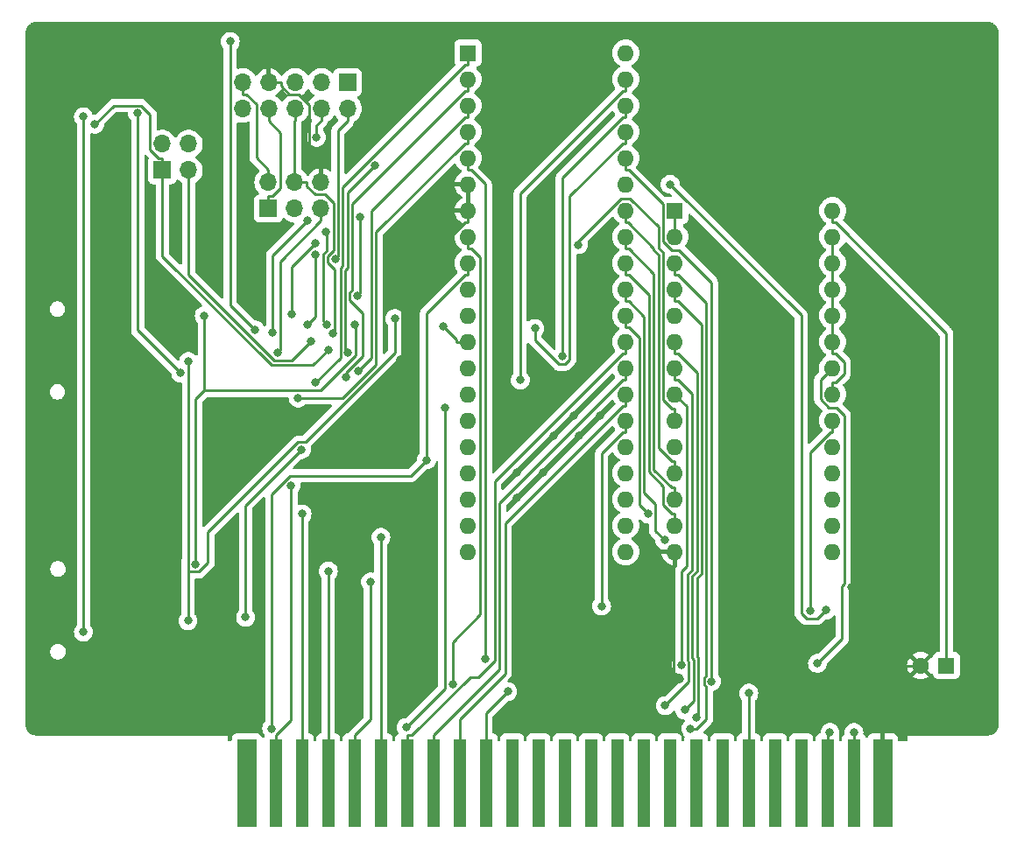
<source format=gbl>
G04 #@! TF.GenerationSoftware,KiCad,Pcbnew,8.0.8*
G04 #@! TF.CreationDate,2025-02-14T11:24:38-05:00*
G04 #@! TF.ProjectId,Apple2CardCR,4170706c-6532-4436-9172-6443522e6b69,CR1.0A*
G04 #@! TF.SameCoordinates,Original*
G04 #@! TF.FileFunction,Copper,L2,Bot*
G04 #@! TF.FilePolarity,Positive*
%FSLAX46Y46*%
G04 Gerber Fmt 4.6, Leading zero omitted, Abs format (unit mm)*
G04 Created by KiCad (PCBNEW 8.0.8) date 2025-02-14 11:24:38*
%MOMM*%
%LPD*%
G01*
G04 APERTURE LIST*
G04 #@! TA.AperFunction,SMDPad,CuDef*
%ADD10R,1.910000X8.530000*%
G04 #@! TD*
G04 #@! TA.AperFunction,SMDPad,CuDef*
%ADD11R,1.270000X8.530000*%
G04 #@! TD*
G04 #@! TA.AperFunction,ComponentPad*
%ADD12R,1.700000X1.700000*%
G04 #@! TD*
G04 #@! TA.AperFunction,ComponentPad*
%ADD13O,1.700000X1.700000*%
G04 #@! TD*
G04 #@! TA.AperFunction,ComponentPad*
%ADD14R,1.600000X1.600000*%
G04 #@! TD*
G04 #@! TA.AperFunction,ComponentPad*
%ADD15O,1.600000X1.600000*%
G04 #@! TD*
G04 #@! TA.AperFunction,ComponentPad*
%ADD16C,1.600000*%
G04 #@! TD*
G04 #@! TA.AperFunction,ViaPad*
%ADD17C,0.800000*%
G04 #@! TD*
G04 #@! TA.AperFunction,Conductor*
%ADD18C,0.250000*%
G04 #@! TD*
G04 APERTURE END LIST*
D10*
G04 #@! TO.P,BUS1,26,GND*
G04 #@! TO.N,GND*
X181854000Y-99050000D03*
D11*
G04 #@! TO.P,BUS1,27,DMA_IN*
G04 #@! TO.N,Net-(BUS1-DMA_IN)*
X179060000Y-99050000D03*
G04 #@! TO.P,BUS1,28,INT_IN*
G04 #@! TO.N,Net-(BUS1-INT_IN)*
X176520000Y-99050000D03*
G04 #@! TO.P,BUS1,29,~{NMI}*
G04 #@! TO.N,unconnected-(BUS1-~{NMI}-Pad29)*
X173980000Y-99050000D03*
G04 #@! TO.P,BUS1,30,~{IRQ}*
G04 #@! TO.N,unconnected-(BUS1-~{IRQ}-Pad30)*
X171440000Y-99050000D03*
G04 #@! TO.P,BUS1,31,~{RES}*
G04 #@! TO.N,RES*
X168900000Y-99050000D03*
G04 #@! TO.P,BUS1,32,~{INH}*
G04 #@! TO.N,unconnected-(BUS1-~{INH}-Pad32)*
X166360000Y-99050000D03*
G04 #@! TO.P,BUS1,33,-12V*
G04 #@! TO.N,unconnected-(BUS1--12V-Pad33)*
X163820000Y-99050000D03*
G04 #@! TO.P,BUS1,34,-5V*
G04 #@! TO.N,unconnected-(BUS1--5V-Pad34)*
X161280000Y-99050000D03*
G04 #@! TO.P,BUS1,35,NC*
G04 #@! TO.N,unconnected-(BUS1-NC-Pad35)*
X158740000Y-99050000D03*
G04 #@! TO.P,BUS1,36,7M*
G04 #@! TO.N,unconnected-(BUS1-7M-Pad36)*
X156200000Y-99050000D03*
G04 #@! TO.P,BUS1,37,Q3*
G04 #@! TO.N,unconnected-(BUS1-Q3-Pad37)*
X153660000Y-99050000D03*
G04 #@! TO.P,BUS1,38,PHASE1*
G04 #@! TO.N,unconnected-(BUS1-PHASE1-Pad38)*
X151120000Y-99050000D03*
G04 #@! TO.P,BUS1,39,USER_1*
G04 #@! TO.N,unconnected-(BUS1-USER_1-Pad39)*
X148580000Y-99050000D03*
G04 #@! TO.P,BUS1,40,PHASE0*
G04 #@! TO.N,unconnected-(BUS1-PHASE0-Pad40)*
X146040000Y-99050000D03*
G04 #@! TO.P,BUS1,41,~{DEVICE_SELECT}*
G04 #@! TO.N,DS*
X143500000Y-99050000D03*
G04 #@! TO.P,BUS1,42,D7*
G04 #@! TO.N,D7*
X140960000Y-99050000D03*
G04 #@! TO.P,BUS1,43,D6*
G04 #@! TO.N,D6*
X138420000Y-99050000D03*
G04 #@! TO.P,BUS1,44,D5*
G04 #@! TO.N,D5*
X135880000Y-99050000D03*
G04 #@! TO.P,BUS1,45,D4*
G04 #@! TO.N,D4*
X133340000Y-99050000D03*
G04 #@! TO.P,BUS1,46,D3*
G04 #@! TO.N,D3*
X130800000Y-99050000D03*
G04 #@! TO.P,BUS1,47,D2*
G04 #@! TO.N,D2*
X128260000Y-99050000D03*
G04 #@! TO.P,BUS1,48,D1*
G04 #@! TO.N,D1*
X125720000Y-99050000D03*
G04 #@! TO.P,BUS1,49,D0*
G04 #@! TO.N,D0*
X123180000Y-99050000D03*
D10*
G04 #@! TO.P,BUS1,50,+12V*
G04 #@! TO.N,unconnected-(BUS1-+12V-Pad50)*
X120386000Y-99050000D03*
G04 #@! TD*
D12*
G04 #@! TO.P,J2,1,Pin_1*
G04 #@! TO.N,CS2*
X112225000Y-39775000D03*
D13*
G04 #@! TO.P,J2,2,Pin_2*
G04 #@! TO.N,Net-(J2-Pin_2)*
X112225000Y-37235000D03*
G04 #@! TO.P,J2,3,Pin_3*
G04 #@! TO.N,CS*
X114765000Y-39775000D03*
G04 #@! TO.P,J2,4,Pin_4*
G04 #@! TO.N,Net-(J2-Pin_4)*
X114765000Y-37235000D03*
G04 #@! TD*
D14*
G04 #@! TO.P,U4,1,PA3*
G04 #@! TO.N,PD3*
X141760000Y-28440000D03*
D15*
G04 #@! TO.P,U4,2,PA2*
G04 #@! TO.N,PD2*
X141760000Y-30980000D03*
G04 #@! TO.P,U4,3,PA1*
G04 #@! TO.N,PD1*
X141760000Y-33520000D03*
G04 #@! TO.P,U4,4,PA0*
G04 #@! TO.N,PD0*
X141760000Y-36060000D03*
G04 #@! TO.P,U4,5,~{RD}*
G04 #@! TO.N,Net-(U4-~{RD})*
X141760000Y-38600000D03*
G04 #@! TO.P,U4,6,~{CS}*
G04 #@! TO.N,GND*
X141760000Y-41140000D03*
G04 #@! TO.P,U4,7,GND*
X141760000Y-43680000D03*
G04 #@! TO.P,U4,8,A1*
G04 #@! TO.N,A1*
X141760000Y-46220000D03*
G04 #@! TO.P,U4,9,A0*
G04 #@! TO.N,A0*
X141760000Y-48760000D03*
G04 #@! TO.P,U4,10,PC7*
G04 #@! TO.N,OBFA*
X141760000Y-51300000D03*
G04 #@! TO.P,U4,11,PC6*
G04 #@! TO.N,ACKA*
X141760000Y-53840000D03*
G04 #@! TO.P,U4,12,PC5*
G04 #@! TO.N,IBFA*
X141760000Y-56380000D03*
G04 #@! TO.P,U4,13,PC4*
G04 #@! TO.N,STBA*
X141760000Y-58920000D03*
G04 #@! TO.P,U4,14,PC0*
G04 #@! TO.N,PC0*
X141760000Y-61460000D03*
G04 #@! TO.P,U4,15,PC1*
G04 #@! TO.N,PC1*
X141760000Y-64000000D03*
G04 #@! TO.P,U4,16,PC2*
G04 #@! TO.N,PC2*
X141760000Y-66540000D03*
G04 #@! TO.P,U4,17,PC3*
G04 #@! TO.N,unconnected-(U4-PC3-Pad17)*
X141760000Y-69080000D03*
G04 #@! TO.P,U4,18,PB0*
G04 #@! TO.N,PB0*
X141760000Y-71620000D03*
G04 #@! TO.P,U4,19,PB1*
G04 #@! TO.N,PB1*
X141760000Y-74160000D03*
G04 #@! TO.P,U4,20,PB2*
G04 #@! TO.N,PB2*
X141760000Y-76700000D03*
G04 #@! TO.P,U4,21,PB3*
G04 #@! TO.N,PB3*
X157000000Y-76700000D03*
G04 #@! TO.P,U4,22,PB4*
G04 #@! TO.N,unconnected-(U4-PB4-Pad22)*
X157000000Y-74160000D03*
G04 #@! TO.P,U4,23,PB5*
G04 #@! TO.N,unconnected-(U4-PB5-Pad23)*
X157000000Y-71620000D03*
G04 #@! TO.P,U4,24,PB6*
G04 #@! TO.N,unconnected-(U4-PB6-Pad24)*
X157000000Y-69080000D03*
G04 #@! TO.P,U4,25,PB7*
G04 #@! TO.N,unconnected-(U4-PB7-Pad25)*
X157000000Y-66540000D03*
G04 #@! TO.P,U4,26,VCC*
G04 #@! TO.N,+5V*
X157000000Y-64000000D03*
G04 #@! TO.P,U4,27,D7*
G04 #@! TO.N,D7*
X157000000Y-61460000D03*
G04 #@! TO.P,U4,28,D6*
G04 #@! TO.N,D6*
X157000000Y-58920000D03*
G04 #@! TO.P,U4,29,D5*
G04 #@! TO.N,D5*
X157000000Y-56380000D03*
G04 #@! TO.P,U4,30,D4*
G04 #@! TO.N,D4*
X157000000Y-53840000D03*
G04 #@! TO.P,U4,31,D3*
G04 #@! TO.N,D3*
X157000000Y-51300000D03*
G04 #@! TO.P,U4,32,D2*
G04 #@! TO.N,D2*
X157000000Y-48760000D03*
G04 #@! TO.P,U4,33,D1*
G04 #@! TO.N,D1*
X157000000Y-46220000D03*
G04 #@! TO.P,U4,34,D0*
G04 #@! TO.N,D0*
X157000000Y-43680000D03*
G04 #@! TO.P,U4,35,RESET*
G04 #@! TO.N,Net-(U4-RESET)*
X157000000Y-41140000D03*
G04 #@! TO.P,U4,36,~{WR}*
G04 #@! TO.N,Net-(U4-~{WR})*
X157000000Y-38600000D03*
G04 #@! TO.P,U4,37,PA7*
G04 #@! TO.N,PD7*
X157000000Y-36060000D03*
G04 #@! TO.P,U4,38,PA6*
G04 #@! TO.N,PD6*
X157000000Y-33520000D03*
G04 #@! TO.P,U4,39,PA5*
G04 #@! TO.N,PD5*
X157000000Y-30980000D03*
G04 #@! TO.P,U4,40,PA4*
G04 #@! TO.N,PD4*
X157000000Y-28440000D03*
G04 #@! TD*
D14*
G04 #@! TO.P,U9,1,A14*
G04 #@! TO.N,Net-(U9-A10)*
X161760000Y-43680000D03*
D15*
G04 #@! TO.P,U9,2,A12*
X161760000Y-46220000D03*
G04 #@! TO.P,U9,3,A7*
G04 #@! TO.N,A7*
X161760000Y-48760000D03*
G04 #@! TO.P,U9,4,A6*
G04 #@! TO.N,A6*
X161760000Y-51300000D03*
G04 #@! TO.P,U9,5,A5*
G04 #@! TO.N,A5*
X161760000Y-53840000D03*
G04 #@! TO.P,U9,6,A4*
G04 #@! TO.N,A4*
X161760000Y-56380000D03*
G04 #@! TO.P,U9,7,A3*
G04 #@! TO.N,A3*
X161760000Y-58920000D03*
G04 #@! TO.P,U9,8,A2*
G04 #@! TO.N,A2*
X161760000Y-61460000D03*
G04 #@! TO.P,U9,9,A1*
G04 #@! TO.N,A1*
X161760000Y-64000000D03*
G04 #@! TO.P,U9,10,A0*
G04 #@! TO.N,A0*
X161760000Y-66540000D03*
G04 #@! TO.P,U9,11,D0*
G04 #@! TO.N,D0*
X161760000Y-69080000D03*
G04 #@! TO.P,U9,12,D1*
G04 #@! TO.N,D1*
X161760000Y-71620000D03*
G04 #@! TO.P,U9,13,D2*
G04 #@! TO.N,D2*
X161760000Y-74160000D03*
G04 #@! TO.P,U9,14,GND*
G04 #@! TO.N,GND*
X161760000Y-76700000D03*
G04 #@! TO.P,U9,15,D3*
G04 #@! TO.N,D3*
X177000000Y-76700000D03*
G04 #@! TO.P,U9,16,D4*
G04 #@! TO.N,D4*
X177000000Y-74160000D03*
G04 #@! TO.P,U9,17,D5*
G04 #@! TO.N,D5*
X177000000Y-71620000D03*
G04 #@! TO.P,U9,18,D6*
G04 #@! TO.N,D6*
X177000000Y-69080000D03*
G04 #@! TO.P,U9,19,D7*
G04 #@! TO.N,D7*
X177000000Y-66540000D03*
G04 #@! TO.P,U9,20,~{CS}*
G04 #@! TO.N,IOSEL*
X177000000Y-64000000D03*
G04 #@! TO.P,U9,21,A10*
G04 #@! TO.N,Net-(U9-A10)*
X177000000Y-61460000D03*
G04 #@! TO.P,U9,22,~{OE}*
G04 #@! TO.N,Net-(U9-~{OE})*
X177000000Y-58920000D03*
G04 #@! TO.P,U9,23,A11*
G04 #@! TO.N,Net-(U9-A10)*
X177000000Y-56380000D03*
G04 #@! TO.P,U9,24,A9*
X177000000Y-53840000D03*
G04 #@! TO.P,U9,25,A8*
X177000000Y-51300000D03*
G04 #@! TO.P,U9,26,A13*
X177000000Y-48760000D03*
G04 #@! TO.P,U9,27,~{WE}*
X177000000Y-46220000D03*
G04 #@! TO.P,U9,28,VCC*
G04 #@! TO.N,+5V*
X177000000Y-43680000D03*
G04 #@! TD*
D12*
G04 #@! TO.P,J1,1,Pin_1*
G04 #@! TO.N,MISO*
X122475000Y-43475000D03*
D13*
G04 #@! TO.P,J1,2,Pin_2*
G04 #@! TO.N,+5V*
X122475000Y-40935000D03*
G04 #@! TO.P,J1,3,Pin_3*
G04 #@! TO.N,SCK*
X125015000Y-43475000D03*
G04 #@! TO.P,J1,4,Pin_4*
G04 #@! TO.N,MOSI*
X125015000Y-40935000D03*
G04 #@! TO.P,J1,5,Pin_5*
G04 #@! TO.N,RESET*
X127555000Y-43475000D03*
G04 #@! TO.P,J1,6,Pin_6*
G04 #@! TO.N,GND*
X127555000Y-40935000D03*
G04 #@! TD*
D12*
G04 #@! TO.P,J6,1,Pin_1*
G04 #@! TO.N,Net-(J6-Pin_1)*
X130125000Y-31275000D03*
D13*
G04 #@! TO.P,J6,2,Pin_2*
G04 #@! TO.N,SCK*
X130125000Y-33815000D03*
G04 #@! TO.P,J6,3,Pin_3*
G04 #@! TO.N,Net-(J6-Pin_3)*
X127585000Y-31275000D03*
G04 #@! TO.P,J6,4,Pin_4*
G04 #@! TO.N,CS3*
X127585000Y-33815000D03*
G04 #@! TO.P,J6,5,Pin_5*
G04 #@! TO.N,unconnected-(J6-Pin_5-Pad5)*
X125045000Y-31275000D03*
G04 #@! TO.P,J6,6,Pin_6*
G04 #@! TO.N,MOSI*
X125045000Y-33815000D03*
G04 #@! TO.P,J6,7,Pin_7*
G04 #@! TO.N,GND*
X122505000Y-31275000D03*
G04 #@! TO.P,J6,8,Pin_8*
G04 #@! TO.N,MISO*
X122505000Y-33815000D03*
G04 #@! TO.P,J6,9,Pin_9*
G04 #@! TO.N,+5V*
X119965000Y-31275000D03*
G04 #@! TO.P,J6,10,Pin_10*
G04 #@! TO.N,unconnected-(J6-Pin_10-Pad10)*
X119965000Y-33815000D03*
G04 #@! TD*
D14*
G04 #@! TO.P,C14,1*
G04 #@! TO.N,+5V*
X188000000Y-87705100D03*
D16*
G04 #@! TO.P,C14,2*
G04 #@! TO.N,GND*
X185500000Y-87705100D03*
G04 #@! TD*
D17*
G04 #@! TO.N,IOSEL*
X174820700Y-82421100D03*
G04 #@! TO.N,A0*
X137756800Y-67810000D03*
X122792300Y-93801800D03*
G04 #@! TO.N,A1*
X152437000Y-46994200D03*
X140260500Y-89519700D03*
G04 #@! TO.N,A2*
X162374400Y-87618900D03*
G04 #@! TO.N,A3*
X160825700Y-91574200D03*
G04 #@! TO.N,A4*
X162700300Y-92011000D03*
G04 #@! TO.N,A5*
X139533800Y-62738500D03*
X135785000Y-93703900D03*
G04 #@! TO.N,A6*
X163878500Y-92752600D03*
G04 #@! TO.N,A7*
X163284100Y-93823300D03*
G04 #@! TO.N,Net-(BUS1-INT_IN)*
X176741600Y-94182500D03*
G04 #@! TO.N,+5V*
X131079100Y-51884700D03*
X131330500Y-44280800D03*
X125657800Y-66817000D03*
X154671900Y-81955700D03*
X120262700Y-83025000D03*
G04 #@! TO.N,GND*
X100080000Y-88500000D03*
X117860000Y-70720000D03*
X149000000Y-81020000D03*
X116500000Y-42000000D03*
X145000000Y-51500000D03*
X112780000Y-68180000D03*
X173740000Y-40240000D03*
X166500000Y-56000000D03*
X107700000Y-50400000D03*
X183900000Y-55480000D03*
X188980000Y-40240000D03*
X107700000Y-52940000D03*
X100080000Y-37700000D03*
X110240000Y-85960000D03*
X110240000Y-65640000D03*
X102620000Y-88500000D03*
X176280000Y-35160000D03*
X188980000Y-32620000D03*
X191520000Y-91040000D03*
X107700000Y-55480000D03*
X176280000Y-37700000D03*
X149000000Y-84500000D03*
X165500000Y-48000000D03*
X117860000Y-75800000D03*
X130000000Y-88000000D03*
X102620000Y-70720000D03*
X181360000Y-60560000D03*
X133100000Y-32620000D03*
X105160000Y-91040000D03*
X178820000Y-35160000D03*
X181360000Y-42780000D03*
X191520000Y-63100000D03*
X107700000Y-83420000D03*
X153500000Y-28500000D03*
X120400000Y-63100000D03*
X168500000Y-74500000D03*
X186440000Y-83420000D03*
X191520000Y-42780000D03*
X148340000Y-32620000D03*
X183900000Y-58020000D03*
X145800000Y-65640000D03*
X146500000Y-71500000D03*
X107700000Y-75800000D03*
X176280000Y-32620000D03*
X110240000Y-70720000D03*
X117860000Y-85960000D03*
X188980000Y-27540000D03*
X107700000Y-65640000D03*
X171200000Y-47860000D03*
X186440000Y-70720000D03*
X152000000Y-63500000D03*
X181360000Y-30080000D03*
X191520000Y-55480000D03*
X102620000Y-83420000D03*
X191520000Y-27540000D03*
X178820000Y-30080000D03*
X107700000Y-88500000D03*
X148000000Y-74000000D03*
X120400000Y-88500000D03*
X105160000Y-88500000D03*
X100080000Y-40240000D03*
X168660000Y-80880000D03*
X191520000Y-73260000D03*
X110240000Y-83420000D03*
X171200000Y-30080000D03*
X191520000Y-50400000D03*
X115320000Y-32620000D03*
X148340000Y-37700000D03*
X173740000Y-32620000D03*
X145000000Y-56500000D03*
X191520000Y-60560000D03*
X183900000Y-37700000D03*
X133100000Y-68180000D03*
X178820000Y-50400000D03*
X151000000Y-28500000D03*
X171500000Y-64000000D03*
X111000000Y-46000000D03*
X136000000Y-81020000D03*
X146500000Y-69000000D03*
X150000000Y-65500000D03*
X183900000Y-63100000D03*
X191520000Y-88500000D03*
X153420000Y-32620000D03*
X183900000Y-30080000D03*
X173740000Y-35160000D03*
X102620000Y-55480000D03*
X102620000Y-37700000D03*
X100080000Y-50400000D03*
X110240000Y-60560000D03*
X191520000Y-58020000D03*
X107700000Y-78340000D03*
X171200000Y-37700000D03*
X166120000Y-35160000D03*
X191520000Y-85960000D03*
X107700000Y-70720000D03*
X191520000Y-75800000D03*
X115320000Y-88500000D03*
X191520000Y-30080000D03*
X163580000Y-32620000D03*
X186440000Y-30080000D03*
X186440000Y-73260000D03*
X186440000Y-63100000D03*
X178820000Y-27540000D03*
X102620000Y-40240000D03*
X171200000Y-80880000D03*
X152500000Y-74000000D03*
X135640000Y-32620000D03*
X148000000Y-76500000D03*
X166500000Y-61500000D03*
X186440000Y-37700000D03*
X191520000Y-37700000D03*
X183900000Y-40240000D03*
X102620000Y-63100000D03*
X107700000Y-60560000D03*
X105160000Y-27540000D03*
X161040000Y-37700000D03*
X150880000Y-32620000D03*
X150880000Y-35160000D03*
X107700000Y-58020000D03*
X183900000Y-73260000D03*
X152500000Y-76500000D03*
X105160000Y-30080000D03*
X149000000Y-48500000D03*
X176280000Y-27540000D03*
X145800000Y-32620000D03*
X188980000Y-37700000D03*
X183900000Y-35160000D03*
X183900000Y-27540000D03*
X113500000Y-43000000D03*
X171200000Y-55480000D03*
X130560000Y-75800000D03*
X100080000Y-30080000D03*
X191520000Y-40240000D03*
X186440000Y-40240000D03*
X181360000Y-35160000D03*
X188980000Y-35160000D03*
X186440000Y-78340000D03*
X181360000Y-27540000D03*
X117000000Y-46000000D03*
X150880000Y-88500000D03*
X100080000Y-42780000D03*
X152500000Y-65500000D03*
X100080000Y-45320000D03*
X181360000Y-52940000D03*
X136000000Y-77000000D03*
X178820000Y-40240000D03*
X168660000Y-40240000D03*
X152500000Y-69000000D03*
X181360000Y-40240000D03*
X168660000Y-35160000D03*
X110240000Y-63100000D03*
X186440000Y-27540000D03*
X166120000Y-40240000D03*
X186440000Y-60560000D03*
X110240000Y-91040000D03*
X168660000Y-37700000D03*
X102620000Y-45320000D03*
X100080000Y-70720000D03*
X100080000Y-91040000D03*
X153500000Y-49000000D03*
X130000000Y-84500000D03*
X171200000Y-70720000D03*
X145800000Y-35160000D03*
X191520000Y-52940000D03*
X107700000Y-68180000D03*
X183900000Y-70720000D03*
X173740000Y-30080000D03*
X120400000Y-50400000D03*
X130500000Y-81020000D03*
X188980000Y-50400000D03*
X128020000Y-75800000D03*
X191520000Y-35160000D03*
X188980000Y-52940000D03*
X183900000Y-42780000D03*
X181360000Y-45320000D03*
X168660000Y-52940000D03*
X100080000Y-85960000D03*
X115320000Y-85960000D03*
X110240000Y-30080000D03*
X173740000Y-47860000D03*
X166120000Y-37700000D03*
X100080000Y-52940000D03*
X186440000Y-80880000D03*
X102620000Y-58020000D03*
X100080000Y-27540000D03*
X153420000Y-52940000D03*
X171200000Y-93580000D03*
X163580000Y-40240000D03*
X186440000Y-47860000D03*
X178820000Y-32620000D03*
X152500000Y-71500000D03*
X102620000Y-47860000D03*
X183900000Y-83420000D03*
X171200000Y-32620000D03*
X136000000Y-71500000D03*
X145800000Y-40240000D03*
X183900000Y-47860000D03*
X183900000Y-80880000D03*
X161040000Y-27540000D03*
X110240000Y-58020000D03*
X186440000Y-45320000D03*
X100080000Y-32620000D03*
X148500000Y-61500000D03*
X102620000Y-80880000D03*
X191520000Y-45320000D03*
X133100000Y-35160000D03*
X186440000Y-32620000D03*
X100080000Y-83420000D03*
X134000000Y-52500000D03*
X171200000Y-35160000D03*
X191520000Y-78340000D03*
X176280000Y-40240000D03*
X188980000Y-45320000D03*
X145500000Y-61500000D03*
X191520000Y-83420000D03*
X100080000Y-75800000D03*
X173740000Y-93580000D03*
X171200000Y-83420000D03*
X168500000Y-64000000D03*
X145000000Y-46000000D03*
X126891200Y-67543700D03*
X163580000Y-27540000D03*
X183900000Y-65640000D03*
X166120000Y-32620000D03*
X100080000Y-35160000D03*
X120400000Y-65640000D03*
X168660000Y-32620000D03*
X107700000Y-47860000D03*
X111000000Y-43000000D03*
X117860000Y-78340000D03*
X188980000Y-42780000D03*
X110240000Y-68180000D03*
X100080000Y-68180000D03*
X168660000Y-68180000D03*
X100080000Y-73260000D03*
X145000000Y-48500000D03*
X191520000Y-70720000D03*
X183900000Y-75800000D03*
X148340000Y-35160000D03*
X181360000Y-32620000D03*
X120400000Y-40240000D03*
X107700000Y-37700000D03*
X178820000Y-52940000D03*
X183900000Y-60560000D03*
X161040000Y-35160000D03*
X186440000Y-68180000D03*
X100080000Y-65640000D03*
X107700000Y-91040000D03*
X186440000Y-58020000D03*
X168660000Y-70720000D03*
X176280000Y-30080000D03*
X188980000Y-91040000D03*
X173740000Y-50400000D03*
X186440000Y-35160000D03*
X149000000Y-69000000D03*
X183900000Y-32620000D03*
X167500000Y-50500000D03*
X135640000Y-63100000D03*
X113500000Y-45500000D03*
X186440000Y-50400000D03*
X146000000Y-28500000D03*
X136000000Y-84500000D03*
X100080000Y-47860000D03*
X191520000Y-32620000D03*
X110240000Y-88500000D03*
X100080000Y-60560000D03*
X171500000Y-74500000D03*
X161040000Y-32620000D03*
X117860000Y-88500000D03*
X107700000Y-45320000D03*
X171200000Y-40240000D03*
X117860000Y-91040000D03*
X163580000Y-37700000D03*
X145800000Y-37700000D03*
X163580000Y-35160000D03*
X120400000Y-85960000D03*
X178820000Y-91040000D03*
X181360000Y-55480000D03*
X136000000Y-88000000D03*
X166500000Y-58500000D03*
X173740000Y-27540000D03*
X120400000Y-91040000D03*
X110240000Y-27540000D03*
X102620000Y-68180000D03*
X183900000Y-78340000D03*
X107700000Y-85960000D03*
X153420000Y-55480000D03*
X100080000Y-80880000D03*
X100080000Y-78340000D03*
X145000000Y-54000000D03*
X107700000Y-73260000D03*
X112780000Y-32620000D03*
X154500000Y-63500000D03*
X188980000Y-47860000D03*
X100080000Y-63100000D03*
X173740000Y-37700000D03*
X186440000Y-65640000D03*
X102620000Y-73260000D03*
X115320000Y-91040000D03*
X178820000Y-37700000D03*
X105160000Y-32620000D03*
X181360000Y-58020000D03*
X107700000Y-80880000D03*
X162216600Y-88975000D03*
X191520000Y-68180000D03*
X191520000Y-80880000D03*
X100080000Y-58020000D03*
X100080000Y-55480000D03*
X102620000Y-42780000D03*
X148340000Y-88500000D03*
X158500000Y-80880000D03*
X117000000Y-48000000D03*
X178820000Y-55480000D03*
X181360000Y-63100000D03*
X130500000Y-71500000D03*
X135250300Y-58140100D03*
X178836400Y-80143600D03*
X122940000Y-65640000D03*
X168660000Y-83420000D03*
X183900000Y-68180000D03*
X186440000Y-42780000D03*
X115320000Y-27540000D03*
X183900000Y-45320000D03*
X186440000Y-75800000D03*
X107700000Y-63100000D03*
X135640000Y-45320000D03*
X148500000Y-28500000D03*
X149000000Y-46000000D03*
X107700000Y-42780000D03*
X188980000Y-30080000D03*
X191520000Y-65640000D03*
X191520000Y-47860000D03*
X181360000Y-37700000D03*
X149000000Y-52000000D03*
G04 #@! TO.N,Net-(BUS1-DMA_IN)*
X179060000Y-94182400D03*
G04 #@! TO.N,RES*
X168900000Y-90382600D03*
G04 #@! TO.N,DS*
X145598800Y-90229700D03*
G04 #@! TO.N,D4*
X159163600Y-73033300D03*
X133340000Y-75289300D03*
G04 #@! TO.N,D3*
X132331500Y-79611100D03*
X160771600Y-75573300D03*
G04 #@! TO.N,D2*
X128260000Y-78575600D03*
G04 #@! TO.N,D1*
X125720000Y-73033300D03*
G04 #@! TO.N,D0*
X124672000Y-70288800D03*
G04 #@! TO.N,RESET*
X123330200Y-57411700D03*
G04 #@! TO.N,CS2*
X128291300Y-57150000D03*
X105690300Y-35329300D03*
G04 #@! TO.N,MISO*
X130841900Y-54750000D03*
X115435400Y-77892500D03*
X116264300Y-53855700D03*
G04 #@! TO.N,SCK*
X128923100Y-48389400D03*
G04 #@! TO.N,MOSI*
X128698000Y-55550000D03*
G04 #@! TO.N,CS*
X126562400Y-56350000D03*
G04 #@! TO.N,PD1*
X131138600Y-59231800D03*
G04 #@! TO.N,PD0*
X125339700Y-61822700D03*
G04 #@! TO.N,PD2*
X129993400Y-59797500D03*
G04 #@! TO.N,PD3*
X127003300Y-60350000D03*
G04 #@! TO.N,PD4*
X121191200Y-55241800D03*
X118779200Y-27313300D03*
G04 #@! TO.N,PD5*
X146817400Y-60075900D03*
G04 #@! TO.N,PD6*
X150873500Y-57791900D03*
G04 #@! TO.N,PD7*
X148228600Y-55100900D03*
G04 #@! TO.N,Net-(U6-~{CS})*
X113993300Y-59400300D03*
X109825300Y-34240700D03*
G04 #@! TO.N,Net-(U5-~{CS})*
X104591500Y-34602500D03*
X104591500Y-84460000D03*
G04 #@! TO.N,Net-(U5-DI)*
X114740600Y-58293200D03*
X114695600Y-83360000D03*
X134682800Y-54142900D03*
G04 #@! TO.N,Net-(U9-~{OE})*
X175541700Y-87504500D03*
G04 #@! TO.N,Net-(U4-~{WR})*
X165287300Y-89224900D03*
G04 #@! TO.N,Net-(U4-~{RD})*
X143440000Y-87084200D03*
G04 #@! TO.N,OBFA*
X126204800Y-44661800D03*
X122866600Y-55474000D03*
G04 #@! TO.N,ACKA*
X126204800Y-54750000D03*
X127017900Y-47931700D03*
G04 #@! TO.N,STBA*
X128115200Y-54712100D03*
X128019700Y-45719500D03*
G04 #@! TO.N,IBFA*
X139381700Y-54931600D03*
X127025800Y-46877100D03*
X124749000Y-53692900D03*
G04 #@! TO.N,Net-(U4-RESET)*
X176347300Y-82349200D03*
X161301000Y-41140000D03*
G04 #@! TO.N,CS3*
X127120600Y-36583300D03*
X130157600Y-57401800D03*
X132782500Y-39294800D03*
G04 #@! TD*
D18*
G04 #@! TO.N,IOSEL*
X176759500Y-65126700D02*
X174820700Y-67065500D01*
X177000000Y-65126700D02*
X176759500Y-65126700D01*
X177000000Y-64000000D02*
X177000000Y-65126700D01*
X174820700Y-67065500D02*
X174820700Y-82421100D01*
G04 #@! TO.N,A0*
X137756800Y-53610200D02*
X137756800Y-67810000D01*
X137756800Y-67810000D02*
X136213700Y-69353100D01*
X136213700Y-69353100D02*
X124579700Y-69353100D01*
X141480300Y-49886700D02*
X137756800Y-53610200D01*
X122792300Y-71140500D02*
X122792300Y-93801800D01*
X124579700Y-69353100D02*
X122792300Y-71140500D01*
X141760000Y-49886700D02*
X141480300Y-49886700D01*
X141760000Y-48760000D02*
X141760000Y-49886700D01*
G04 #@! TO.N,A1*
X161760000Y-64000000D02*
X161760000Y-62873300D01*
X160633300Y-62028400D02*
X161478200Y-62873300D01*
X142936800Y-82753900D02*
X140260500Y-85430200D01*
X160181600Y-45262900D02*
X160181600Y-47307300D01*
X141760000Y-46220000D02*
X141760000Y-47346700D01*
X160181600Y-47307300D02*
X160633300Y-47759000D01*
X142041700Y-47346700D02*
X142936800Y-48241800D01*
X156563200Y-42509700D02*
X157428400Y-42509700D01*
X140260500Y-85430200D02*
X140260500Y-89519700D01*
X157428400Y-42509700D02*
X160181600Y-45262900D01*
X160633300Y-47759000D02*
X160633300Y-62028400D01*
X161478200Y-62873300D02*
X161760000Y-62873300D01*
X152437000Y-46994200D02*
X152437000Y-46635900D01*
X142936800Y-48241800D02*
X142936800Y-82753900D01*
X152437000Y-46635900D02*
X156563200Y-42509700D01*
X141760000Y-47346700D02*
X142041700Y-47346700D01*
G04 #@! TO.N,A2*
X162898300Y-62598300D02*
X161760000Y-61460000D01*
X162374400Y-87618900D02*
X162374400Y-78598200D01*
X162898300Y-78074300D02*
X162898300Y-62598300D01*
X162374400Y-78598200D02*
X162898300Y-78074300D01*
G04 #@! TO.N,A3*
X163384000Y-78473800D02*
X162988800Y-78869000D01*
X161760000Y-60046700D02*
X162028300Y-60046700D01*
X163384000Y-61402400D02*
X163384000Y-78473800D01*
X163101100Y-87317900D02*
X163101100Y-89298800D01*
X161760000Y-58920000D02*
X161760000Y-60046700D01*
X162988800Y-78869000D02*
X162988800Y-87205600D01*
X162988800Y-87205600D02*
X163101100Y-87317900D01*
X163101100Y-89298800D02*
X160825700Y-91574200D01*
X162028300Y-60046700D02*
X163384000Y-61402400D01*
G04 #@! TO.N,A4*
X161760000Y-56380000D02*
X161760000Y-57506700D01*
X163440500Y-79056200D02*
X163440500Y-87018500D01*
X161760000Y-57506700D02*
X162041700Y-57506700D01*
X163892200Y-59357200D02*
X163892200Y-78604500D01*
X163552800Y-87130800D02*
X163552800Y-91158500D01*
X163440500Y-87018500D02*
X163552800Y-87130800D01*
X163892200Y-78604500D02*
X163440500Y-79056200D01*
X162041700Y-57506700D02*
X163892200Y-59357200D01*
X163552800Y-91158500D02*
X162700300Y-92011000D01*
G04 #@! TO.N,A5*
X139533800Y-89955100D02*
X135785000Y-93703900D01*
X139533800Y-62738500D02*
X139533800Y-89955100D01*
G04 #@! TO.N,A6*
X163894500Y-79241000D02*
X163894500Y-86833700D01*
X162041700Y-52426700D02*
X164343900Y-54728900D01*
X161760000Y-52426700D02*
X162041700Y-52426700D01*
X164343900Y-54728900D02*
X164343900Y-78791600D01*
X163894500Y-86833700D02*
X164004500Y-86943700D01*
X164004500Y-86943700D02*
X164004500Y-92626600D01*
X164004500Y-92626600D02*
X163878500Y-92752600D01*
X161760000Y-51300000D02*
X161760000Y-52426700D01*
X164343900Y-78791600D02*
X163894500Y-79241000D01*
G04 #@! TO.N,A7*
X162041700Y-49886700D02*
X164795600Y-52640600D01*
X164560600Y-89525800D02*
X164795600Y-89760800D01*
X163869900Y-93823300D02*
X163284100Y-93823300D01*
X164795600Y-92897600D02*
X163869900Y-93823300D01*
X164795600Y-89760800D02*
X164795600Y-92897600D01*
X164560600Y-88924000D02*
X164560600Y-89525800D01*
X164795600Y-88689000D02*
X164560600Y-88924000D01*
X164795600Y-52640600D02*
X164795600Y-88689000D01*
X161760000Y-49886700D02*
X162041700Y-49886700D01*
X161760000Y-48760000D02*
X161760000Y-49886700D01*
G04 #@! TO.N,Net-(BUS1-INT_IN)*
X176741600Y-94236700D02*
X176741600Y-94182500D01*
X176520000Y-94458300D02*
X176741600Y-94236700D01*
X176520000Y-99050000D02*
X176520000Y-94458300D01*
G04 #@! TO.N,+5V*
X188000000Y-87705100D02*
X188000000Y-55525000D01*
X119965000Y-31275000D02*
X119965000Y-32451700D01*
X120262700Y-72212100D02*
X125657800Y-66817000D01*
X188000000Y-55525000D02*
X177281700Y-44806700D01*
X121298300Y-38581600D02*
X122475000Y-39758300D01*
X157000000Y-64000000D02*
X157000000Y-65126700D01*
X177000000Y-43680000D02*
X177000000Y-44806700D01*
X177281700Y-44806700D02*
X177000000Y-44806700D01*
X120262700Y-83025000D02*
X120262700Y-72212100D01*
X156718300Y-65126700D02*
X154671900Y-67173100D01*
X120332800Y-32451700D02*
X121298300Y-33417200D01*
X157000000Y-65126700D02*
X156718300Y-65126700D01*
X122475000Y-40935000D02*
X122475000Y-39758300D01*
X119965000Y-32451700D02*
X120332800Y-32451700D01*
X131330500Y-44280800D02*
X131330500Y-51633300D01*
X154671900Y-67173100D02*
X154671900Y-81955700D01*
X131330500Y-51633300D02*
X131079100Y-51884700D01*
X121298300Y-33417200D02*
X121298300Y-38581600D01*
G04 #@! TO.N,GND*
X125382500Y-32451700D02*
X126378300Y-33447500D01*
X122505000Y-31275000D02*
X123681700Y-31275000D01*
X141760000Y-43680000D02*
X141760000Y-44806700D01*
X123681700Y-31642800D02*
X124490600Y-32451700D01*
X161647700Y-77939000D02*
X161647700Y-88406100D01*
X135409500Y-50875500D02*
X141478300Y-44806700D01*
X123681700Y-31275000D02*
X123681700Y-31642800D01*
X126378300Y-33447500D02*
X126378300Y-38581600D01*
X181854000Y-88439400D02*
X182588300Y-87705100D01*
X141760000Y-43680000D02*
X141760000Y-41140000D01*
X135250300Y-59184600D02*
X126891200Y-67543700D01*
X185500000Y-87705100D02*
X182588300Y-87705100D01*
X127555000Y-40935000D02*
X127555000Y-39758300D01*
X141478300Y-44806700D02*
X141760000Y-44806700D01*
X182588300Y-87705100D02*
X182588300Y-83895500D01*
X182588300Y-83895500D02*
X178836400Y-80143600D01*
X126378300Y-38581600D02*
X127555000Y-39758300D01*
X135250300Y-58140100D02*
X135250300Y-59184600D01*
X124490600Y-32451700D02*
X125382500Y-32451700D01*
X181854000Y-99050000D02*
X181854000Y-88439400D01*
X161760000Y-76700000D02*
X161760000Y-77826700D01*
X135409500Y-57980900D02*
X135409500Y-50875500D01*
X135250300Y-58140100D02*
X135409500Y-57980900D01*
X161647700Y-88406100D02*
X162216600Y-88975000D01*
X161760000Y-77826700D02*
X161647700Y-77939000D01*
G04 #@! TO.N,Net-(BUS1-DMA_IN)*
X179060000Y-99050000D02*
X179060000Y-94182400D01*
G04 #@! TO.N,RES*
X168900000Y-99050000D02*
X168900000Y-90382600D01*
G04 #@! TO.N,DS*
X143500000Y-99050000D02*
X143500000Y-92328500D01*
X143500000Y-92328500D02*
X145598800Y-90229700D01*
G04 #@! TO.N,D7*
X145351300Y-73979300D02*
X156743900Y-62586700D01*
X140960000Y-92867500D02*
X145351300Y-88476200D01*
X140960000Y-99050000D02*
X140960000Y-92867500D01*
X157000000Y-61460000D02*
X157000000Y-62586700D01*
X145351300Y-88476200D02*
X145351300Y-73979300D01*
X156743900Y-62586700D02*
X157000000Y-62586700D01*
G04 #@! TO.N,D6*
X138420000Y-99050000D02*
X138420000Y-94458300D01*
X156718300Y-60046700D02*
X157000000Y-60046700D01*
X157000000Y-58920000D02*
X157000000Y-60046700D01*
X144795100Y-88083200D02*
X144795100Y-71969900D01*
X144795100Y-71969900D02*
X156718300Y-60046700D01*
X138420000Y-94458300D02*
X144795100Y-88083200D01*
G04 #@! TO.N,D5*
X136349600Y-94458300D02*
X141985200Y-88822700D01*
X157000000Y-56380000D02*
X157000000Y-57506700D01*
X135880000Y-94458300D02*
X136349600Y-94458300D01*
X142742000Y-88822700D02*
X144343400Y-87221300D01*
X144343400Y-69881600D02*
X156718300Y-57506700D01*
X141985200Y-88822700D02*
X142742000Y-88822700D01*
X156718300Y-57506700D02*
X157000000Y-57506700D01*
X135880000Y-99050000D02*
X135880000Y-94458300D01*
X144343400Y-87221300D02*
X144343400Y-69881600D01*
G04 #@! TO.N,D4*
X157000000Y-54966700D02*
X157279600Y-54966700D01*
X157000000Y-53840000D02*
X157000000Y-54966700D01*
X133340000Y-99050000D02*
X133340000Y-75289300D01*
X158329200Y-56016300D02*
X158329200Y-72198900D01*
X158329200Y-72198900D02*
X159163600Y-73033300D01*
X157279600Y-54966700D02*
X158329200Y-56016300D01*
G04 #@! TO.N,D3*
X158780900Y-70972700D02*
X159890400Y-72082200D01*
X157281700Y-52426700D02*
X158780900Y-53925900D01*
X132331500Y-79611100D02*
X132331500Y-92926800D01*
X157000000Y-52426700D02*
X157281700Y-52426700D01*
X132331500Y-92926800D02*
X130800000Y-94458300D01*
X130800000Y-99050000D02*
X130800000Y-94458300D01*
X159890400Y-72082200D02*
X159890400Y-74692100D01*
X157000000Y-51300000D02*
X157000000Y-52426700D01*
X159890400Y-74692100D02*
X160771600Y-75573300D01*
X158780900Y-53925900D02*
X158780900Y-70972700D01*
G04 #@! TO.N,D2*
X160633300Y-72188400D02*
X160633300Y-70384000D01*
X128260000Y-99050000D02*
X128260000Y-78575600D01*
X157281700Y-49886700D02*
X157000000Y-49886700D01*
X161760000Y-73033300D02*
X161478200Y-73033300D01*
X161760000Y-74160000D02*
X161760000Y-73033300D01*
X160633300Y-70384000D02*
X159234100Y-68984800D01*
X159234100Y-51839100D02*
X157281700Y-49886700D01*
X157000000Y-48760000D02*
X157000000Y-49886700D01*
X161478200Y-73033300D02*
X160633300Y-72188400D01*
X159234100Y-68984800D02*
X159234100Y-51839100D01*
G04 #@! TO.N,D1*
X161760000Y-70493300D02*
X161477700Y-70493300D01*
X161760000Y-71620000D02*
X161760000Y-70493300D01*
X159729300Y-68744900D02*
X159729300Y-49794300D01*
X157281700Y-47346700D02*
X157000000Y-47346700D01*
X125720000Y-99050000D02*
X125720000Y-73033300D01*
X159729300Y-49794300D02*
X157281700Y-47346700D01*
X161477700Y-70493300D02*
X159729300Y-68744900D01*
X157000000Y-46220000D02*
X157000000Y-47346700D01*
G04 #@! TO.N,D0*
X123180000Y-94458300D02*
X124672000Y-92966300D01*
X157000000Y-44806700D02*
X157212900Y-44806700D01*
X160181600Y-47946100D02*
X160181600Y-66656600D01*
X123180000Y-99050000D02*
X123180000Y-94458300D01*
X159729900Y-47323700D02*
X159729900Y-47494400D01*
X161760000Y-69080000D02*
X161760000Y-67953300D01*
X161478300Y-67953300D02*
X161760000Y-67953300D01*
X159729900Y-47494400D02*
X160181600Y-47946100D01*
X160181600Y-66656600D02*
X161478300Y-67953300D01*
X157212900Y-44806700D02*
X159729900Y-47323700D01*
X157000000Y-43680000D02*
X157000000Y-44806700D01*
X124672000Y-92966300D02*
X124672000Y-70288800D01*
G04 #@! TO.N,RESET*
X127555000Y-43475000D02*
X127555000Y-44651700D01*
X123593300Y-48613400D02*
X123593300Y-57148600D01*
X127555000Y-44651700D02*
X123593300Y-48613400D01*
X123593300Y-57148600D02*
X123330200Y-57411700D01*
G04 #@! TO.N,CS2*
X111857200Y-38598300D02*
X111048300Y-37789400D01*
X112225000Y-39775000D02*
X112225000Y-48077300D01*
X111048300Y-37789400D02*
X111048300Y-34390800D01*
X112225000Y-38598300D02*
X111857200Y-38598300D01*
X112225000Y-39186600D02*
X112225000Y-39775000D01*
X112225000Y-48077300D02*
X122793600Y-58645900D01*
X110171400Y-33513900D02*
X107505700Y-33513900D01*
X122793600Y-58645900D02*
X126795400Y-58645900D01*
X126795400Y-58645900D02*
X128291300Y-57150000D01*
X112225000Y-39186600D02*
X112225000Y-38598300D01*
X111048300Y-34390800D02*
X110171400Y-33513900D01*
X107505700Y-33513900D02*
X105690300Y-35329300D01*
G04 #@! TO.N,MISO*
X123651700Y-36138400D02*
X123651700Y-41489400D01*
X122505000Y-33815000D02*
X122505000Y-34991700D01*
X115435400Y-61921700D02*
X116264300Y-61092800D01*
X115435400Y-77892500D02*
X115435400Y-61921700D01*
X116264300Y-61092800D02*
X116264300Y-53855700D01*
X122505000Y-34991700D02*
X123651700Y-36138400D01*
X130841900Y-54750000D02*
X130884300Y-54792400D01*
X123651700Y-41489400D02*
X122842800Y-42298300D01*
X122842800Y-42298300D02*
X122475000Y-42298300D01*
X127494300Y-61092800D02*
X116264300Y-61092800D01*
X122475000Y-43475000D02*
X122475000Y-42298300D01*
X130884300Y-57702800D02*
X127494300Y-61092800D01*
X130884300Y-54792400D02*
X130884300Y-57702800D01*
G04 #@! TO.N,SCK*
X130125000Y-34991700D02*
X129198200Y-35918500D01*
X129198200Y-48114300D02*
X128923100Y-48389400D01*
X130125000Y-33815000D02*
X130125000Y-34991700D01*
X129198200Y-35918500D02*
X129198200Y-48114300D01*
G04 #@! TO.N,MOSI*
X127909700Y-42111700D02*
X128746500Y-42948500D01*
X128196400Y-48690300D02*
X128874300Y-49368200D01*
X125045000Y-34991700D02*
X125015000Y-35021700D01*
X128196400Y-48088500D02*
X128196400Y-48690300D01*
X126191700Y-41302800D02*
X127000600Y-42111700D01*
X128746500Y-42948500D02*
X128746500Y-47538400D01*
X125015000Y-35021700D02*
X125015000Y-40935000D01*
X128874300Y-55373700D02*
X128698000Y-55550000D01*
X126191700Y-40935000D02*
X126191700Y-41302800D01*
X125015000Y-40935000D02*
X126191700Y-40935000D01*
X128874300Y-49368200D02*
X128874300Y-55373700D01*
X128746500Y-47538400D02*
X128196400Y-48088500D01*
X125045000Y-33815000D02*
X125045000Y-34991700D01*
X127000600Y-42111700D02*
X127909700Y-42111700D01*
G04 #@! TO.N,CS*
X114765000Y-39775000D02*
X114765000Y-40951700D01*
X126562400Y-56350000D02*
X124763000Y-58149400D01*
X123038100Y-58149400D02*
X114765100Y-49876400D01*
X114765100Y-40951700D02*
X114765000Y-40951700D01*
X114765100Y-49876400D02*
X114765100Y-40951700D01*
X124763000Y-58149400D02*
X123038100Y-58149400D01*
G04 #@! TO.N,PD1*
X141760000Y-33520000D02*
X141760000Y-34646700D01*
X132437000Y-57933400D02*
X131138600Y-59231800D01*
X141478300Y-34646700D02*
X132437000Y-43688000D01*
X132437000Y-43688000D02*
X132437000Y-57933400D01*
X141760000Y-34646700D02*
X141478300Y-34646700D01*
G04 #@! TO.N,PD0*
X141760000Y-36060000D02*
X141760000Y-37186700D01*
X132888700Y-58579400D02*
X129645400Y-61822700D01*
X141478300Y-37186700D02*
X132888700Y-45776300D01*
X132888700Y-45776300D02*
X132888700Y-58579400D01*
X141760000Y-37186700D02*
X141478300Y-37186700D01*
X129645400Y-61822700D02*
X125339700Y-61822700D01*
G04 #@! TO.N,PD2*
X129993400Y-59343200D02*
X129993400Y-59797500D01*
X130553400Y-43031500D02*
X130553400Y-51382500D01*
X130339700Y-52382200D02*
X131583100Y-53625600D01*
X130553400Y-51382500D02*
X130339700Y-51596200D01*
X141760000Y-30980000D02*
X141760000Y-32106700D01*
X131583100Y-57753500D02*
X129993400Y-59343200D01*
X141760000Y-32106700D02*
X141478200Y-32106700D01*
X141478200Y-32106700D02*
X130553400Y-43031500D01*
X131583100Y-53625600D02*
X131583100Y-57753500D01*
X130339700Y-51596200D02*
X130339700Y-52382200D01*
G04 #@! TO.N,PD3*
X129424800Y-49243200D02*
X129424800Y-57928500D01*
X129649900Y-49018100D02*
X129424800Y-49243200D01*
X129424800Y-57928500D02*
X127003300Y-60350000D01*
X129649900Y-41395100D02*
X129649900Y-49018100D01*
X141478300Y-29566700D02*
X129649900Y-41395100D01*
X141760000Y-28440000D02*
X141760000Y-29566700D01*
X141760000Y-29566700D02*
X141478300Y-29566700D01*
G04 #@! TO.N,PD4*
X118779200Y-52829800D02*
X118779200Y-27313300D01*
X121191200Y-55241800D02*
X118779200Y-52829800D01*
G04 #@! TO.N,PD5*
X146817400Y-42007600D02*
X156718300Y-32106700D01*
X156718300Y-32106700D02*
X157000000Y-32106700D01*
X146817400Y-60075900D02*
X146817400Y-42007600D01*
X157000000Y-30980000D02*
X157000000Y-32106700D01*
G04 #@! TO.N,PD6*
X150873500Y-40491500D02*
X150873500Y-57791900D01*
X157000000Y-33520000D02*
X157000000Y-34646700D01*
X156718300Y-34646700D02*
X150873500Y-40491500D01*
X157000000Y-34646700D02*
X156718300Y-34646700D01*
G04 #@! TO.N,PD7*
X151163200Y-58532800D02*
X150548500Y-58532800D01*
X151600300Y-58095700D02*
X151163200Y-58532800D01*
X157000000Y-37186700D02*
X156718300Y-37186700D01*
X148228600Y-56212900D02*
X148228600Y-55100900D01*
X151600300Y-42304700D02*
X151600300Y-58095700D01*
X157000000Y-36060000D02*
X157000000Y-37186700D01*
X156718300Y-37186700D02*
X151600300Y-42304700D01*
X150548500Y-58532800D02*
X148228600Y-56212900D01*
G04 #@! TO.N,Net-(U6-~{CS})*
X113993300Y-59400300D02*
X109825300Y-55232300D01*
X109825300Y-55232300D02*
X109825300Y-34240700D01*
G04 #@! TO.N,Net-(U5-~{CS})*
X104591500Y-34602500D02*
X104591500Y-84460000D01*
G04 #@! TO.N,Net-(U5-DI)*
X116632600Y-77781600D02*
X115785200Y-78629000D01*
X126064300Y-66090300D02*
X125356900Y-66090300D01*
X125356900Y-66090300D02*
X116632600Y-74814600D01*
X114740600Y-58293200D02*
X114740600Y-77559700D01*
X114740600Y-77559700D02*
X114695600Y-77604700D01*
X115785200Y-78629000D02*
X114695600Y-78629000D01*
X114695600Y-77604700D02*
X114695600Y-78629000D01*
X134682800Y-54142900D02*
X134682800Y-57471800D01*
X134682800Y-57471800D02*
X126064300Y-66090300D01*
X116632600Y-74814600D02*
X116632600Y-77781600D01*
X114695600Y-78629000D02*
X114695600Y-83360000D01*
G04 #@! TO.N,Net-(U9-~{OE})*
X177928800Y-85117400D02*
X175541700Y-87504500D01*
X178137800Y-79814200D02*
X177928800Y-80023200D01*
X175845700Y-60074300D02*
X175845700Y-61940300D01*
X177376900Y-62730000D02*
X178137800Y-63490900D01*
X178137800Y-63490900D02*
X178137800Y-79814200D01*
X177000000Y-58920000D02*
X175845700Y-60074300D01*
X176635400Y-62730000D02*
X177376900Y-62730000D01*
X175845700Y-61940300D02*
X176635400Y-62730000D01*
X177928800Y-80023200D02*
X177928800Y-85117400D01*
G04 #@! TO.N,Net-(U4-~{WR})*
X161431300Y-47490000D02*
X162158200Y-47490000D01*
X165287300Y-50619100D02*
X165287300Y-89224900D01*
X157000000Y-39726700D02*
X157281700Y-39726700D01*
X160633300Y-43078300D02*
X160633300Y-46692000D01*
X157000000Y-38600000D02*
X157000000Y-39726700D01*
X157281700Y-39726700D02*
X160633300Y-43078300D01*
X162158200Y-47490000D02*
X165287300Y-50619100D01*
X160633300Y-46692000D02*
X161431300Y-47490000D01*
G04 #@! TO.N,Net-(U4-~{RD})*
X143440000Y-41125000D02*
X142041700Y-39726700D01*
X143440000Y-87084200D02*
X143440000Y-41125000D01*
X142041700Y-39726700D02*
X141760000Y-39726700D01*
X141760000Y-38600000D02*
X141760000Y-39726700D01*
G04 #@! TO.N,OBFA*
X122866600Y-55474000D02*
X122866600Y-48000000D01*
X122866600Y-48000000D02*
X126204800Y-44661800D01*
G04 #@! TO.N,ACKA*
X127017900Y-53936900D02*
X126204800Y-54750000D01*
X127017900Y-47931700D02*
X127017900Y-53936900D01*
G04 #@! TO.N,STBA*
X128115200Y-54712100D02*
X127744700Y-54341600D01*
X128074400Y-45774200D02*
X128019700Y-45719500D01*
X128074400Y-47571700D02*
X128074400Y-45774200D01*
X127744700Y-54341600D02*
X127744700Y-47901400D01*
X127744700Y-47901400D02*
X128074400Y-47571700D01*
G04 #@! TO.N,IBFA*
X140633300Y-56380000D02*
X140633300Y-56183200D01*
X124749000Y-49153900D02*
X127025800Y-46877100D01*
X141760000Y-56380000D02*
X140633300Y-56380000D01*
X140633300Y-56183200D02*
X139381700Y-54931600D01*
X124749000Y-53692900D02*
X124749000Y-49153900D01*
G04 #@! TO.N,Net-(U4-RESET)*
X176347300Y-82349200D02*
X175548600Y-83147900D01*
X175548600Y-83147900D02*
X174474700Y-83147900D01*
X173967200Y-53806200D02*
X161301000Y-41140000D01*
X174474700Y-83147900D02*
X173967200Y-82640400D01*
X173967200Y-82640400D02*
X173967200Y-53806200D01*
G04 #@! TO.N,CS3*
X127120600Y-35456100D02*
X127120600Y-36583300D01*
X127585000Y-34991700D02*
X127120600Y-35456100D01*
X132782500Y-39294800D02*
X130101600Y-41975700D01*
X130101600Y-41975700D02*
X130101600Y-49209100D01*
X130101600Y-49209100D02*
X129876500Y-49434200D01*
X129876500Y-49434200D02*
X129876500Y-57120700D01*
X129876500Y-57120700D02*
X130157600Y-57401800D01*
X127585000Y-33815000D02*
X127585000Y-34991700D01*
G04 #@! TO.N,Net-(U9-A10)*
X177281800Y-57506700D02*
X177000000Y-57506700D01*
X178126700Y-59488400D02*
X178126700Y-58351600D01*
X177000000Y-61460000D02*
X177000000Y-60333300D01*
X161760000Y-46220000D02*
X161760000Y-43680000D01*
X177000000Y-51300000D02*
X177000000Y-53840000D01*
X178126700Y-58351600D02*
X177281800Y-57506700D01*
X177000000Y-48760000D02*
X177000000Y-51300000D01*
X177000000Y-56380000D02*
X177000000Y-57506700D01*
X177281800Y-60333300D02*
X178126700Y-59488400D01*
X177000000Y-53840000D02*
X177000000Y-56380000D01*
X177000000Y-60333300D02*
X177281800Y-60333300D01*
X177000000Y-46220000D02*
X177000000Y-48760000D01*
G04 #@! TD*
G04 #@! TA.AperFunction,Conductor*
G04 #@! TO.N,GND*
G36*
X192028421Y-25411035D02*
G01*
X192186636Y-25425775D01*
X192207762Y-25429610D01*
X192298103Y-25454250D01*
X192356220Y-25470102D01*
X192376368Y-25477525D01*
X192515611Y-25543019D01*
X192534176Y-25553805D01*
X192660036Y-25642340D01*
X192676462Y-25656168D01*
X192785158Y-25765082D01*
X192798953Y-25781536D01*
X192887232Y-25907570D01*
X192897982Y-25926158D01*
X192963199Y-26065541D01*
X192970580Y-26085703D01*
X193010772Y-26234234D01*
X193014565Y-26255368D01*
X193028988Y-26413615D01*
X193029500Y-26424870D01*
X193029500Y-93464158D01*
X193028965Y-93475665D01*
X193014207Y-93634008D01*
X193010371Y-93655133D01*
X192969843Y-93803710D01*
X192962421Y-93823857D01*
X192896869Y-93963220D01*
X192886083Y-93981784D01*
X192797473Y-94107751D01*
X192783645Y-94124177D01*
X192674640Y-94232963D01*
X192658188Y-94246757D01*
X192532042Y-94335117D01*
X192513456Y-94345866D01*
X192373965Y-94411139D01*
X192353803Y-94418521D01*
X192205146Y-94458752D01*
X192184013Y-94462546D01*
X192025632Y-94476988D01*
X192014372Y-94477500D01*
X184272650Y-94477500D01*
X184266500Y-94483650D01*
X184266500Y-94876000D01*
X184246815Y-94943039D01*
X184194011Y-94988794D01*
X184142500Y-95000000D01*
X183433000Y-95000000D01*
X183365961Y-94980315D01*
X183320206Y-94927511D01*
X183309000Y-94876000D01*
X183309000Y-94737172D01*
X183308999Y-94737155D01*
X183302598Y-94677627D01*
X183302596Y-94677620D01*
X183252354Y-94542913D01*
X183252350Y-94542906D01*
X183166190Y-94427812D01*
X183166187Y-94427809D01*
X183051093Y-94341649D01*
X183051086Y-94341645D01*
X182916379Y-94291403D01*
X182916372Y-94291401D01*
X182856844Y-94285000D01*
X182054000Y-94285000D01*
X182054000Y-95000000D01*
X181654000Y-95000000D01*
X181654000Y-94285000D01*
X180851155Y-94285000D01*
X180791627Y-94291401D01*
X180791620Y-94291403D01*
X180656913Y-94341645D01*
X180656906Y-94341649D01*
X180541812Y-94427809D01*
X180541809Y-94427812D01*
X180455649Y-94542906D01*
X180455646Y-94542911D01*
X180417717Y-94644604D01*
X180375845Y-94700537D01*
X180310381Y-94724954D01*
X180242108Y-94710102D01*
X180192703Y-94660697D01*
X180185357Y-94644612D01*
X180145889Y-94538796D01*
X180058261Y-94421739D01*
X180058259Y-94421737D01*
X180031246Y-94401516D01*
X180012735Y-94387659D01*
X179970865Y-94331726D01*
X179963725Y-94275432D01*
X179973504Y-94182400D01*
X179953542Y-93992472D01*
X179894561Y-93810950D01*
X179894529Y-93810850D01*
X179894528Y-93810849D01*
X179894527Y-93810844D01*
X179799040Y-93645456D01*
X179671253Y-93503534D01*
X179516752Y-93391282D01*
X179342288Y-93313606D01*
X179342286Y-93313605D01*
X179155487Y-93273900D01*
X178964513Y-93273900D01*
X178777714Y-93313605D01*
X178603246Y-93391283D01*
X178448745Y-93503535D01*
X178320959Y-93645457D01*
X178225473Y-93810843D01*
X178225470Y-93810850D01*
X178166459Y-93992468D01*
X178166458Y-93992472D01*
X178149038Y-94158218D01*
X178146496Y-94182401D01*
X178156273Y-94275432D01*
X178143703Y-94344162D01*
X178107265Y-94387657D01*
X178061740Y-94421737D01*
X177974111Y-94538795D01*
X177923011Y-94675795D01*
X177923011Y-94675797D01*
X177916500Y-94736345D01*
X177916500Y-94876000D01*
X177896815Y-94943039D01*
X177844011Y-94988794D01*
X177792500Y-95000000D01*
X177787500Y-95000000D01*
X177720461Y-94980315D01*
X177674706Y-94927511D01*
X177663500Y-94876000D01*
X177663500Y-94736362D01*
X177663499Y-94736345D01*
X177660157Y-94705270D01*
X177656989Y-94675799D01*
X177656987Y-94675795D01*
X177656987Y-94675792D01*
X177607747Y-94543776D01*
X177602762Y-94474085D01*
X177605997Y-94462123D01*
X177635142Y-94372428D01*
X177655104Y-94182500D01*
X177635142Y-93992572D01*
X177576127Y-93810944D01*
X177480640Y-93645556D01*
X177352853Y-93503634D01*
X177198352Y-93391382D01*
X177023888Y-93313706D01*
X177023886Y-93313705D01*
X176837087Y-93274000D01*
X176646113Y-93274000D01*
X176459314Y-93313705D01*
X176459312Y-93313706D01*
X176285071Y-93391283D01*
X176284846Y-93391383D01*
X176130345Y-93503635D01*
X176002559Y-93645557D01*
X175907073Y-93810943D01*
X175907070Y-93810950D01*
X175848090Y-93992472D01*
X175848058Y-93992572D01*
X175828096Y-94182500D01*
X175827417Y-94188964D01*
X175824784Y-94188687D01*
X175808411Y-94244449D01*
X175755607Y-94290204D01*
X175747431Y-94293591D01*
X175638795Y-94334111D01*
X175521739Y-94421739D01*
X175434111Y-94538795D01*
X175383011Y-94675795D01*
X175383011Y-94675797D01*
X175376500Y-94736345D01*
X175376500Y-94876000D01*
X175356815Y-94943039D01*
X175304011Y-94988794D01*
X175252500Y-95000000D01*
X175247500Y-95000000D01*
X175180461Y-94980315D01*
X175134706Y-94927511D01*
X175123500Y-94876000D01*
X175123500Y-94736362D01*
X175123499Y-94736345D01*
X175120157Y-94705270D01*
X175116989Y-94675799D01*
X175116986Y-94675792D01*
X175076830Y-94568130D01*
X175065889Y-94538796D01*
X174978261Y-94421739D01*
X174861204Y-94334111D01*
X174854810Y-94331726D01*
X174724203Y-94283011D01*
X174663654Y-94276500D01*
X174663638Y-94276500D01*
X173296362Y-94276500D01*
X173296345Y-94276500D01*
X173235797Y-94283011D01*
X173235795Y-94283011D01*
X173098795Y-94334111D01*
X172981739Y-94421739D01*
X172894111Y-94538795D01*
X172843011Y-94675795D01*
X172843011Y-94675797D01*
X172836500Y-94736345D01*
X172836500Y-94876000D01*
X172816815Y-94943039D01*
X172764011Y-94988794D01*
X172712500Y-95000000D01*
X172707500Y-95000000D01*
X172640461Y-94980315D01*
X172594706Y-94927511D01*
X172583500Y-94876000D01*
X172583500Y-94736362D01*
X172583499Y-94736345D01*
X172580157Y-94705270D01*
X172576989Y-94675799D01*
X172576986Y-94675792D01*
X172536830Y-94568130D01*
X172525889Y-94538796D01*
X172438261Y-94421739D01*
X172321204Y-94334111D01*
X172314810Y-94331726D01*
X172184203Y-94283011D01*
X172123654Y-94276500D01*
X172123638Y-94276500D01*
X170756362Y-94276500D01*
X170756345Y-94276500D01*
X170695797Y-94283011D01*
X170695795Y-94283011D01*
X170558795Y-94334111D01*
X170441739Y-94421739D01*
X170354111Y-94538795D01*
X170303011Y-94675795D01*
X170303011Y-94675797D01*
X170296500Y-94736345D01*
X170296500Y-94876000D01*
X170276815Y-94943039D01*
X170224011Y-94988794D01*
X170172500Y-95000000D01*
X170167500Y-95000000D01*
X170100461Y-94980315D01*
X170054706Y-94927511D01*
X170043500Y-94876000D01*
X170043500Y-94736362D01*
X170043499Y-94736345D01*
X170040157Y-94705270D01*
X170036989Y-94675799D01*
X170036986Y-94675792D01*
X169996830Y-94568130D01*
X169985889Y-94538796D01*
X169898261Y-94421739D01*
X169781204Y-94334111D01*
X169774810Y-94331726D01*
X169644204Y-94283011D01*
X169636659Y-94281229D01*
X169636950Y-94279995D01*
X169579686Y-94256271D01*
X169539843Y-94198876D01*
X169533500Y-94159726D01*
X169533500Y-91084356D01*
X169553185Y-91017317D01*
X169565346Y-91001388D01*
X169639040Y-90919544D01*
X169734527Y-90754156D01*
X169793542Y-90572528D01*
X169813504Y-90382600D01*
X169793542Y-90192672D01*
X169734527Y-90011044D01*
X169639040Y-89845656D01*
X169511253Y-89703734D01*
X169356752Y-89591482D01*
X169182288Y-89513806D01*
X169182286Y-89513805D01*
X168995487Y-89474100D01*
X168804513Y-89474100D01*
X168617714Y-89513805D01*
X168443246Y-89591483D01*
X168288745Y-89703735D01*
X168160959Y-89845657D01*
X168065473Y-90011043D01*
X168065470Y-90011050D01*
X168006459Y-90192668D01*
X168006458Y-90192672D01*
X167986496Y-90382600D01*
X168006458Y-90572528D01*
X168006459Y-90572531D01*
X168065470Y-90754149D01*
X168065473Y-90754156D01*
X168154621Y-90908566D01*
X168160960Y-90919544D01*
X168234649Y-91001384D01*
X168264880Y-91064375D01*
X168266500Y-91084356D01*
X168266500Y-94159726D01*
X168246815Y-94226765D01*
X168194011Y-94272520D01*
X168163275Y-94280953D01*
X168163341Y-94281229D01*
X168155795Y-94283011D01*
X168018795Y-94334111D01*
X167901739Y-94421739D01*
X167814111Y-94538795D01*
X167763011Y-94675795D01*
X167763011Y-94675797D01*
X167756500Y-94736345D01*
X167756500Y-94876000D01*
X167736815Y-94943039D01*
X167684011Y-94988794D01*
X167632500Y-95000000D01*
X167627500Y-95000000D01*
X167560461Y-94980315D01*
X167514706Y-94927511D01*
X167503500Y-94876000D01*
X167503500Y-94736362D01*
X167503499Y-94736345D01*
X167500157Y-94705270D01*
X167496989Y-94675799D01*
X167496986Y-94675792D01*
X167456830Y-94568130D01*
X167445889Y-94538796D01*
X167358261Y-94421739D01*
X167241204Y-94334111D01*
X167234810Y-94331726D01*
X167104203Y-94283011D01*
X167043654Y-94276500D01*
X167043638Y-94276500D01*
X165676362Y-94276500D01*
X165676345Y-94276500D01*
X165615797Y-94283011D01*
X165615795Y-94283011D01*
X165478795Y-94334111D01*
X165361739Y-94421739D01*
X165274111Y-94538795D01*
X165223011Y-94675795D01*
X165223011Y-94675797D01*
X165216500Y-94736345D01*
X165216500Y-94876000D01*
X165196815Y-94943039D01*
X165144011Y-94988794D01*
X165092500Y-95000000D01*
X165087500Y-95000000D01*
X165020461Y-94980315D01*
X164974706Y-94927511D01*
X164963500Y-94876000D01*
X164963500Y-94736362D01*
X164963499Y-94736345D01*
X164960157Y-94705270D01*
X164956989Y-94675799D01*
X164956986Y-94675792D01*
X164916830Y-94568130D01*
X164905889Y-94538796D01*
X164818261Y-94421739D01*
X164701204Y-94334111D01*
X164694810Y-94331726D01*
X164556991Y-94280321D01*
X164501058Y-94238450D01*
X164476642Y-94172985D01*
X164491494Y-94104712D01*
X164512645Y-94076459D01*
X165287668Y-93301436D01*
X165287671Y-93301433D01*
X165357000Y-93197675D01*
X165360262Y-93189800D01*
X165404755Y-93082385D01*
X165429100Y-92959994D01*
X165429100Y-90223968D01*
X165448785Y-90156929D01*
X165501589Y-90111174D01*
X165527310Y-90102680D01*
X165569588Y-90093694D01*
X165744052Y-90016018D01*
X165898553Y-89903766D01*
X166026340Y-89761844D01*
X166121827Y-89596456D01*
X166180842Y-89414828D01*
X166200804Y-89224900D01*
X166180842Y-89034972D01*
X166121827Y-88853344D01*
X166049159Y-88727479D01*
X166026341Y-88687957D01*
X166026336Y-88687950D01*
X165952650Y-88606113D01*
X165922420Y-88543121D01*
X165920800Y-88523141D01*
X165920800Y-50556705D01*
X165920799Y-50556701D01*
X165910621Y-50505533D01*
X165896455Y-50434315D01*
X165873448Y-50378771D01*
X165848701Y-50319025D01*
X165831848Y-50293802D01*
X165779372Y-50215266D01*
X165779369Y-50215263D01*
X162783023Y-47218918D01*
X162749538Y-47157595D01*
X162754522Y-47087903D01*
X162769126Y-47060117D01*
X162897523Y-46876749D01*
X162994284Y-46669243D01*
X163053543Y-46448087D01*
X163073498Y-46220000D01*
X163053543Y-45991913D01*
X162994284Y-45770757D01*
X162991599Y-45765000D01*
X162897524Y-45563254D01*
X162897523Y-45563252D01*
X162897523Y-45563251D01*
X162766198Y-45375700D01*
X162604300Y-45213802D01*
X162596628Y-45208430D01*
X162553006Y-45153853D01*
X162545814Y-45084355D01*
X162577338Y-45022001D01*
X162637568Y-44986588D01*
X162654489Y-44983570D01*
X162669201Y-44981989D01*
X162806204Y-44930889D01*
X162923261Y-44843261D01*
X163010889Y-44726204D01*
X163061989Y-44589201D01*
X163068124Y-44532140D01*
X163068499Y-44528654D01*
X163068500Y-44528637D01*
X163068500Y-44102766D01*
X163088185Y-44035727D01*
X163140989Y-43989972D01*
X163210147Y-43980028D01*
X163273703Y-44009053D01*
X163280181Y-44015085D01*
X173297381Y-54032285D01*
X173330866Y-54093608D01*
X173333700Y-54119966D01*
X173333700Y-82702798D01*
X173358043Y-82825177D01*
X173358045Y-82825185D01*
X173405798Y-82940472D01*
X173405803Y-82940481D01*
X173475128Y-83044232D01*
X173475131Y-83044236D01*
X174070863Y-83639968D01*
X174070867Y-83639971D01*
X174174618Y-83709296D01*
X174174624Y-83709299D01*
X174174625Y-83709300D01*
X174289915Y-83757055D01*
X174396324Y-83778221D01*
X174412301Y-83781399D01*
X174412305Y-83781400D01*
X174412306Y-83781400D01*
X175610995Y-83781400D01*
X175610996Y-83781399D01*
X175733385Y-83757055D01*
X175848675Y-83709300D01*
X175952433Y-83639971D01*
X176298385Y-83294019D01*
X176359708Y-83260534D01*
X176386066Y-83257700D01*
X176442787Y-83257700D01*
X176629588Y-83217994D01*
X176804052Y-83140318D01*
X176958553Y-83028066D01*
X177079150Y-82894128D01*
X177138636Y-82857480D01*
X177208493Y-82858810D01*
X177266542Y-82897697D01*
X177294352Y-82961794D01*
X177295300Y-82977101D01*
X177295300Y-84803634D01*
X177275615Y-84870673D01*
X177258981Y-84891315D01*
X175590615Y-86559681D01*
X175529292Y-86593166D01*
X175502934Y-86596000D01*
X175446213Y-86596000D01*
X175259414Y-86635705D01*
X175084946Y-86713383D01*
X174930445Y-86825635D01*
X174802659Y-86967557D01*
X174707173Y-87132943D01*
X174707170Y-87132950D01*
X174648159Y-87314568D01*
X174648158Y-87314572D01*
X174628196Y-87504500D01*
X174648158Y-87694428D01*
X174648159Y-87694431D01*
X174707170Y-87876049D01*
X174707173Y-87876056D01*
X174802660Y-88041444D01*
X174930447Y-88183366D01*
X175084948Y-88295618D01*
X175259412Y-88373294D01*
X175446213Y-88413000D01*
X175637187Y-88413000D01*
X175823988Y-88373294D01*
X175998452Y-88295618D01*
X176152953Y-88183366D01*
X176280740Y-88041444D01*
X176376227Y-87876056D01*
X176435242Y-87694428D01*
X176452681Y-87528497D01*
X176479264Y-87463887D01*
X176488311Y-87453791D01*
X178420871Y-85521233D01*
X178490200Y-85417475D01*
X178537955Y-85302185D01*
X178562300Y-85179794D01*
X178562300Y-85055006D01*
X178562300Y-80336967D01*
X178581985Y-80269928D01*
X178598619Y-80249286D01*
X178608502Y-80239402D01*
X178629872Y-80218033D01*
X178699201Y-80114275D01*
X178746955Y-79998984D01*
X178750205Y-79982649D01*
X178771299Y-79876597D01*
X178771300Y-79876594D01*
X178771300Y-63428505D01*
X178771299Y-63428501D01*
X178746956Y-63306122D01*
X178746955Y-63306115D01*
X178699200Y-63190825D01*
X178699199Y-63190824D01*
X178699196Y-63190818D01*
X178629872Y-63087068D01*
X178586449Y-63043645D01*
X178541633Y-62998829D01*
X178013955Y-62471151D01*
X177980470Y-62409828D01*
X177985454Y-62340136D01*
X178003560Y-62309062D01*
X178003092Y-62308734D01*
X178006193Y-62304304D01*
X178006198Y-62304300D01*
X178137523Y-62116749D01*
X178234284Y-61909243D01*
X178293543Y-61688087D01*
X178313498Y-61460000D01*
X178293543Y-61231913D01*
X178234284Y-61010757D01*
X178137523Y-60803251D01*
X178020206Y-60635705D01*
X177997879Y-60569502D01*
X178014889Y-60501735D01*
X178034096Y-60476907D01*
X178618771Y-59892233D01*
X178688100Y-59788475D01*
X178735855Y-59673185D01*
X178760200Y-59550794D01*
X178760200Y-59426006D01*
X178760200Y-58289206D01*
X178735855Y-58166815D01*
X178688100Y-58051525D01*
X178688099Y-58051524D01*
X178688096Y-58051518D01*
X178618772Y-57947768D01*
X178584806Y-57913802D01*
X178530533Y-57859529D01*
X178034100Y-57363096D01*
X178000615Y-57301773D01*
X178005599Y-57232081D01*
X178020202Y-57204299D01*
X178137523Y-57036749D01*
X178234284Y-56829243D01*
X178293543Y-56608087D01*
X178313498Y-56380000D01*
X178311650Y-56358882D01*
X178306558Y-56300680D01*
X178293543Y-56151913D01*
X178234284Y-55930757D01*
X178229990Y-55921549D01*
X178167438Y-55787404D01*
X178137523Y-55723251D01*
X178006198Y-55535700D01*
X177844300Y-55373802D01*
X177796332Y-55340214D01*
X177686376Y-55263221D01*
X177642751Y-55208644D01*
X177633500Y-55161647D01*
X177633500Y-55058352D01*
X177653185Y-54991313D01*
X177686373Y-54956779D01*
X177844300Y-54846198D01*
X178006198Y-54684300D01*
X178137523Y-54496749D01*
X178234284Y-54289243D01*
X178293543Y-54068087D01*
X178313498Y-53840000D01*
X178293543Y-53611913D01*
X178234284Y-53390757D01*
X178137523Y-53183251D01*
X178006198Y-52995700D01*
X177844300Y-52833802D01*
X177686376Y-52723221D01*
X177642751Y-52668644D01*
X177633500Y-52621647D01*
X177633500Y-52518352D01*
X177653185Y-52451313D01*
X177686373Y-52416779D01*
X177844300Y-52306198D01*
X178006198Y-52144300D01*
X178137523Y-51956749D01*
X178234284Y-51749243D01*
X178293543Y-51528087D01*
X178313498Y-51300000D01*
X178293543Y-51071913D01*
X178234284Y-50850757D01*
X178137523Y-50643251D01*
X178006198Y-50455700D01*
X177844300Y-50293802D01*
X177686376Y-50183221D01*
X177642751Y-50128644D01*
X177633500Y-50081647D01*
X177633500Y-49978352D01*
X177653185Y-49911313D01*
X177686373Y-49876779D01*
X177844300Y-49766198D01*
X178006198Y-49604300D01*
X178137523Y-49416749D01*
X178234284Y-49209243D01*
X178293543Y-48988087D01*
X178313498Y-48760000D01*
X178293543Y-48531913D01*
X178234284Y-48310757D01*
X178137523Y-48103251D01*
X178006198Y-47915700D01*
X177844300Y-47753802D01*
X177686376Y-47643221D01*
X177642751Y-47588644D01*
X177633500Y-47541647D01*
X177633500Y-47438352D01*
X177653185Y-47371313D01*
X177686373Y-47336779D01*
X177844300Y-47226198D01*
X178006198Y-47064300D01*
X178137523Y-46876749D01*
X178163913Y-46820154D01*
X178210083Y-46767717D01*
X178277276Y-46748564D01*
X178344158Y-46768779D01*
X178363975Y-46784879D01*
X187330181Y-55751085D01*
X187363666Y-55812408D01*
X187366500Y-55838766D01*
X187366500Y-86272600D01*
X187346815Y-86339639D01*
X187294011Y-86385394D01*
X187242500Y-86396600D01*
X187151345Y-86396600D01*
X187090797Y-86403111D01*
X187090795Y-86403111D01*
X186953795Y-86454211D01*
X186836739Y-86541839D01*
X186749111Y-86658895D01*
X186698011Y-86795895D01*
X186698011Y-86795896D01*
X186694485Y-86828685D01*
X186667745Y-86893236D01*
X186610351Y-86933082D01*
X186560390Y-86938954D01*
X186549904Y-86938036D01*
X185886370Y-87601570D01*
X185872741Y-87550706D01*
X185820080Y-87459494D01*
X185745606Y-87385020D01*
X185654394Y-87332359D01*
X185603528Y-87318729D01*
X186267061Y-86655195D01*
X186152482Y-86574965D01*
X185946326Y-86478834D01*
X185946317Y-86478830D01*
X185726610Y-86419960D01*
X185726599Y-86419958D01*
X185500002Y-86400134D01*
X185499998Y-86400134D01*
X185273400Y-86419958D01*
X185273389Y-86419960D01*
X185053682Y-86478830D01*
X185053673Y-86478834D01*
X184847517Y-86574966D01*
X184732937Y-86655195D01*
X185396472Y-87318729D01*
X185345606Y-87332359D01*
X185254394Y-87385020D01*
X185179920Y-87459494D01*
X185127259Y-87550706D01*
X185113629Y-87601571D01*
X184450095Y-86938037D01*
X184369866Y-87052617D01*
X184273734Y-87258773D01*
X184273730Y-87258782D01*
X184214860Y-87478489D01*
X184214858Y-87478500D01*
X184195034Y-87705097D01*
X184195034Y-87705102D01*
X184214858Y-87931699D01*
X184214860Y-87931710D01*
X184273730Y-88151417D01*
X184273734Y-88151426D01*
X184369865Y-88357582D01*
X184450095Y-88472161D01*
X185113629Y-87808627D01*
X185127259Y-87859494D01*
X185179920Y-87950706D01*
X185254394Y-88025180D01*
X185345606Y-88077841D01*
X185396471Y-88091470D01*
X184732937Y-88755003D01*
X184847521Y-88835236D01*
X185053668Y-88931364D01*
X185053682Y-88931369D01*
X185273389Y-88990239D01*
X185273400Y-88990241D01*
X185499998Y-89010066D01*
X185500002Y-89010066D01*
X185726599Y-88990241D01*
X185726610Y-88990239D01*
X185946317Y-88931369D01*
X185946331Y-88931364D01*
X186152478Y-88835236D01*
X186152486Y-88835232D01*
X186267061Y-88755004D01*
X186267061Y-88755003D01*
X185603528Y-88091470D01*
X185654394Y-88077841D01*
X185745606Y-88025180D01*
X185820080Y-87950706D01*
X185872741Y-87859494D01*
X185886370Y-87808628D01*
X186549903Y-88472160D01*
X186560388Y-88471243D01*
X186628888Y-88485010D01*
X186679071Y-88533625D01*
X186694485Y-88581513D01*
X186698011Y-88614302D01*
X186698011Y-88614304D01*
X186749111Y-88751304D01*
X186836739Y-88868361D01*
X186953796Y-88955989D01*
X187090799Y-89007089D01*
X187118050Y-89010018D01*
X187151345Y-89013599D01*
X187151362Y-89013600D01*
X188848638Y-89013600D01*
X188848654Y-89013599D01*
X188875692Y-89010691D01*
X188909201Y-89007089D01*
X189046204Y-88955989D01*
X189163261Y-88868361D01*
X189250889Y-88751304D01*
X189301989Y-88614301D01*
X189306672Y-88570741D01*
X189308499Y-88553754D01*
X189308500Y-88553737D01*
X189308500Y-86856462D01*
X189308499Y-86856445D01*
X189305157Y-86825370D01*
X189301989Y-86795899D01*
X189250889Y-86658896D01*
X189163261Y-86541839D01*
X189046204Y-86454211D01*
X189033520Y-86449480D01*
X188909203Y-86403111D01*
X188848654Y-86396600D01*
X188848638Y-86396600D01*
X188757500Y-86396600D01*
X188690461Y-86376915D01*
X188644706Y-86324111D01*
X188633500Y-86272600D01*
X188633500Y-55462605D01*
X188633499Y-55462601D01*
X188619250Y-55390966D01*
X188609155Y-55340215D01*
X188568670Y-55242476D01*
X188561401Y-55224927D01*
X188561396Y-55224918D01*
X188492072Y-55121168D01*
X188452270Y-55081366D01*
X188403833Y-55032929D01*
X178034059Y-44663155D01*
X178000574Y-44601832D01*
X178005558Y-44532140D01*
X178020162Y-44504356D01*
X178120424Y-44361167D01*
X178137519Y-44336755D01*
X178137519Y-44336753D01*
X178137523Y-44336749D01*
X178234284Y-44129243D01*
X178293543Y-43908087D01*
X178313498Y-43680000D01*
X178293543Y-43451913D01*
X178234284Y-43230757D01*
X178137523Y-43023251D01*
X178006198Y-42835700D01*
X177844300Y-42673802D01*
X177656749Y-42542477D01*
X177653067Y-42540760D01*
X177449249Y-42445718D01*
X177449238Y-42445714D01*
X177228089Y-42386457D01*
X177228081Y-42386456D01*
X177000002Y-42366502D01*
X176999998Y-42366502D01*
X176771918Y-42386456D01*
X176771910Y-42386457D01*
X176550761Y-42445714D01*
X176550750Y-42445718D01*
X176343254Y-42542475D01*
X176343252Y-42542476D01*
X176294858Y-42576362D01*
X176155700Y-42673802D01*
X176155698Y-42673803D01*
X176155695Y-42673806D01*
X175993806Y-42835695D01*
X175862476Y-43023252D01*
X175862475Y-43023254D01*
X175765718Y-43230750D01*
X175765714Y-43230761D01*
X175706457Y-43451910D01*
X175706456Y-43451918D01*
X175686502Y-43679998D01*
X175686502Y-43680000D01*
X175706456Y-43908081D01*
X175706457Y-43908089D01*
X175765714Y-44129238D01*
X175765718Y-44129249D01*
X175860292Y-44332063D01*
X175862477Y-44336749D01*
X175993802Y-44524300D01*
X176155700Y-44686198D01*
X176317564Y-44799537D01*
X176361188Y-44854112D01*
X176368057Y-44876920D01*
X176385128Y-44962745D01*
X176378899Y-45032336D01*
X176336036Y-45087513D01*
X176334634Y-45088509D01*
X176155699Y-45213802D01*
X175993806Y-45375695D01*
X175862476Y-45563252D01*
X175862475Y-45563254D01*
X175765718Y-45770750D01*
X175765714Y-45770761D01*
X175706457Y-45991910D01*
X175706456Y-45991918D01*
X175686502Y-46219998D01*
X175686502Y-46220001D01*
X175706456Y-46448081D01*
X175706457Y-46448089D01*
X175765714Y-46669238D01*
X175765718Y-46669249D01*
X175836088Y-46820157D01*
X175862477Y-46876749D01*
X175993802Y-47064300D01*
X176155700Y-47226198D01*
X176313625Y-47336779D01*
X176357249Y-47391354D01*
X176366500Y-47438352D01*
X176366500Y-47541647D01*
X176346815Y-47608686D01*
X176313624Y-47643221D01*
X176155699Y-47753802D01*
X175993806Y-47915695D01*
X175993803Y-47915698D01*
X175993802Y-47915700D01*
X175963020Y-47959661D01*
X175862476Y-48103252D01*
X175862475Y-48103254D01*
X175765718Y-48310750D01*
X175765714Y-48310761D01*
X175706457Y-48531910D01*
X175706456Y-48531918D01*
X175686502Y-48759998D01*
X175686502Y-48760001D01*
X175706456Y-48988081D01*
X175706457Y-48988089D01*
X175765714Y-49209238D01*
X175765718Y-49209249D01*
X175836088Y-49360157D01*
X175862477Y-49416749D01*
X175993802Y-49604300D01*
X176155700Y-49766198D01*
X176313625Y-49876779D01*
X176357249Y-49931354D01*
X176366500Y-49978352D01*
X176366500Y-50081647D01*
X176346815Y-50148686D01*
X176313624Y-50183221D01*
X176155699Y-50293802D01*
X175993806Y-50455695D01*
X175993803Y-50455698D01*
X175993802Y-50455700D01*
X175923080Y-50556701D01*
X175862476Y-50643252D01*
X175862475Y-50643254D01*
X175765718Y-50850750D01*
X175765714Y-50850761D01*
X175706457Y-51071910D01*
X175706456Y-51071918D01*
X175686502Y-51299998D01*
X175686502Y-51300001D01*
X175706456Y-51528081D01*
X175706457Y-51528089D01*
X175765714Y-51749238D01*
X175765718Y-51749249D01*
X175820273Y-51866242D01*
X175862477Y-51956749D01*
X175993802Y-52144300D01*
X176155700Y-52306198D01*
X176313625Y-52416779D01*
X176357249Y-52471354D01*
X176366500Y-52518352D01*
X176366500Y-52621647D01*
X176346815Y-52688686D01*
X176313624Y-52723221D01*
X176155699Y-52833802D01*
X175993806Y-52995695D01*
X175993803Y-52995698D01*
X175993802Y-52995700D01*
X175911767Y-53112856D01*
X175862476Y-53183252D01*
X175862475Y-53183254D01*
X175765718Y-53390750D01*
X175765714Y-53390761D01*
X175706457Y-53611910D01*
X175706456Y-53611918D01*
X175686502Y-53839998D01*
X175686502Y-53840001D01*
X175706456Y-54068081D01*
X175706457Y-54068089D01*
X175765714Y-54289238D01*
X175765718Y-54289249D01*
X175840996Y-54450683D01*
X175862477Y-54496749D01*
X175993802Y-54684300D01*
X176155700Y-54846198D01*
X176313625Y-54956779D01*
X176357249Y-55011354D01*
X176366500Y-55058352D01*
X176366500Y-55161647D01*
X176346815Y-55228686D01*
X176313624Y-55263221D01*
X176155699Y-55373802D01*
X175993806Y-55535695D01*
X175993803Y-55535698D01*
X175993802Y-55535700D01*
X175922280Y-55637844D01*
X175862476Y-55723252D01*
X175862475Y-55723254D01*
X175765718Y-55930750D01*
X175765714Y-55930761D01*
X175706457Y-56151910D01*
X175706456Y-56151918D01*
X175686502Y-56379998D01*
X175686502Y-56380001D01*
X175706456Y-56608081D01*
X175706457Y-56608089D01*
X175765714Y-56829238D01*
X175765718Y-56829249D01*
X175850909Y-57011942D01*
X175862477Y-57036749D01*
X175993802Y-57224300D01*
X176155700Y-57386198D01*
X176317564Y-57499537D01*
X176361188Y-57554112D01*
X176368056Y-57576916D01*
X176375489Y-57614284D01*
X176385128Y-57662745D01*
X176378899Y-57732336D01*
X176336036Y-57787513D01*
X176334634Y-57788509D01*
X176155699Y-57913802D01*
X175993806Y-58075695D01*
X175993803Y-58075698D01*
X175993802Y-58075700D01*
X175929998Y-58166822D01*
X175862476Y-58263252D01*
X175862475Y-58263254D01*
X175765718Y-58470750D01*
X175765714Y-58470761D01*
X175706457Y-58691910D01*
X175706456Y-58691918D01*
X175686502Y-58919998D01*
X175686502Y-58920001D01*
X175706456Y-59148081D01*
X175706458Y-59148091D01*
X175723758Y-59212655D01*
X175722095Y-59282504D01*
X175691665Y-59332429D01*
X175441867Y-59582229D01*
X175441866Y-59582229D01*
X175353631Y-59670463D01*
X175353628Y-59670467D01*
X175284303Y-59774218D01*
X175284298Y-59774227D01*
X175236545Y-59889514D01*
X175236543Y-59889522D01*
X175212200Y-60011901D01*
X175212200Y-62002698D01*
X175236543Y-62125077D01*
X175236545Y-62125085D01*
X175284298Y-62240372D01*
X175284303Y-62240381D01*
X175353628Y-62344132D01*
X175353631Y-62344136D01*
X175991817Y-62982322D01*
X176025302Y-63043645D01*
X176020318Y-63113337D01*
X175996298Y-63150722D01*
X175997284Y-63151550D01*
X175993810Y-63155690D01*
X175993805Y-63155696D01*
X175993802Y-63155700D01*
X175969206Y-63190827D01*
X175862476Y-63343252D01*
X175862475Y-63343254D01*
X175765718Y-63550750D01*
X175765714Y-63550761D01*
X175706457Y-63771910D01*
X175706456Y-63771918D01*
X175686502Y-63999998D01*
X175686502Y-64000001D01*
X175706456Y-64228081D01*
X175706457Y-64228089D01*
X175765714Y-64449238D01*
X175765718Y-64449249D01*
X175812164Y-64548852D01*
X175862477Y-64656749D01*
X175993802Y-64844300D01*
X175993804Y-64844302D01*
X175996801Y-64848582D01*
X176019129Y-64914788D01*
X176002119Y-64982555D01*
X175982908Y-65007387D01*
X174812381Y-66177915D01*
X174751058Y-66211400D01*
X174681366Y-66206416D01*
X174625433Y-66164544D01*
X174601016Y-66099080D01*
X174600700Y-66090234D01*
X174600700Y-53743805D01*
X174600699Y-53743801D01*
X174591274Y-53696419D01*
X174576355Y-53621415D01*
X174528600Y-53506125D01*
X174528599Y-53506124D01*
X174528596Y-53506118D01*
X174459272Y-53402368D01*
X174447654Y-53390750D01*
X174371033Y-53314129D01*
X162247620Y-41190716D01*
X162214135Y-41129393D01*
X162211983Y-41116015D01*
X162194542Y-40950072D01*
X162135527Y-40768444D01*
X162040040Y-40603056D01*
X161912253Y-40461134D01*
X161757752Y-40348882D01*
X161583288Y-40271206D01*
X161583286Y-40271205D01*
X161396487Y-40231500D01*
X161205513Y-40231500D01*
X161018714Y-40271205D01*
X160844246Y-40348883D01*
X160689745Y-40461135D01*
X160561959Y-40603057D01*
X160466473Y-40768443D01*
X160466470Y-40768450D01*
X160410658Y-40940222D01*
X160407458Y-40950072D01*
X160387496Y-41140000D01*
X160407458Y-41329928D01*
X160407459Y-41329931D01*
X160466470Y-41511549D01*
X160466473Y-41511556D01*
X160561960Y-41676944D01*
X160689747Y-41818866D01*
X160844248Y-41931118D01*
X161018712Y-42008794D01*
X161205513Y-42048500D01*
X161262234Y-42048500D01*
X161329273Y-42068185D01*
X161349915Y-42084819D01*
X161424915Y-42159819D01*
X161458400Y-42221142D01*
X161453416Y-42290834D01*
X161411544Y-42346767D01*
X161346080Y-42371184D01*
X161337234Y-42371500D01*
X160911362Y-42371500D01*
X160911343Y-42371501D01*
X160890025Y-42373793D01*
X160821266Y-42361388D01*
X160789089Y-42338185D01*
X158034059Y-39583155D01*
X158000574Y-39521832D01*
X158005558Y-39452140D01*
X158020162Y-39424356D01*
X158137523Y-39256749D01*
X158234284Y-39049243D01*
X158293543Y-38828087D01*
X158313498Y-38600000D01*
X158293543Y-38371913D01*
X158234284Y-38150757D01*
X158137523Y-37943251D01*
X158006198Y-37755700D01*
X157844300Y-37593802D01*
X157665365Y-37468509D01*
X157621740Y-37413932D01*
X157614548Y-37344434D01*
X157614853Y-37342839D01*
X157631944Y-37256915D01*
X157664327Y-37195008D01*
X157682430Y-37179540D01*
X157844300Y-37066198D01*
X158006198Y-36904300D01*
X158137523Y-36716749D01*
X158234284Y-36509243D01*
X158293543Y-36288087D01*
X158313498Y-36060000D01*
X158312304Y-36046357D01*
X158305144Y-35964513D01*
X158293543Y-35831913D01*
X158234284Y-35610757D01*
X158137523Y-35403251D01*
X158006198Y-35215700D01*
X157844300Y-35053802D01*
X157842101Y-35052262D01*
X157665365Y-34928509D01*
X157621740Y-34873932D01*
X157614548Y-34804434D01*
X157614853Y-34802839D01*
X157631944Y-34716915D01*
X157664327Y-34655008D01*
X157682430Y-34639540D01*
X157844300Y-34526198D01*
X158006198Y-34364300D01*
X158137523Y-34176749D01*
X158234284Y-33969243D01*
X158293543Y-33748087D01*
X158313498Y-33520000D01*
X158293543Y-33291913D01*
X158234284Y-33070757D01*
X158137523Y-32863251D01*
X158006198Y-32675700D01*
X157844300Y-32513802D01*
X157665365Y-32388509D01*
X157621740Y-32333932D01*
X157614548Y-32264434D01*
X157614853Y-32262839D01*
X157631944Y-32176915D01*
X157664327Y-32115008D01*
X157682430Y-32099540D01*
X157844300Y-31986198D01*
X158006198Y-31824300D01*
X158137523Y-31636749D01*
X158234284Y-31429243D01*
X158293543Y-31208087D01*
X158313498Y-30980000D01*
X158293543Y-30751913D01*
X158234284Y-30530757D01*
X158137523Y-30323251D01*
X158006198Y-30135700D01*
X157844300Y-29973802D01*
X157656749Y-29842477D01*
X157613655Y-29822382D01*
X157561215Y-29776210D01*
X157542063Y-29709017D01*
X157562278Y-29642136D01*
X157613655Y-29597618D01*
X157616882Y-29596112D01*
X157656749Y-29577523D01*
X157844300Y-29446198D01*
X158006198Y-29284300D01*
X158137523Y-29096749D01*
X158234284Y-28889243D01*
X158293543Y-28668087D01*
X158313498Y-28440000D01*
X158293543Y-28211913D01*
X158234284Y-27990757D01*
X158137523Y-27783251D01*
X158006198Y-27595700D01*
X157844300Y-27433802D01*
X157656749Y-27302477D01*
X157656745Y-27302475D01*
X157449249Y-27205718D01*
X157449238Y-27205714D01*
X157228089Y-27146457D01*
X157228081Y-27146456D01*
X157000002Y-27126502D01*
X156999998Y-27126502D01*
X156771918Y-27146456D01*
X156771910Y-27146457D01*
X156550761Y-27205714D01*
X156550750Y-27205718D01*
X156343254Y-27302475D01*
X156343252Y-27302476D01*
X156343251Y-27302477D01*
X156155700Y-27433802D01*
X156155698Y-27433803D01*
X156155695Y-27433806D01*
X155993806Y-27595695D01*
X155862476Y-27783252D01*
X155862475Y-27783254D01*
X155765718Y-27990750D01*
X155765714Y-27990761D01*
X155706457Y-28211910D01*
X155706456Y-28211918D01*
X155686502Y-28439998D01*
X155686502Y-28440001D01*
X155706456Y-28668081D01*
X155706457Y-28668089D01*
X155765714Y-28889238D01*
X155765718Y-28889249D01*
X155862475Y-29096745D01*
X155862477Y-29096749D01*
X155993802Y-29284300D01*
X156155700Y-29446198D01*
X156309083Y-29553598D01*
X156343251Y-29577523D01*
X156386345Y-29597618D01*
X156438784Y-29643791D01*
X156457936Y-29710984D01*
X156437720Y-29777865D01*
X156386345Y-29822382D01*
X156343251Y-29842476D01*
X156228237Y-29923011D01*
X156155700Y-29973802D01*
X156155698Y-29973803D01*
X156155695Y-29973806D01*
X155993806Y-30135695D01*
X155993803Y-30135698D01*
X155993802Y-30135700D01*
X155963626Y-30178796D01*
X155862476Y-30323252D01*
X155862475Y-30323254D01*
X155765718Y-30530750D01*
X155765714Y-30530761D01*
X155706457Y-30751910D01*
X155706456Y-30751918D01*
X155686502Y-30979998D01*
X155686502Y-30980001D01*
X155706456Y-31208081D01*
X155706457Y-31208089D01*
X155765714Y-31429238D01*
X155765718Y-31429249D01*
X155862475Y-31636745D01*
X155862477Y-31636749D01*
X155979835Y-31804353D01*
X156002161Y-31870556D01*
X155985151Y-31938324D01*
X155965940Y-31963155D01*
X151180703Y-36748393D01*
X146413567Y-41515529D01*
X146389096Y-41540000D01*
X146325327Y-41603768D01*
X146256003Y-41707518D01*
X146255998Y-41707527D01*
X146208245Y-41822814D01*
X146208243Y-41822822D01*
X146183900Y-41945201D01*
X146183900Y-59374141D01*
X146164215Y-59441180D01*
X146152050Y-59457113D01*
X146078363Y-59538950D01*
X146078358Y-59538957D01*
X145982873Y-59704343D01*
X145982870Y-59704350D01*
X145935639Y-59849713D01*
X145923858Y-59885972D01*
X145903896Y-60075900D01*
X145923858Y-60265828D01*
X145923859Y-60265831D01*
X145982870Y-60447449D01*
X145982873Y-60447456D01*
X146078360Y-60612844D01*
X146206147Y-60754766D01*
X146360648Y-60867018D01*
X146535112Y-60944694D01*
X146721913Y-60984400D01*
X146912887Y-60984400D01*
X147099688Y-60944694D01*
X147274152Y-60867018D01*
X147428653Y-60754766D01*
X147556440Y-60612844D01*
X147651927Y-60447456D01*
X147710942Y-60265828D01*
X147730904Y-60075900D01*
X147710942Y-59885972D01*
X147651927Y-59704344D01*
X147586042Y-59590228D01*
X147556441Y-59538957D01*
X147556436Y-59538950D01*
X147482750Y-59457113D01*
X147452520Y-59394121D01*
X147450900Y-59374141D01*
X147450900Y-56598033D01*
X147470585Y-56530994D01*
X147523389Y-56485239D01*
X147592547Y-56475295D01*
X147656103Y-56504320D01*
X147678002Y-56529142D01*
X147736528Y-56616732D01*
X147736531Y-56616736D01*
X150144663Y-59024868D01*
X150144667Y-59024871D01*
X150248418Y-59094196D01*
X150248424Y-59094199D01*
X150248425Y-59094200D01*
X150363715Y-59141955D01*
X150486101Y-59166299D01*
X150486105Y-59166300D01*
X150486106Y-59166300D01*
X151225595Y-59166300D01*
X151225596Y-59166299D01*
X151347985Y-59141955D01*
X151463275Y-59094200D01*
X151567033Y-59024871D01*
X152092372Y-58499533D01*
X152161701Y-58395775D01*
X152209455Y-58280485D01*
X152212883Y-58263254D01*
X152233799Y-58158098D01*
X152233800Y-58158095D01*
X152233800Y-48026700D01*
X152253485Y-47959661D01*
X152306289Y-47913906D01*
X152357800Y-47902700D01*
X152532487Y-47902700D01*
X152719288Y-47862994D01*
X152893752Y-47785318D01*
X153048253Y-47673066D01*
X153176040Y-47531144D01*
X153271527Y-47365756D01*
X153330542Y-47184128D01*
X153350504Y-46994200D01*
X153330542Y-46804272D01*
X153313310Y-46751241D01*
X153311314Y-46681402D01*
X153343558Y-46625244D01*
X155663979Y-44304823D01*
X155725300Y-44271340D01*
X155794992Y-44276324D01*
X155850925Y-44318196D01*
X155859368Y-44332295D01*
X155859772Y-44332063D01*
X155862475Y-44336745D01*
X155862477Y-44336749D01*
X155993802Y-44524300D01*
X156155700Y-44686198D01*
X156317564Y-44799537D01*
X156361188Y-44854112D01*
X156368057Y-44876920D01*
X156385128Y-44962745D01*
X156378899Y-45032336D01*
X156336036Y-45087513D01*
X156334634Y-45088509D01*
X156155699Y-45213802D01*
X155993806Y-45375695D01*
X155862476Y-45563252D01*
X155862475Y-45563254D01*
X155765718Y-45770750D01*
X155765714Y-45770761D01*
X155706457Y-45991910D01*
X155706456Y-45991918D01*
X155686502Y-46219998D01*
X155686502Y-46220001D01*
X155706456Y-46448081D01*
X155706457Y-46448089D01*
X155765714Y-46669238D01*
X155765718Y-46669249D01*
X155836088Y-46820157D01*
X155862477Y-46876749D01*
X155993802Y-47064300D01*
X156155700Y-47226198D01*
X156317564Y-47339537D01*
X156361188Y-47394112D01*
X156368057Y-47416920D01*
X156385128Y-47502745D01*
X156378899Y-47572336D01*
X156336036Y-47627513D01*
X156334634Y-47628509D01*
X156155699Y-47753802D01*
X155993806Y-47915695D01*
X155993803Y-47915698D01*
X155993802Y-47915700D01*
X155963020Y-47959661D01*
X155862476Y-48103252D01*
X155862475Y-48103254D01*
X155765718Y-48310750D01*
X155765714Y-48310761D01*
X155706457Y-48531910D01*
X155706456Y-48531918D01*
X155686502Y-48759998D01*
X155686502Y-48760001D01*
X155706456Y-48988081D01*
X155706457Y-48988089D01*
X155765714Y-49209238D01*
X155765718Y-49209249D01*
X155836088Y-49360157D01*
X155862477Y-49416749D01*
X155993802Y-49604300D01*
X156155700Y-49766198D01*
X156317564Y-49879537D01*
X156361188Y-49934112D01*
X156368057Y-49956920D01*
X156385128Y-50042745D01*
X156378899Y-50112336D01*
X156336036Y-50167513D01*
X156334634Y-50168509D01*
X156155699Y-50293802D01*
X155993806Y-50455695D01*
X155993803Y-50455698D01*
X155993802Y-50455700D01*
X155923080Y-50556701D01*
X155862476Y-50643252D01*
X155862475Y-50643254D01*
X155765718Y-50850750D01*
X155765714Y-50850761D01*
X155706457Y-51071910D01*
X155706456Y-51071918D01*
X155686502Y-51299998D01*
X155686502Y-51300001D01*
X155706456Y-51528081D01*
X155706457Y-51528089D01*
X155765714Y-51749238D01*
X155765718Y-51749249D01*
X155820273Y-51866242D01*
X155862477Y-51956749D01*
X155993802Y-52144300D01*
X156155700Y-52306198D01*
X156317564Y-52419537D01*
X156361188Y-52474112D01*
X156368056Y-52496916D01*
X156371859Y-52516034D01*
X156385128Y-52582745D01*
X156378899Y-52652336D01*
X156336036Y-52707513D01*
X156334634Y-52708509D01*
X156155699Y-52833802D01*
X155993806Y-52995695D01*
X155993803Y-52995698D01*
X155993802Y-52995700D01*
X155911767Y-53112856D01*
X155862476Y-53183252D01*
X155862475Y-53183254D01*
X155765718Y-53390750D01*
X155765714Y-53390761D01*
X155706457Y-53611910D01*
X155706456Y-53611918D01*
X155686502Y-53839998D01*
X155686502Y-53840001D01*
X155706456Y-54068081D01*
X155706457Y-54068089D01*
X155765714Y-54289238D01*
X155765718Y-54289249D01*
X155840996Y-54450683D01*
X155862477Y-54496749D01*
X155993802Y-54684300D01*
X156155700Y-54846198D01*
X156317564Y-54959537D01*
X156361188Y-55014112D01*
X156368056Y-55036916D01*
X156371412Y-55053786D01*
X156385128Y-55122745D01*
X156378899Y-55192336D01*
X156336036Y-55247513D01*
X156334634Y-55248509D01*
X156155699Y-55373802D01*
X155993806Y-55535695D01*
X155993803Y-55535698D01*
X155993802Y-55535700D01*
X155922280Y-55637844D01*
X155862476Y-55723252D01*
X155862475Y-55723254D01*
X155765718Y-55930750D01*
X155765714Y-55930761D01*
X155706457Y-56151910D01*
X155706456Y-56151918D01*
X155686502Y-56379998D01*
X155686502Y-56380001D01*
X155706456Y-56608081D01*
X155706457Y-56608089D01*
X155765714Y-56829238D01*
X155765718Y-56829249D01*
X155850909Y-57011942D01*
X155862477Y-57036749D01*
X155979835Y-57204353D01*
X156002161Y-57270556D01*
X155985151Y-57338324D01*
X155965940Y-57363155D01*
X144285181Y-69043915D01*
X144223858Y-69077400D01*
X144154166Y-69072416D01*
X144098233Y-69030544D01*
X144073816Y-68965080D01*
X144073500Y-68956234D01*
X144073500Y-41062605D01*
X144073499Y-41062601D01*
X144058712Y-40988261D01*
X144049155Y-40940215D01*
X144001400Y-40824925D01*
X144001399Y-40824924D01*
X144001396Y-40824918D01*
X143932072Y-40721168D01*
X143895295Y-40684391D01*
X143843833Y-40632929D01*
X142794059Y-39583155D01*
X142760574Y-39521832D01*
X142765558Y-39452140D01*
X142780162Y-39424356D01*
X142897523Y-39256749D01*
X142994284Y-39049243D01*
X143053543Y-38828087D01*
X143073498Y-38600000D01*
X143053543Y-38371913D01*
X142994284Y-38150757D01*
X142897523Y-37943251D01*
X142766198Y-37755700D01*
X142604300Y-37593802D01*
X142425365Y-37468509D01*
X142381740Y-37413932D01*
X142374548Y-37344434D01*
X142374853Y-37342839D01*
X142391944Y-37256915D01*
X142424327Y-37195008D01*
X142442430Y-37179540D01*
X142604300Y-37066198D01*
X142766198Y-36904300D01*
X142897523Y-36716749D01*
X142994284Y-36509243D01*
X143053543Y-36288087D01*
X143073498Y-36060000D01*
X143072304Y-36046357D01*
X143065144Y-35964513D01*
X143053543Y-35831913D01*
X142994284Y-35610757D01*
X142897523Y-35403251D01*
X142766198Y-35215700D01*
X142604300Y-35053802D01*
X142602101Y-35052262D01*
X142425365Y-34928509D01*
X142381740Y-34873932D01*
X142374548Y-34804434D01*
X142374853Y-34802839D01*
X142391944Y-34716915D01*
X142424327Y-34655008D01*
X142442430Y-34639540D01*
X142604300Y-34526198D01*
X142766198Y-34364300D01*
X142897523Y-34176749D01*
X142994284Y-33969243D01*
X143053543Y-33748087D01*
X143073498Y-33520000D01*
X143053543Y-33291913D01*
X142994284Y-33070757D01*
X142897523Y-32863251D01*
X142766198Y-32675700D01*
X142604300Y-32513802D01*
X142425365Y-32388509D01*
X142381740Y-32333932D01*
X142374548Y-32264434D01*
X142374853Y-32262839D01*
X142391944Y-32176915D01*
X142424327Y-32115008D01*
X142442430Y-32099540D01*
X142604300Y-31986198D01*
X142766198Y-31824300D01*
X142897523Y-31636749D01*
X142994284Y-31429243D01*
X143053543Y-31208087D01*
X143073498Y-30980000D01*
X143053543Y-30751913D01*
X142994284Y-30530757D01*
X142897523Y-30323251D01*
X142766198Y-30135700D01*
X142604300Y-29973802D01*
X142596628Y-29968430D01*
X142553006Y-29913853D01*
X142545814Y-29844355D01*
X142577338Y-29782001D01*
X142637568Y-29746588D01*
X142654489Y-29743570D01*
X142669201Y-29741989D01*
X142806204Y-29690889D01*
X142923261Y-29603261D01*
X143010889Y-29486204D01*
X143061989Y-29349201D01*
X143065591Y-29315692D01*
X143068499Y-29288654D01*
X143068500Y-29288637D01*
X143068500Y-27591362D01*
X143068499Y-27591345D01*
X143065157Y-27560270D01*
X143061989Y-27530799D01*
X143051705Y-27503228D01*
X143025812Y-27433806D01*
X143010889Y-27393796D01*
X142923261Y-27276739D01*
X142806204Y-27189111D01*
X142669203Y-27138011D01*
X142608654Y-27131500D01*
X142608638Y-27131500D01*
X140911362Y-27131500D01*
X140911345Y-27131500D01*
X140850797Y-27138011D01*
X140850795Y-27138011D01*
X140713795Y-27189111D01*
X140596739Y-27276739D01*
X140509111Y-27393795D01*
X140458011Y-27530795D01*
X140458011Y-27530797D01*
X140451500Y-27591345D01*
X140451500Y-29288654D01*
X140458011Y-29349202D01*
X140458011Y-29349204D01*
X140509112Y-29486206D01*
X140510555Y-29488134D01*
X140511396Y-29490390D01*
X140513363Y-29493992D01*
X140512845Y-29494274D01*
X140534972Y-29553598D01*
X140520120Y-29621871D01*
X140498969Y-29650125D01*
X130043381Y-40105714D01*
X129982058Y-40139199D01*
X129912366Y-40134215D01*
X129856433Y-40092343D01*
X129832016Y-40026879D01*
X129831700Y-40018033D01*
X129831700Y-36232266D01*
X129851385Y-36165227D01*
X129868019Y-36144585D01*
X130617068Y-35395536D01*
X130617071Y-35395533D01*
X130686400Y-35291775D01*
X130734155Y-35176485D01*
X130755439Y-35069484D01*
X130787823Y-35007573D01*
X130818040Y-34984620D01*
X130870566Y-34956195D01*
X130870569Y-34956192D01*
X130870576Y-34956189D01*
X131048240Y-34817906D01*
X131148409Y-34709094D01*
X131200715Y-34652276D01*
X131200719Y-34652271D01*
X131200722Y-34652268D01*
X131323860Y-34463791D01*
X131414296Y-34257616D01*
X131469564Y-34039368D01*
X131473906Y-33986967D01*
X131488156Y-33815005D01*
X131488156Y-33814994D01*
X131469565Y-33590640D01*
X131469563Y-33590628D01*
X131451678Y-33520001D01*
X131414296Y-33372384D01*
X131323860Y-33166209D01*
X131307706Y-33141484D01*
X131200723Y-32977734D01*
X131200715Y-32977723D01*
X131055510Y-32819991D01*
X131024587Y-32757337D01*
X131032447Y-32687911D01*
X131076594Y-32633755D01*
X131103405Y-32619827D01*
X131183584Y-32589920D01*
X131221204Y-32575889D01*
X131338261Y-32488261D01*
X131425889Y-32371204D01*
X131476989Y-32234201D01*
X131481620Y-32191124D01*
X131483499Y-32173654D01*
X131483500Y-32173637D01*
X131483500Y-30376362D01*
X131483499Y-30376345D01*
X131477790Y-30323251D01*
X131476989Y-30315799D01*
X131425889Y-30178796D01*
X131338261Y-30061739D01*
X131221204Y-29974111D01*
X131215247Y-29971889D01*
X131084203Y-29923011D01*
X131023654Y-29916500D01*
X131023638Y-29916500D01*
X129226362Y-29916500D01*
X129226345Y-29916500D01*
X129165797Y-29923011D01*
X129165795Y-29923011D01*
X129028795Y-29974111D01*
X128911739Y-30061739D01*
X128824111Y-30178795D01*
X128778861Y-30300111D01*
X128736989Y-30356044D01*
X128671524Y-30380460D01*
X128603252Y-30365607D01*
X128571454Y-30340762D01*
X128508240Y-30272094D01*
X128330576Y-30133811D01*
X128330575Y-30133810D01*
X128330572Y-30133808D01*
X128132580Y-30026661D01*
X128132577Y-30026659D01*
X128132574Y-30026658D01*
X128132571Y-30026657D01*
X128132569Y-30026656D01*
X127919637Y-29953556D01*
X127697569Y-29916500D01*
X127472431Y-29916500D01*
X127250362Y-29953556D01*
X127037430Y-30026656D01*
X127037419Y-30026661D01*
X126839427Y-30133808D01*
X126839422Y-30133812D01*
X126661761Y-30272092D01*
X126661756Y-30272097D01*
X126509284Y-30437723D01*
X126509276Y-30437734D01*
X126418808Y-30576206D01*
X126365662Y-30621562D01*
X126296431Y-30630986D01*
X126233095Y-30601484D01*
X126211192Y-30576206D01*
X126120723Y-30437734D01*
X126120715Y-30437723D01*
X125968243Y-30272097D01*
X125968238Y-30272092D01*
X125793003Y-30135700D01*
X125790576Y-30133811D01*
X125790575Y-30133810D01*
X125790572Y-30133808D01*
X125592580Y-30026661D01*
X125592577Y-30026659D01*
X125592574Y-30026658D01*
X125592571Y-30026657D01*
X125592569Y-30026656D01*
X125379637Y-29953556D01*
X125157569Y-29916500D01*
X124932431Y-29916500D01*
X124710362Y-29953556D01*
X124497430Y-30026656D01*
X124497419Y-30026661D01*
X124299427Y-30133808D01*
X124299422Y-30133812D01*
X124121761Y-30272092D01*
X124121756Y-30272097D01*
X123969284Y-30437723D01*
X123969276Y-30437734D01*
X123875251Y-30581650D01*
X123822105Y-30627007D01*
X123752873Y-30636430D01*
X123689538Y-30606928D01*
X123669868Y-30584951D01*
X123543113Y-30403926D01*
X123543108Y-30403920D01*
X123376082Y-30236894D01*
X123182578Y-30101399D01*
X122968492Y-30001570D01*
X122968483Y-30001566D01*
X122740322Y-29940431D01*
X122705000Y-29937339D01*
X122705000Y-30813120D01*
X122697993Y-30809075D01*
X122570826Y-30775000D01*
X122439174Y-30775000D01*
X122312007Y-30809075D01*
X122305000Y-30813120D01*
X122305000Y-29937339D01*
X122269677Y-29940431D01*
X122041516Y-30001566D01*
X122041507Y-30001570D01*
X121827422Y-30101399D01*
X121827420Y-30101400D01*
X121633926Y-30236886D01*
X121633920Y-30236891D01*
X121466891Y-30403920D01*
X121466890Y-30403922D01*
X121340131Y-30584952D01*
X121285554Y-30628577D01*
X121216055Y-30635769D01*
X121153701Y-30604247D01*
X121134752Y-30581656D01*
X121040722Y-30437732D01*
X121040715Y-30437725D01*
X121040715Y-30437723D01*
X120888243Y-30272097D01*
X120888238Y-30272092D01*
X120713003Y-30135700D01*
X120710576Y-30133811D01*
X120710575Y-30133810D01*
X120710572Y-30133808D01*
X120512580Y-30026661D01*
X120512577Y-30026659D01*
X120512574Y-30026658D01*
X120512571Y-30026657D01*
X120512569Y-30026656D01*
X120299637Y-29953556D01*
X120077569Y-29916500D01*
X119852431Y-29916500D01*
X119630365Y-29953555D01*
X119576962Y-29971889D01*
X119507164Y-29975038D01*
X119446743Y-29939951D01*
X119414882Y-29877769D01*
X119412700Y-29854607D01*
X119412700Y-28015056D01*
X119432385Y-27948017D01*
X119444546Y-27932088D01*
X119518240Y-27850244D01*
X119613727Y-27684856D01*
X119672742Y-27503228D01*
X119692704Y-27313300D01*
X119672742Y-27123372D01*
X119613727Y-26941744D01*
X119518240Y-26776356D01*
X119390453Y-26634434D01*
X119235952Y-26522182D01*
X119061488Y-26444506D01*
X119061486Y-26444505D01*
X118874687Y-26404800D01*
X118683713Y-26404800D01*
X118496914Y-26444505D01*
X118322446Y-26522183D01*
X118167945Y-26634435D01*
X118040159Y-26776357D01*
X117944673Y-26941743D01*
X117944670Y-26941750D01*
X117885659Y-27123368D01*
X117885658Y-27123372D01*
X117865696Y-27313300D01*
X117885658Y-27503228D01*
X117885659Y-27503231D01*
X117944670Y-27684849D01*
X117944673Y-27684856D01*
X118040160Y-27850244D01*
X118113849Y-27932084D01*
X118144080Y-27995075D01*
X118145700Y-28015056D01*
X118145700Y-52061733D01*
X118126015Y-52128772D01*
X118073211Y-52174527D01*
X118004053Y-52184471D01*
X117940497Y-52155446D01*
X117934019Y-52149414D01*
X115434919Y-49650314D01*
X115401434Y-49588991D01*
X115398600Y-49562633D01*
X115398600Y-41050675D01*
X115418285Y-40983636D01*
X115463583Y-40941620D01*
X115510576Y-40916189D01*
X115688240Y-40777906D01*
X115840722Y-40612268D01*
X115963860Y-40423791D01*
X116054296Y-40217616D01*
X116109564Y-39999368D01*
X116109565Y-39999359D01*
X116128156Y-39775005D01*
X116128156Y-39774994D01*
X116109565Y-39550640D01*
X116109563Y-39550628D01*
X116054296Y-39332385D01*
X116021119Y-39256749D01*
X115963860Y-39126209D01*
X115906333Y-39038158D01*
X115902291Y-39031970D01*
X115840722Y-38937732D01*
X115840719Y-38937729D01*
X115840715Y-38937723D01*
X115688243Y-38772097D01*
X115688238Y-38772092D01*
X115510577Y-38633812D01*
X115510578Y-38633812D01*
X115510576Y-38633811D01*
X115474070Y-38614055D01*
X115424479Y-38564836D01*
X115409371Y-38496619D01*
X115433541Y-38431064D01*
X115474070Y-38395945D01*
X115475509Y-38395166D01*
X115510576Y-38376189D01*
X115688240Y-38237906D01*
X115840722Y-38072268D01*
X115963860Y-37883791D01*
X116054296Y-37677616D01*
X116109564Y-37459368D01*
X116110167Y-37452094D01*
X116128156Y-37235005D01*
X116128156Y-37234994D01*
X116109565Y-37010640D01*
X116109563Y-37010628D01*
X116054296Y-36792385D01*
X116045894Y-36773231D01*
X115963860Y-36586209D01*
X115961959Y-36583300D01*
X115840723Y-36397734D01*
X115840715Y-36397723D01*
X115688243Y-36232097D01*
X115688238Y-36232092D01*
X115510577Y-36093812D01*
X115510572Y-36093808D01*
X115312580Y-35986661D01*
X115312577Y-35986659D01*
X115312574Y-35986658D01*
X115312571Y-35986657D01*
X115312569Y-35986656D01*
X115099637Y-35913556D01*
X114877569Y-35876500D01*
X114652431Y-35876500D01*
X114430362Y-35913556D01*
X114217430Y-35986656D01*
X114217419Y-35986661D01*
X114019427Y-36093808D01*
X114019422Y-36093812D01*
X113841761Y-36232092D01*
X113841756Y-36232097D01*
X113689284Y-36397723D01*
X113689276Y-36397734D01*
X113598808Y-36536206D01*
X113545662Y-36581562D01*
X113476431Y-36590986D01*
X113413095Y-36561484D01*
X113391192Y-36536206D01*
X113300723Y-36397734D01*
X113300715Y-36397723D01*
X113148243Y-36232097D01*
X113148238Y-36232092D01*
X112970577Y-36093812D01*
X112970572Y-36093808D01*
X112772580Y-35986661D01*
X112772577Y-35986659D01*
X112772574Y-35986658D01*
X112772571Y-35986657D01*
X112772569Y-35986656D01*
X112559637Y-35913556D01*
X112337569Y-35876500D01*
X112112431Y-35876500D01*
X111890365Y-35913555D01*
X111846062Y-35928765D01*
X111776264Y-35931914D01*
X111715843Y-35896827D01*
X111683982Y-35834644D01*
X111681800Y-35811483D01*
X111681800Y-34328405D01*
X111681799Y-34328401D01*
X111667719Y-34257616D01*
X111657455Y-34206015D01*
X111612817Y-34098249D01*
X111609701Y-34090727D01*
X111609696Y-34090718D01*
X111540372Y-33986968D01*
X111511483Y-33958079D01*
X111452133Y-33898729D01*
X111073402Y-33519998D01*
X110575236Y-33021831D01*
X110575232Y-33021828D01*
X110471481Y-32952503D01*
X110471472Y-32952498D01*
X110356185Y-32904745D01*
X110356177Y-32904743D01*
X110233798Y-32880400D01*
X110233794Y-32880400D01*
X107568093Y-32880400D01*
X107443306Y-32880400D01*
X107443301Y-32880400D01*
X107320922Y-32904743D01*
X107320914Y-32904745D01*
X107205627Y-32952498D01*
X107205618Y-32952503D01*
X107101867Y-33021828D01*
X107101863Y-33021831D01*
X105739215Y-34384481D01*
X105677892Y-34417966D01*
X105651534Y-34420800D01*
X105594813Y-34420800D01*
X105594810Y-34420800D01*
X105591115Y-34421189D01*
X105588988Y-34420800D01*
X105588314Y-34420800D01*
X105588314Y-34420676D01*
X105522385Y-34408620D01*
X105471361Y-34360888D01*
X105460222Y-34336186D01*
X105457694Y-34328406D01*
X105426027Y-34230944D01*
X105330540Y-34065556D01*
X105202753Y-33923634D01*
X105048252Y-33811382D01*
X104873788Y-33733706D01*
X104873786Y-33733705D01*
X104686987Y-33694000D01*
X104496013Y-33694000D01*
X104309214Y-33733705D01*
X104134746Y-33811383D01*
X103980245Y-33923635D01*
X103852459Y-34065557D01*
X103756973Y-34230943D01*
X103756970Y-34230950D01*
X103713641Y-34364304D01*
X103697958Y-34412572D01*
X103677996Y-34602500D01*
X103697958Y-34792428D01*
X103697959Y-34792431D01*
X103756970Y-34974049D01*
X103756973Y-34974056D01*
X103836992Y-35112654D01*
X103852460Y-35139444D01*
X103926149Y-35221284D01*
X103956380Y-35284275D01*
X103958000Y-35304256D01*
X103958000Y-83758241D01*
X103938315Y-83825280D01*
X103926150Y-83841213D01*
X103852463Y-83923050D01*
X103852458Y-83923057D01*
X103756973Y-84088443D01*
X103756970Y-84088450D01*
X103697959Y-84270068D01*
X103697958Y-84270072D01*
X103677996Y-84460000D01*
X103697958Y-84649928D01*
X103697959Y-84649931D01*
X103756970Y-84831549D01*
X103756973Y-84831556D01*
X103852460Y-84996944D01*
X103980247Y-85138866D01*
X104134748Y-85251118D01*
X104309212Y-85328794D01*
X104496013Y-85368500D01*
X104686987Y-85368500D01*
X104873788Y-85328794D01*
X105048252Y-85251118D01*
X105202753Y-85138866D01*
X105330540Y-84996944D01*
X105426027Y-84831556D01*
X105485042Y-84649928D01*
X105505004Y-84460000D01*
X105485042Y-84270072D01*
X105426027Y-84088444D01*
X105330540Y-83923056D01*
X105330536Y-83923050D01*
X105256850Y-83841213D01*
X105226620Y-83778221D01*
X105225000Y-83758241D01*
X105225000Y-36307554D01*
X105244685Y-36240515D01*
X105297489Y-36194760D01*
X105366647Y-36184816D01*
X105399433Y-36194274D01*
X105408012Y-36198094D01*
X105408015Y-36198094D01*
X105408016Y-36198095D01*
X105594813Y-36237800D01*
X105785787Y-36237800D01*
X105972588Y-36198094D01*
X106147052Y-36120418D01*
X106301553Y-36008166D01*
X106429340Y-35866244D01*
X106524827Y-35700856D01*
X106583842Y-35519228D01*
X106601281Y-35353297D01*
X106627864Y-35288687D01*
X106636911Y-35278591D01*
X107731785Y-34183719D01*
X107793108Y-34150234D01*
X107819466Y-34147400D01*
X108790340Y-34147400D01*
X108857379Y-34167085D01*
X108903134Y-34219889D01*
X108913660Y-34258435D01*
X108931758Y-34430628D01*
X108931759Y-34430631D01*
X108990770Y-34612249D01*
X108990773Y-34612256D01*
X109046682Y-34709094D01*
X109086260Y-34777644D01*
X109159949Y-34859484D01*
X109190180Y-34922475D01*
X109191800Y-34942456D01*
X109191800Y-55294698D01*
X109216143Y-55417077D01*
X109216145Y-55417085D01*
X109263898Y-55532372D01*
X109263903Y-55532381D01*
X109333228Y-55636132D01*
X109333231Y-55636136D01*
X113046678Y-59349582D01*
X113080163Y-59410905D01*
X113082318Y-59424301D01*
X113090091Y-59498249D01*
X113099758Y-59590228D01*
X113099759Y-59590231D01*
X113158770Y-59771849D01*
X113158773Y-59771856D01*
X113254260Y-59937244D01*
X113382047Y-60079166D01*
X113536548Y-60191418D01*
X113711012Y-60269094D01*
X113897813Y-60308800D01*
X113983100Y-60308800D01*
X114050139Y-60328485D01*
X114095894Y-60381289D01*
X114107100Y-60432800D01*
X114107100Y-77345385D01*
X114097661Y-77392837D01*
X114086445Y-77419913D01*
X114086442Y-77419922D01*
X114062100Y-77542301D01*
X114062100Y-82658241D01*
X114042415Y-82725280D01*
X114030250Y-82741213D01*
X113956563Y-82823050D01*
X113956558Y-82823057D01*
X113861073Y-82988443D01*
X113861070Y-82988450D01*
X113802059Y-83170068D01*
X113802058Y-83170072D01*
X113782096Y-83360000D01*
X113802058Y-83549928D01*
X113802059Y-83549931D01*
X113861070Y-83731549D01*
X113861073Y-83731556D01*
X113956560Y-83896944D01*
X114084347Y-84038866D01*
X114238848Y-84151118D01*
X114413312Y-84228794D01*
X114600113Y-84268500D01*
X114791087Y-84268500D01*
X114977888Y-84228794D01*
X115152352Y-84151118D01*
X115306853Y-84038866D01*
X115434640Y-83896944D01*
X115530127Y-83731556D01*
X115589142Y-83549928D01*
X115609104Y-83360000D01*
X115589142Y-83170072D01*
X115530127Y-82988444D01*
X115454515Y-82857480D01*
X115434641Y-82823057D01*
X115434636Y-82823050D01*
X115360950Y-82741213D01*
X115330720Y-82678221D01*
X115329100Y-82658241D01*
X115329100Y-79386500D01*
X115348785Y-79319461D01*
X115401589Y-79273706D01*
X115453100Y-79262500D01*
X115847595Y-79262500D01*
X115847596Y-79262499D01*
X115969985Y-79238155D01*
X116085275Y-79190400D01*
X116189033Y-79121071D01*
X117124672Y-78185433D01*
X117194001Y-78081675D01*
X117241755Y-77966384D01*
X117244041Y-77954894D01*
X117244504Y-77952569D01*
X117266099Y-77843998D01*
X117266100Y-77843995D01*
X117266100Y-75128366D01*
X117285785Y-75061327D01*
X117302419Y-75040685D01*
X119417519Y-72925585D01*
X119478842Y-72892100D01*
X119548534Y-72897084D01*
X119604467Y-72938956D01*
X119628884Y-73004420D01*
X119629200Y-73013266D01*
X119629200Y-82323241D01*
X119609515Y-82390280D01*
X119597350Y-82406213D01*
X119523663Y-82488050D01*
X119523658Y-82488057D01*
X119428173Y-82653443D01*
X119428170Y-82653450D01*
X119369159Y-82835068D01*
X119369158Y-82835072D01*
X119349196Y-83025000D01*
X119369158Y-83214928D01*
X119369159Y-83214931D01*
X119428170Y-83396549D01*
X119428173Y-83396556D01*
X119523660Y-83561944D01*
X119651447Y-83703866D01*
X119805948Y-83816118D01*
X119980412Y-83893794D01*
X120167213Y-83933500D01*
X120358187Y-83933500D01*
X120544988Y-83893794D01*
X120719452Y-83816118D01*
X120873953Y-83703866D01*
X121001740Y-83561944D01*
X121097227Y-83396556D01*
X121156242Y-83214928D01*
X121176204Y-83025000D01*
X121156242Y-82835072D01*
X121097227Y-82653444D01*
X121049483Y-82570750D01*
X121001741Y-82488057D01*
X121001736Y-82488050D01*
X120928050Y-82406213D01*
X120897820Y-82343221D01*
X120896200Y-82323241D01*
X120896200Y-72525866D01*
X120915885Y-72458827D01*
X120932519Y-72438185D01*
X121947119Y-71423585D01*
X122008442Y-71390100D01*
X122078134Y-71395084D01*
X122134067Y-71436956D01*
X122158484Y-71502420D01*
X122158800Y-71511266D01*
X122158800Y-93100041D01*
X122139115Y-93167080D01*
X122126950Y-93183013D01*
X122053263Y-93264850D01*
X122053258Y-93264857D01*
X121957773Y-93430243D01*
X121957770Y-93430250D01*
X121915612Y-93560000D01*
X121898758Y-93611872D01*
X121878796Y-93801800D01*
X121898758Y-93991728D01*
X121898759Y-93991731D01*
X121957770Y-94173349D01*
X121957773Y-94173356D01*
X122053260Y-94338744D01*
X122072617Y-94360242D01*
X122089161Y-94378616D01*
X122119391Y-94441607D01*
X122110766Y-94510943D01*
X122096286Y-94535888D01*
X122094114Y-94538789D01*
X122094111Y-94538793D01*
X122059181Y-94632444D01*
X122017309Y-94688377D01*
X121951845Y-94712793D01*
X121883572Y-94697940D01*
X121834167Y-94648535D01*
X121826819Y-94632444D01*
X121802830Y-94568130D01*
X121791889Y-94538796D01*
X121704261Y-94421739D01*
X121587204Y-94334111D01*
X121580810Y-94331726D01*
X121450203Y-94283011D01*
X121389654Y-94276500D01*
X121389638Y-94276500D01*
X119382362Y-94276500D01*
X119382345Y-94276500D01*
X119321797Y-94283011D01*
X119321795Y-94283011D01*
X119184795Y-94334111D01*
X119067739Y-94421739D01*
X118980111Y-94538795D01*
X118929011Y-94675795D01*
X118929011Y-94675797D01*
X118922500Y-94736345D01*
X118922500Y-94876000D01*
X118902815Y-94943039D01*
X118850011Y-94988794D01*
X118798500Y-95000000D01*
X118625500Y-95000000D01*
X118558461Y-94980315D01*
X118512706Y-94927511D01*
X118501500Y-94876000D01*
X118501500Y-94483651D01*
X118495349Y-94477500D01*
X100006359Y-94477500D01*
X99993955Y-94476878D01*
X99838030Y-94461202D01*
X99816933Y-94457213D01*
X99670436Y-94416105D01*
X99650343Y-94408536D01*
X99513132Y-94342772D01*
X99494646Y-94331850D01*
X99415667Y-94275429D01*
X99370843Y-94243407D01*
X99354519Y-94229462D01*
X99351866Y-94226765D01*
X99247820Y-94120980D01*
X99234146Y-94104426D01*
X99147764Y-93979170D01*
X99137151Y-93960506D01*
X99073672Y-93822230D01*
X99066437Y-93802014D01*
X99027763Y-93654860D01*
X99024123Y-93633700D01*
X99017946Y-93560013D01*
X99010947Y-93476520D01*
X99010516Y-93465802D01*
X99010566Y-93449028D01*
X99010500Y-93448601D01*
X99010500Y-86433920D01*
X101369499Y-86433920D01*
X101398340Y-86578907D01*
X101398343Y-86578917D01*
X101454912Y-86715488D01*
X101454919Y-86715501D01*
X101537048Y-86838415D01*
X101537051Y-86838419D01*
X101641580Y-86942948D01*
X101641584Y-86942951D01*
X101764498Y-87025080D01*
X101764511Y-87025087D01*
X101901082Y-87081656D01*
X101901087Y-87081658D01*
X101901091Y-87081658D01*
X101901092Y-87081659D01*
X102046079Y-87110500D01*
X102046082Y-87110500D01*
X102193920Y-87110500D01*
X102291462Y-87091096D01*
X102338913Y-87081658D01*
X102475495Y-87025084D01*
X102598416Y-86942951D01*
X102702951Y-86838416D01*
X102785084Y-86715495D01*
X102786263Y-86712650D01*
X102810061Y-86655195D01*
X102841658Y-86578913D01*
X102851096Y-86531462D01*
X102870500Y-86433920D01*
X102870500Y-86286079D01*
X102841659Y-86141092D01*
X102841658Y-86141091D01*
X102841658Y-86141087D01*
X102841656Y-86141082D01*
X102785087Y-86004511D01*
X102785080Y-86004498D01*
X102702951Y-85881584D01*
X102702948Y-85881580D01*
X102598419Y-85777051D01*
X102598415Y-85777048D01*
X102475501Y-85694919D01*
X102475488Y-85694912D01*
X102338917Y-85638343D01*
X102338907Y-85638340D01*
X102193920Y-85609500D01*
X102193918Y-85609500D01*
X102046082Y-85609500D01*
X102046080Y-85609500D01*
X101901092Y-85638340D01*
X101901082Y-85638343D01*
X101764511Y-85694912D01*
X101764498Y-85694919D01*
X101641584Y-85777048D01*
X101641580Y-85777051D01*
X101537051Y-85881580D01*
X101537048Y-85881584D01*
X101454919Y-86004498D01*
X101454912Y-86004511D01*
X101398343Y-86141082D01*
X101398340Y-86141092D01*
X101369500Y-86286079D01*
X101369500Y-86286082D01*
X101369500Y-86433918D01*
X101369500Y-86433920D01*
X101369499Y-86433920D01*
X99010500Y-86433920D01*
X99010500Y-78433920D01*
X101369499Y-78433920D01*
X101398340Y-78578907D01*
X101398343Y-78578917D01*
X101454912Y-78715488D01*
X101454919Y-78715501D01*
X101537048Y-78838415D01*
X101537051Y-78838419D01*
X101641580Y-78942948D01*
X101641584Y-78942951D01*
X101764498Y-79025080D01*
X101764511Y-79025087D01*
X101882978Y-79074157D01*
X101901087Y-79081658D01*
X101901091Y-79081658D01*
X101901092Y-79081659D01*
X102046079Y-79110500D01*
X102046082Y-79110500D01*
X102193920Y-79110500D01*
X102291462Y-79091096D01*
X102338913Y-79081658D01*
X102475495Y-79025084D01*
X102598416Y-78942951D01*
X102702951Y-78838416D01*
X102785084Y-78715495D01*
X102841658Y-78578913D01*
X102870500Y-78433918D01*
X102870500Y-78286082D01*
X102870500Y-78286079D01*
X102841659Y-78141092D01*
X102841658Y-78141091D01*
X102841658Y-78141087D01*
X102817049Y-78081675D01*
X102785087Y-78004511D01*
X102785080Y-78004498D01*
X102702951Y-77881584D01*
X102702948Y-77881580D01*
X102598419Y-77777051D01*
X102598415Y-77777048D01*
X102475501Y-77694919D01*
X102475488Y-77694912D01*
X102338917Y-77638343D01*
X102338907Y-77638340D01*
X102193920Y-77609500D01*
X102193918Y-77609500D01*
X102046082Y-77609500D01*
X102046080Y-77609500D01*
X101901092Y-77638340D01*
X101901082Y-77638343D01*
X101764511Y-77694912D01*
X101764498Y-77694919D01*
X101641584Y-77777048D01*
X101641580Y-77777051D01*
X101537051Y-77881580D01*
X101537048Y-77881584D01*
X101454919Y-78004498D01*
X101454912Y-78004511D01*
X101398343Y-78141082D01*
X101398340Y-78141092D01*
X101369500Y-78286079D01*
X101369500Y-78286082D01*
X101369500Y-78433918D01*
X101369500Y-78433920D01*
X101369499Y-78433920D01*
X99010500Y-78433920D01*
X99010500Y-61291920D01*
X101331499Y-61291920D01*
X101360340Y-61436907D01*
X101360343Y-61436917D01*
X101416912Y-61573488D01*
X101416919Y-61573501D01*
X101499048Y-61696415D01*
X101499051Y-61696419D01*
X101603580Y-61800948D01*
X101603584Y-61800951D01*
X101726498Y-61883080D01*
X101726511Y-61883087D01*
X101863082Y-61939656D01*
X101863087Y-61939658D01*
X101863091Y-61939658D01*
X101863092Y-61939659D01*
X102008079Y-61968500D01*
X102008082Y-61968500D01*
X102155920Y-61968500D01*
X102262083Y-61947382D01*
X102300913Y-61939658D01*
X102437495Y-61883084D01*
X102560416Y-61800951D01*
X102664951Y-61696416D01*
X102747084Y-61573495D01*
X102803658Y-61436913D01*
X102832500Y-61291918D01*
X102832500Y-61144082D01*
X102832500Y-61144079D01*
X102803659Y-60999092D01*
X102803658Y-60999091D01*
X102803658Y-60999087D01*
X102803656Y-60999082D01*
X102747087Y-60862511D01*
X102747080Y-60862498D01*
X102664951Y-60739584D01*
X102664948Y-60739580D01*
X102560419Y-60635051D01*
X102560415Y-60635048D01*
X102437501Y-60552919D01*
X102437488Y-60552912D01*
X102300917Y-60496343D01*
X102300907Y-60496340D01*
X102155920Y-60467500D01*
X102155918Y-60467500D01*
X102008082Y-60467500D01*
X102008080Y-60467500D01*
X101863092Y-60496340D01*
X101863082Y-60496343D01*
X101726511Y-60552912D01*
X101726498Y-60552919D01*
X101603584Y-60635048D01*
X101603580Y-60635051D01*
X101499051Y-60739580D01*
X101499048Y-60739584D01*
X101416919Y-60862498D01*
X101416912Y-60862511D01*
X101360343Y-60999082D01*
X101360340Y-60999092D01*
X101331500Y-61144079D01*
X101331500Y-61144082D01*
X101331500Y-61291918D01*
X101331500Y-61291920D01*
X101331499Y-61291920D01*
X99010500Y-61291920D01*
X99010500Y-53291920D01*
X101331499Y-53291920D01*
X101360340Y-53436907D01*
X101360343Y-53436917D01*
X101416912Y-53573488D01*
X101416919Y-53573501D01*
X101499048Y-53696415D01*
X101499051Y-53696419D01*
X101603580Y-53800948D01*
X101603584Y-53800951D01*
X101726498Y-53883080D01*
X101726511Y-53883087D01*
X101849002Y-53933824D01*
X101863087Y-53939658D01*
X101863091Y-53939658D01*
X101863092Y-53939659D01*
X102008079Y-53968500D01*
X102008082Y-53968500D01*
X102155920Y-53968500D01*
X102253462Y-53949096D01*
X102300913Y-53939658D01*
X102437495Y-53883084D01*
X102560416Y-53800951D01*
X102664951Y-53696416D01*
X102747084Y-53573495D01*
X102803658Y-53436913D01*
X102820592Y-53351782D01*
X102832500Y-53291920D01*
X102832500Y-53144079D01*
X102803659Y-52999092D01*
X102803658Y-52999091D01*
X102803658Y-52999087D01*
X102800367Y-52991141D01*
X102747087Y-52862511D01*
X102747080Y-52862498D01*
X102664951Y-52739584D01*
X102664948Y-52739580D01*
X102560419Y-52635051D01*
X102560415Y-52635048D01*
X102437501Y-52552919D01*
X102437488Y-52552912D01*
X102300917Y-52496343D01*
X102300907Y-52496340D01*
X102155920Y-52467500D01*
X102155918Y-52467500D01*
X102008082Y-52467500D01*
X102008080Y-52467500D01*
X101863092Y-52496340D01*
X101863082Y-52496343D01*
X101726511Y-52552912D01*
X101726498Y-52552919D01*
X101603584Y-52635048D01*
X101603580Y-52635051D01*
X101499051Y-52739580D01*
X101499048Y-52739584D01*
X101416919Y-52862498D01*
X101416912Y-52862511D01*
X101360343Y-52999082D01*
X101360340Y-52999092D01*
X101331500Y-53144079D01*
X101331500Y-53144082D01*
X101331500Y-53291918D01*
X101331500Y-53291920D01*
X101331499Y-53291920D01*
X99010500Y-53291920D01*
X99010500Y-26442430D01*
X99010592Y-26441847D01*
X99010522Y-26424618D01*
X99010941Y-26413910D01*
X99012873Y-26390501D01*
X99023922Y-26256627D01*
X99027531Y-26235483D01*
X99066080Y-26088029D01*
X99073280Y-26067828D01*
X99136691Y-25929222D01*
X99147263Y-25910575D01*
X99233633Y-25784985D01*
X99247274Y-25768428D01*
X99354003Y-25659630D01*
X99370285Y-25645681D01*
X99494188Y-25556917D01*
X99512650Y-25545978D01*
X99649999Y-25479921D01*
X99670062Y-25472333D01*
X99816746Y-25430959D01*
X99837816Y-25426945D01*
X99972161Y-25413254D01*
X99992924Y-25411139D01*
X100005495Y-25410500D01*
X192016918Y-25410500D01*
X192028421Y-25411035D01*
G37*
G04 #@! TD.AperFunction*
G04 #@! TA.AperFunction,Conductor*
G36*
X138866854Y-67903081D02*
G01*
X138898277Y-67965486D01*
X138900300Y-67987793D01*
X138900300Y-89641333D01*
X138880615Y-89708372D01*
X138863981Y-89729014D01*
X135833915Y-92759081D01*
X135772592Y-92792566D01*
X135746234Y-92795400D01*
X135689513Y-92795400D01*
X135502714Y-92835105D01*
X135328246Y-92912783D01*
X135173745Y-93025035D01*
X135045959Y-93166957D01*
X134950473Y-93332343D01*
X134950470Y-93332350D01*
X134891459Y-93513968D01*
X134891458Y-93513972D01*
X134871496Y-93703900D01*
X134891458Y-93893828D01*
X134891459Y-93893831D01*
X134950470Y-94075449D01*
X134950473Y-94075456D01*
X135014296Y-94186001D01*
X135030769Y-94253902D01*
X135007916Y-94319928D01*
X134981220Y-94347268D01*
X134881739Y-94421739D01*
X134794111Y-94538795D01*
X134743011Y-94675795D01*
X134743011Y-94675797D01*
X134736500Y-94736345D01*
X134736500Y-94876000D01*
X134716815Y-94943039D01*
X134664011Y-94988794D01*
X134612500Y-95000000D01*
X134607500Y-95000000D01*
X134540461Y-94980315D01*
X134494706Y-94927511D01*
X134483500Y-94876000D01*
X134483500Y-94736362D01*
X134483499Y-94736345D01*
X134480157Y-94705270D01*
X134476989Y-94675799D01*
X134476986Y-94675792D01*
X134436830Y-94568130D01*
X134425889Y-94538796D01*
X134338261Y-94421739D01*
X134221204Y-94334111D01*
X134214810Y-94331726D01*
X134084204Y-94283011D01*
X134076659Y-94281229D01*
X134076950Y-94279995D01*
X134019686Y-94256271D01*
X133979843Y-94198876D01*
X133973500Y-94159726D01*
X133973500Y-75991056D01*
X133993185Y-75924017D01*
X134005346Y-75908088D01*
X134079040Y-75826244D01*
X134174527Y-75660856D01*
X134233542Y-75479228D01*
X134253504Y-75289300D01*
X134233542Y-75099372D01*
X134174527Y-74917744D01*
X134079040Y-74752356D01*
X133951253Y-74610434D01*
X133796752Y-74498182D01*
X133622288Y-74420506D01*
X133622286Y-74420505D01*
X133435487Y-74380800D01*
X133244513Y-74380800D01*
X133057714Y-74420505D01*
X132883246Y-74498183D01*
X132728745Y-74610435D01*
X132600959Y-74752357D01*
X132505473Y-74917743D01*
X132505470Y-74917750D01*
X132447575Y-75095933D01*
X132446458Y-75099372D01*
X132426496Y-75289300D01*
X132446458Y-75479228D01*
X132446459Y-75479231D01*
X132505470Y-75660849D01*
X132505473Y-75660856D01*
X132564577Y-75763228D01*
X132600960Y-75826244D01*
X132674649Y-75908084D01*
X132704880Y-75971075D01*
X132706500Y-75991056D01*
X132706500Y-78608885D01*
X132686815Y-78675924D01*
X132634011Y-78721679D01*
X132564853Y-78731623D01*
X132556719Y-78730175D01*
X132426987Y-78702600D01*
X132236013Y-78702600D01*
X132049214Y-78742305D01*
X131874746Y-78819983D01*
X131720245Y-78932235D01*
X131592459Y-79074157D01*
X131496973Y-79239543D01*
X131496970Y-79239550D01*
X131437959Y-79421168D01*
X131437958Y-79421172D01*
X131417996Y-79611100D01*
X131437958Y-79801028D01*
X131437959Y-79801031D01*
X131496970Y-79982649D01*
X131496973Y-79982656D01*
X131572958Y-80114267D01*
X131592460Y-80148044D01*
X131666149Y-80229884D01*
X131696380Y-80292875D01*
X131698000Y-80312856D01*
X131698000Y-92613034D01*
X131678315Y-92680073D01*
X131661681Y-92700715D01*
X130396167Y-93966229D01*
X130370668Y-93991728D01*
X130307927Y-94054468D01*
X130238603Y-94158218D01*
X130238598Y-94158227D01*
X130221173Y-94200297D01*
X130177332Y-94254700D01*
X130119493Y-94274544D01*
X130119665Y-94276144D01*
X130055797Y-94283011D01*
X130055795Y-94283011D01*
X129918795Y-94334111D01*
X129801739Y-94421739D01*
X129714111Y-94538795D01*
X129663011Y-94675795D01*
X129663011Y-94675797D01*
X129656500Y-94736345D01*
X129656500Y-94876000D01*
X129636815Y-94943039D01*
X129584011Y-94988794D01*
X129532500Y-95000000D01*
X129527500Y-95000000D01*
X129460461Y-94980315D01*
X129414706Y-94927511D01*
X129403500Y-94876000D01*
X129403500Y-94736362D01*
X129403499Y-94736345D01*
X129400157Y-94705270D01*
X129396989Y-94675799D01*
X129396986Y-94675792D01*
X129356830Y-94568130D01*
X129345889Y-94538796D01*
X129258261Y-94421739D01*
X129141204Y-94334111D01*
X129134810Y-94331726D01*
X129004204Y-94283011D01*
X128996659Y-94281229D01*
X128996950Y-94279995D01*
X128939686Y-94256271D01*
X128899843Y-94198876D01*
X128893500Y-94159726D01*
X128893500Y-79277356D01*
X128913185Y-79210317D01*
X128925346Y-79194388D01*
X128999040Y-79112544D01*
X129094527Y-78947156D01*
X129153542Y-78765528D01*
X129173504Y-78575600D01*
X129153542Y-78385672D01*
X129094527Y-78204044D01*
X128999040Y-78038656D01*
X128871253Y-77896734D01*
X128716752Y-77784482D01*
X128542288Y-77706806D01*
X128542286Y-77706805D01*
X128355487Y-77667100D01*
X128164513Y-77667100D01*
X127977714Y-77706805D01*
X127977712Y-77706806D01*
X127819939Y-77777051D01*
X127803246Y-77784483D01*
X127648745Y-77896735D01*
X127520959Y-78038657D01*
X127425473Y-78204043D01*
X127425470Y-78204050D01*
X127394903Y-78298127D01*
X127366458Y-78385672D01*
X127346496Y-78575600D01*
X127366458Y-78765528D01*
X127366459Y-78765531D01*
X127425470Y-78947149D01*
X127425473Y-78947156D01*
X127519779Y-79110500D01*
X127520960Y-79112544D01*
X127594649Y-79194384D01*
X127624880Y-79257375D01*
X127626500Y-79277356D01*
X127626500Y-94159726D01*
X127606815Y-94226765D01*
X127554011Y-94272520D01*
X127523275Y-94280953D01*
X127523341Y-94281229D01*
X127515795Y-94283011D01*
X127378795Y-94334111D01*
X127261739Y-94421739D01*
X127174111Y-94538795D01*
X127123011Y-94675795D01*
X127123011Y-94675797D01*
X127116500Y-94736345D01*
X127116500Y-94876000D01*
X127096815Y-94943039D01*
X127044011Y-94988794D01*
X126992500Y-95000000D01*
X126987500Y-95000000D01*
X126920461Y-94980315D01*
X126874706Y-94927511D01*
X126863500Y-94876000D01*
X126863500Y-94736362D01*
X126863499Y-94736345D01*
X126860157Y-94705270D01*
X126856989Y-94675799D01*
X126856986Y-94675792D01*
X126816830Y-94568130D01*
X126805889Y-94538796D01*
X126718261Y-94421739D01*
X126601204Y-94334111D01*
X126594810Y-94331726D01*
X126464204Y-94283011D01*
X126456659Y-94281229D01*
X126456950Y-94279995D01*
X126399686Y-94256271D01*
X126359843Y-94198876D01*
X126353500Y-94159726D01*
X126353500Y-73735056D01*
X126373185Y-73668017D01*
X126385346Y-73652088D01*
X126459040Y-73570244D01*
X126554527Y-73404856D01*
X126613542Y-73223228D01*
X126633504Y-73033300D01*
X126613542Y-72843372D01*
X126554527Y-72661744D01*
X126459040Y-72496356D01*
X126331253Y-72354434D01*
X126176752Y-72242182D01*
X126002288Y-72164506D01*
X126002286Y-72164505D01*
X125815487Y-72124800D01*
X125624513Y-72124800D01*
X125455281Y-72160771D01*
X125385614Y-72155455D01*
X125329880Y-72113318D01*
X125305775Y-72047738D01*
X125305500Y-72039481D01*
X125305500Y-70990556D01*
X125325185Y-70923517D01*
X125337346Y-70907588D01*
X125411040Y-70825744D01*
X125506527Y-70660356D01*
X125565542Y-70478728D01*
X125585504Y-70288800D01*
X125568136Y-70123558D01*
X125580705Y-70054832D01*
X125628437Y-70003808D01*
X125691457Y-69986600D01*
X136276095Y-69986600D01*
X136276096Y-69986599D01*
X136398485Y-69962255D01*
X136513775Y-69914500D01*
X136617533Y-69845171D01*
X137707885Y-68754819D01*
X137769208Y-68721334D01*
X137795566Y-68718500D01*
X137852287Y-68718500D01*
X138039088Y-68678794D01*
X138213552Y-68601118D01*
X138368053Y-68488866D01*
X138495840Y-68346944D01*
X138591327Y-68181556D01*
X138650342Y-67999928D01*
X138652980Y-67974828D01*
X138679564Y-67910217D01*
X138736861Y-67870232D01*
X138806680Y-67867572D01*
X138866854Y-67903081D01*
G37*
G04 #@! TD.AperFunction*
G04 #@! TA.AperFunction,Conductor*
G36*
X155775180Y-64553836D02*
G01*
X155831113Y-64595708D01*
X155844228Y-64617614D01*
X155862477Y-64656749D01*
X155979833Y-64824351D01*
X156002160Y-64890555D01*
X155985150Y-64958323D01*
X155965939Y-64983154D01*
X154472298Y-66476798D01*
X154268067Y-66681029D01*
X154223947Y-66725149D01*
X154179827Y-66769268D01*
X154110503Y-66873018D01*
X154110498Y-66873027D01*
X154062745Y-66988314D01*
X154062743Y-66988322D01*
X154038400Y-67110701D01*
X154038400Y-81253941D01*
X154018715Y-81320980D01*
X154006550Y-81336913D01*
X153932863Y-81418750D01*
X153932858Y-81418757D01*
X153837373Y-81584143D01*
X153837370Y-81584150D01*
X153786820Y-81739728D01*
X153778358Y-81765772D01*
X153758396Y-81955700D01*
X153778358Y-82145628D01*
X153778359Y-82145631D01*
X153837370Y-82327249D01*
X153837373Y-82327256D01*
X153932860Y-82492644D01*
X154060647Y-82634566D01*
X154215148Y-82746818D01*
X154389612Y-82824494D01*
X154576413Y-82864200D01*
X154767387Y-82864200D01*
X154954188Y-82824494D01*
X155128652Y-82746818D01*
X155283153Y-82634566D01*
X155410940Y-82492644D01*
X155506427Y-82327256D01*
X155565442Y-82145628D01*
X155585404Y-81955700D01*
X155565442Y-81765772D01*
X155506427Y-81584144D01*
X155446533Y-81480405D01*
X155410941Y-81418757D01*
X155410936Y-81418750D01*
X155337250Y-81336913D01*
X155307020Y-81273921D01*
X155305400Y-81253941D01*
X155305400Y-67486865D01*
X155325085Y-67419826D01*
X155341715Y-67399188D01*
X155636024Y-67104878D01*
X155697347Y-67071394D01*
X155767039Y-67076378D01*
X155822972Y-67118250D01*
X155836087Y-67140155D01*
X155862476Y-67196748D01*
X155862477Y-67196749D01*
X155993802Y-67384300D01*
X156155700Y-67546198D01*
X156304300Y-67650249D01*
X156343251Y-67677523D01*
X156386345Y-67697618D01*
X156438784Y-67743791D01*
X156457936Y-67810984D01*
X156437720Y-67877865D01*
X156386345Y-67922382D01*
X156343251Y-67942476D01*
X156261198Y-67999931D01*
X156155700Y-68073802D01*
X156155698Y-68073803D01*
X156155695Y-68073806D01*
X155993806Y-68235695D01*
X155993803Y-68235698D01*
X155993802Y-68235700D01*
X155915909Y-68346942D01*
X155862476Y-68423252D01*
X155862475Y-68423254D01*
X155765718Y-68630750D01*
X155765714Y-68630761D01*
X155706457Y-68851910D01*
X155706456Y-68851918D01*
X155686502Y-69079998D01*
X155686502Y-69080001D01*
X155706456Y-69308081D01*
X155706457Y-69308089D01*
X155765714Y-69529238D01*
X155765718Y-69529249D01*
X155862475Y-69736745D01*
X155862477Y-69736749D01*
X155993802Y-69924300D01*
X156155700Y-70086198D01*
X156343251Y-70217523D01*
X156386345Y-70237618D01*
X156438784Y-70283791D01*
X156457936Y-70350984D01*
X156437720Y-70417865D01*
X156386345Y-70462382D01*
X156343251Y-70482476D01*
X156218126Y-70570090D01*
X156155700Y-70613802D01*
X156155698Y-70613803D01*
X156155695Y-70613806D01*
X155993806Y-70775695D01*
X155993803Y-70775698D01*
X155993802Y-70775700D01*
X155958761Y-70825744D01*
X155862476Y-70963252D01*
X155862475Y-70963254D01*
X155765718Y-71170750D01*
X155765714Y-71170761D01*
X155706457Y-71391910D01*
X155706456Y-71391918D01*
X155686502Y-71619998D01*
X155686502Y-71620001D01*
X155706456Y-71848081D01*
X155706457Y-71848089D01*
X155765714Y-72069238D01*
X155765718Y-72069249D01*
X155862475Y-72276745D01*
X155862477Y-72276749D01*
X155993802Y-72464300D01*
X156155700Y-72626198D01*
X156343244Y-72757518D01*
X156343251Y-72757523D01*
X156386345Y-72777618D01*
X156438784Y-72823791D01*
X156457936Y-72890984D01*
X156437720Y-72957865D01*
X156386345Y-73002382D01*
X156343251Y-73022476D01*
X156293514Y-73057303D01*
X156155700Y-73153802D01*
X156155698Y-73153803D01*
X156155695Y-73153806D01*
X155993806Y-73315695D01*
X155862476Y-73503252D01*
X155862475Y-73503254D01*
X155765718Y-73710750D01*
X155765714Y-73710761D01*
X155706457Y-73931910D01*
X155706456Y-73931918D01*
X155686502Y-74159998D01*
X155686502Y-74160001D01*
X155706456Y-74388081D01*
X155706457Y-74388089D01*
X155765714Y-74609238D01*
X155765718Y-74609249D01*
X155833447Y-74754494D01*
X155862477Y-74816749D01*
X155993802Y-75004300D01*
X156155700Y-75166198D01*
X156343251Y-75297523D01*
X156386345Y-75317618D01*
X156438784Y-75363791D01*
X156457936Y-75430984D01*
X156437720Y-75497865D01*
X156386345Y-75542382D01*
X156343251Y-75562476D01*
X156218126Y-75650090D01*
X156155700Y-75693802D01*
X156155698Y-75693803D01*
X156155695Y-75693806D01*
X155993806Y-75855695D01*
X155862476Y-76043252D01*
X155862475Y-76043254D01*
X155765718Y-76250750D01*
X155765714Y-76250761D01*
X155706457Y-76471910D01*
X155706456Y-76471918D01*
X155686502Y-76699998D01*
X155686502Y-76700000D01*
X155706456Y-76928081D01*
X155706457Y-76928089D01*
X155765714Y-77149238D01*
X155765718Y-77149249D01*
X155857178Y-77345385D01*
X155862477Y-77356749D01*
X155993802Y-77544300D01*
X156155700Y-77706198D01*
X156343251Y-77837523D01*
X156437732Y-77881580D01*
X156550750Y-77934281D01*
X156550752Y-77934281D01*
X156550757Y-77934284D01*
X156771913Y-77993543D01*
X156934832Y-78007796D01*
X156999998Y-78013498D01*
X157000000Y-78013498D01*
X157000002Y-78013498D01*
X157060465Y-78008208D01*
X157228087Y-77993543D01*
X157449243Y-77934284D01*
X157656749Y-77837523D01*
X157844300Y-77706198D01*
X158006198Y-77544300D01*
X158137523Y-77356749D01*
X158234284Y-77149243D01*
X158293543Y-76928087D01*
X158313498Y-76700000D01*
X158293543Y-76471913D01*
X158234284Y-76250757D01*
X158137523Y-76043251D01*
X158006198Y-75855700D01*
X157844300Y-75693802D01*
X157656749Y-75562477D01*
X157645803Y-75557373D01*
X157613655Y-75542382D01*
X157561215Y-75496210D01*
X157542063Y-75429017D01*
X157562278Y-75362136D01*
X157613655Y-75317618D01*
X157616882Y-75316112D01*
X157656749Y-75297523D01*
X157844300Y-75166198D01*
X158006198Y-75004300D01*
X158137523Y-74816749D01*
X158234284Y-74609243D01*
X158293543Y-74388087D01*
X158313498Y-74160000D01*
X158293543Y-73931913D01*
X158234284Y-73710757D01*
X158234281Y-73710750D01*
X158233748Y-73708759D01*
X158235411Y-73638909D01*
X158274573Y-73581046D01*
X158338801Y-73553542D01*
X158407704Y-73565128D01*
X158445673Y-73593693D01*
X158486386Y-73638909D01*
X158552347Y-73712166D01*
X158706848Y-73824418D01*
X158881312Y-73902094D01*
X159068113Y-73941800D01*
X159132900Y-73941800D01*
X159199939Y-73961485D01*
X159245694Y-74014289D01*
X159256900Y-74065800D01*
X159256900Y-74754498D01*
X159281243Y-74876877D01*
X159281245Y-74876885D01*
X159328998Y-74992172D01*
X159329003Y-74992181D01*
X159398328Y-75095932D01*
X159398331Y-75095936D01*
X159824978Y-75522583D01*
X159858463Y-75583906D01*
X159860618Y-75597302D01*
X159867298Y-75660849D01*
X159878058Y-75763228D01*
X159878059Y-75763231D01*
X159937070Y-75944849D01*
X159937073Y-75944856D01*
X160032560Y-76110244D01*
X160160347Y-76252166D01*
X160314848Y-76364418D01*
X160397235Y-76401098D01*
X160450472Y-76446349D01*
X160463926Y-76490610D01*
X160472531Y-76500000D01*
X161413589Y-76500000D01*
X161387259Y-76545606D01*
X161360000Y-76647339D01*
X161360000Y-76752661D01*
X161387259Y-76854394D01*
X161413590Y-76900000D01*
X160472531Y-76900000D01*
X160474858Y-76926601D01*
X160474859Y-76926608D01*
X160533731Y-77146320D01*
X160533734Y-77146326D01*
X160629865Y-77352482D01*
X160760342Y-77538820D01*
X160921179Y-77699657D01*
X161107517Y-77830134D01*
X161313673Y-77926265D01*
X161313682Y-77926269D01*
X161533396Y-77985141D01*
X161559999Y-77987467D01*
X161560000Y-77987467D01*
X161560000Y-77046410D01*
X161605606Y-77072741D01*
X161707339Y-77100000D01*
X161812661Y-77100000D01*
X161914394Y-77072741D01*
X161960000Y-77046410D01*
X161960000Y-78008208D01*
X161968063Y-78021556D01*
X161966122Y-78091399D01*
X161935842Y-78140853D01*
X161882331Y-78194363D01*
X161882328Y-78194367D01*
X161813003Y-78298118D01*
X161812998Y-78298127D01*
X161765245Y-78413414D01*
X161765243Y-78413422D01*
X161740900Y-78535801D01*
X161740900Y-86917141D01*
X161721215Y-86984180D01*
X161709050Y-87000113D01*
X161635363Y-87081950D01*
X161635358Y-87081957D01*
X161539873Y-87247343D01*
X161539870Y-87247350D01*
X161495139Y-87385020D01*
X161480858Y-87428972D01*
X161460896Y-87618900D01*
X161480858Y-87808828D01*
X161480859Y-87808831D01*
X161539870Y-87990449D01*
X161539873Y-87990456D01*
X161635360Y-88155844D01*
X161763147Y-88297766D01*
X161917648Y-88410018D01*
X162092112Y-88487694D01*
X162278913Y-88527400D01*
X162343600Y-88527400D01*
X162410639Y-88547085D01*
X162456394Y-88599889D01*
X162467600Y-88651400D01*
X162467600Y-88985033D01*
X162447915Y-89052072D01*
X162431281Y-89072714D01*
X160874615Y-90629381D01*
X160813292Y-90662866D01*
X160786934Y-90665700D01*
X160730213Y-90665700D01*
X160543414Y-90705405D01*
X160368946Y-90783083D01*
X160214445Y-90895335D01*
X160086659Y-91037257D01*
X159991173Y-91202643D01*
X159991170Y-91202650D01*
X159932159Y-91384268D01*
X159932158Y-91384272D01*
X159912196Y-91574200D01*
X159932158Y-91764128D01*
X159932159Y-91764131D01*
X159991170Y-91945749D01*
X159991173Y-91945756D01*
X160086660Y-92111144D01*
X160214447Y-92253066D01*
X160368948Y-92365318D01*
X160543412Y-92442994D01*
X160730213Y-92482700D01*
X160921187Y-92482700D01*
X161107988Y-92442994D01*
X161282452Y-92365318D01*
X161436953Y-92253066D01*
X161564740Y-92111144D01*
X161570684Y-92100847D01*
X161621247Y-92052633D01*
X161689854Y-92039407D01*
X161754720Y-92065372D01*
X161795250Y-92122285D01*
X161801393Y-92149883D01*
X161806758Y-92200928D01*
X161806759Y-92200931D01*
X161865770Y-92382549D01*
X161865773Y-92382556D01*
X161961260Y-92547944D01*
X162089047Y-92689866D01*
X162243548Y-92802118D01*
X162418012Y-92879794D01*
X162604813Y-92919500D01*
X162611280Y-92920180D01*
X162611035Y-92922502D01*
X162667849Y-92939185D01*
X162713604Y-92991989D01*
X162723548Y-93061147D01*
X162694523Y-93124703D01*
X162673692Y-93143820D01*
X162672847Y-93144433D01*
X162672846Y-93144434D01*
X162545059Y-93286357D01*
X162449573Y-93451743D01*
X162449570Y-93451750D01*
X162391366Y-93630884D01*
X162390558Y-93633372D01*
X162370596Y-93823300D01*
X162390558Y-94013228D01*
X162390559Y-94013231D01*
X162449570Y-94194849D01*
X162449573Y-94194856D01*
X162545060Y-94360244D01*
X162600429Y-94421738D01*
X162675522Y-94505138D01*
X162705752Y-94568130D01*
X162699554Y-94631443D01*
X162683011Y-94675796D01*
X162683011Y-94675797D01*
X162676500Y-94736345D01*
X162676500Y-94876000D01*
X162656815Y-94943039D01*
X162604011Y-94988794D01*
X162552500Y-95000000D01*
X162547500Y-95000000D01*
X162480461Y-94980315D01*
X162434706Y-94927511D01*
X162423500Y-94876000D01*
X162423500Y-94736362D01*
X162423499Y-94736345D01*
X162420157Y-94705270D01*
X162416989Y-94675799D01*
X162416986Y-94675792D01*
X162376830Y-94568130D01*
X162365889Y-94538796D01*
X162278261Y-94421739D01*
X162161204Y-94334111D01*
X162154810Y-94331726D01*
X162024203Y-94283011D01*
X161963654Y-94276500D01*
X161963638Y-94276500D01*
X160596362Y-94276500D01*
X160596345Y-94276500D01*
X160535797Y-94283011D01*
X160535795Y-94283011D01*
X160398795Y-94334111D01*
X160281739Y-94421739D01*
X160194111Y-94538795D01*
X160143011Y-94675795D01*
X160143011Y-94675797D01*
X160136500Y-94736345D01*
X160136500Y-94876000D01*
X160116815Y-94943039D01*
X160064011Y-94988794D01*
X160012500Y-95000000D01*
X160007500Y-95000000D01*
X159940461Y-94980315D01*
X159894706Y-94927511D01*
X159883500Y-94876000D01*
X159883500Y-94736362D01*
X159883499Y-94736345D01*
X159880157Y-94705270D01*
X159876989Y-94675799D01*
X159876986Y-94675792D01*
X159836830Y-94568130D01*
X159825889Y-94538796D01*
X159738261Y-94421739D01*
X159621204Y-94334111D01*
X159614810Y-94331726D01*
X159484203Y-94283011D01*
X159423654Y-94276500D01*
X159423638Y-94276500D01*
X158056362Y-94276500D01*
X158056345Y-94276500D01*
X157995797Y-94283011D01*
X157995795Y-94283011D01*
X157858795Y-94334111D01*
X157741739Y-94421739D01*
X157654111Y-94538795D01*
X157603011Y-94675795D01*
X157603011Y-94675797D01*
X157596500Y-94736345D01*
X157596500Y-94876000D01*
X157576815Y-94943039D01*
X157524011Y-94988794D01*
X157472500Y-95000000D01*
X157467500Y-95000000D01*
X157400461Y-94980315D01*
X157354706Y-94927511D01*
X157343500Y-94876000D01*
X157343500Y-94736362D01*
X157343499Y-94736345D01*
X157340157Y-94705270D01*
X157336989Y-94675799D01*
X157336986Y-94675792D01*
X157296830Y-94568130D01*
X157285889Y-94538796D01*
X157198261Y-94421739D01*
X157081204Y-94334111D01*
X157074810Y-94331726D01*
X156944203Y-94283011D01*
X156883654Y-94276500D01*
X156883638Y-94276500D01*
X155516362Y-94276500D01*
X155516345Y-94276500D01*
X155455797Y-94283011D01*
X155455795Y-94283011D01*
X155318795Y-94334111D01*
X155201739Y-94421739D01*
X155114111Y-94538795D01*
X155063011Y-94675795D01*
X155063011Y-94675797D01*
X155056500Y-94736345D01*
X155056500Y-94876000D01*
X155036815Y-94943039D01*
X154984011Y-94988794D01*
X154932500Y-95000000D01*
X154927500Y-95000000D01*
X154860461Y-94980315D01*
X154814706Y-94927511D01*
X154803500Y-94876000D01*
X154803500Y-94736362D01*
X154803499Y-94736345D01*
X154800157Y-94705270D01*
X154796989Y-94675799D01*
X154796986Y-94675792D01*
X154756830Y-94568130D01*
X154745889Y-94538796D01*
X154658261Y-94421739D01*
X154541204Y-94334111D01*
X154534810Y-94331726D01*
X154404203Y-94283011D01*
X154343654Y-94276500D01*
X154343638Y-94276500D01*
X152976362Y-94276500D01*
X152976345Y-94276500D01*
X152915797Y-94283011D01*
X152915795Y-94283011D01*
X152778795Y-94334111D01*
X152661739Y-94421739D01*
X152574111Y-94538795D01*
X152523011Y-94675795D01*
X152523011Y-94675797D01*
X152516500Y-94736345D01*
X152516500Y-94876000D01*
X152496815Y-94943039D01*
X152444011Y-94988794D01*
X152392500Y-95000000D01*
X152387500Y-95000000D01*
X152320461Y-94980315D01*
X152274706Y-94927511D01*
X152263500Y-94876000D01*
X152263500Y-94736362D01*
X152263499Y-94736345D01*
X152260157Y-94705270D01*
X152256989Y-94675799D01*
X152256986Y-94675792D01*
X152216830Y-94568130D01*
X152205889Y-94538796D01*
X152118261Y-94421739D01*
X152001204Y-94334111D01*
X151994810Y-94331726D01*
X151864203Y-94283011D01*
X151803654Y-94276500D01*
X151803638Y-94276500D01*
X150436362Y-94276500D01*
X150436345Y-94276500D01*
X150375797Y-94283011D01*
X150375795Y-94283011D01*
X150238795Y-94334111D01*
X150121739Y-94421739D01*
X150034111Y-94538795D01*
X149983011Y-94675795D01*
X149983011Y-94675797D01*
X149976500Y-94736345D01*
X149976500Y-94876000D01*
X149956815Y-94943039D01*
X149904011Y-94988794D01*
X149852500Y-95000000D01*
X149847500Y-95000000D01*
X149780461Y-94980315D01*
X149734706Y-94927511D01*
X149723500Y-94876000D01*
X149723500Y-94736362D01*
X149723499Y-94736345D01*
X149720157Y-94705270D01*
X149716989Y-94675799D01*
X149716986Y-94675792D01*
X149676830Y-94568130D01*
X149665889Y-94538796D01*
X149578261Y-94421739D01*
X149461204Y-94334111D01*
X149454810Y-94331726D01*
X149324203Y-94283011D01*
X149263654Y-94276500D01*
X149263638Y-94276500D01*
X147896362Y-94276500D01*
X147896345Y-94276500D01*
X147835797Y-94283011D01*
X147835795Y-94283011D01*
X147698795Y-94334111D01*
X147581739Y-94421739D01*
X147494111Y-94538795D01*
X147443011Y-94675795D01*
X147443011Y-94675797D01*
X147436500Y-94736345D01*
X147436500Y-94876000D01*
X147416815Y-94943039D01*
X147364011Y-94988794D01*
X147312500Y-95000000D01*
X147307500Y-95000000D01*
X147240461Y-94980315D01*
X147194706Y-94927511D01*
X147183500Y-94876000D01*
X147183500Y-94736362D01*
X147183499Y-94736345D01*
X147180157Y-94705270D01*
X147176989Y-94675799D01*
X147176986Y-94675792D01*
X147136830Y-94568130D01*
X147125889Y-94538796D01*
X147038261Y-94421739D01*
X146921204Y-94334111D01*
X146914810Y-94331726D01*
X146784203Y-94283011D01*
X146723654Y-94276500D01*
X146723638Y-94276500D01*
X145356362Y-94276500D01*
X145356345Y-94276500D01*
X145295797Y-94283011D01*
X145295795Y-94283011D01*
X145158795Y-94334111D01*
X145041739Y-94421739D01*
X144954111Y-94538795D01*
X144903011Y-94675795D01*
X144903011Y-94675797D01*
X144896500Y-94736345D01*
X144896500Y-94876000D01*
X144876815Y-94943039D01*
X144824011Y-94988794D01*
X144772500Y-95000000D01*
X144767500Y-95000000D01*
X144700461Y-94980315D01*
X144654706Y-94927511D01*
X144643500Y-94876000D01*
X144643500Y-94736362D01*
X144643499Y-94736345D01*
X144640157Y-94705270D01*
X144636989Y-94675799D01*
X144636986Y-94675792D01*
X144596830Y-94568130D01*
X144585889Y-94538796D01*
X144498261Y-94421739D01*
X144381204Y-94334111D01*
X144374810Y-94331726D01*
X144244204Y-94283011D01*
X144236659Y-94281229D01*
X144236950Y-94279995D01*
X144179686Y-94256271D01*
X144139843Y-94198876D01*
X144133500Y-94159726D01*
X144133500Y-92642266D01*
X144153185Y-92575227D01*
X144169819Y-92554585D01*
X145549885Y-91174519D01*
X145611208Y-91141034D01*
X145637566Y-91138200D01*
X145694287Y-91138200D01*
X145881088Y-91098494D01*
X146055552Y-91020818D01*
X146210053Y-90908566D01*
X146337840Y-90766644D01*
X146433327Y-90601256D01*
X146492342Y-90419628D01*
X146512304Y-90229700D01*
X146492342Y-90039772D01*
X146433327Y-89858144D01*
X146337840Y-89692756D01*
X146210053Y-89550834D01*
X146055552Y-89438582D01*
X145881088Y-89360906D01*
X145881086Y-89360905D01*
X145694286Y-89321199D01*
X145688524Y-89320594D01*
X145623911Y-89294007D01*
X145583928Y-89236708D01*
X145581271Y-89166889D01*
X145613808Y-89109595D01*
X145843371Y-88880033D01*
X145912700Y-88776275D01*
X145960455Y-88660985D01*
X145984800Y-88538594D01*
X145984800Y-88413806D01*
X145984800Y-74293065D01*
X146004485Y-74226026D01*
X146021114Y-74205389D01*
X155644167Y-64582335D01*
X155705488Y-64548852D01*
X155775180Y-64553836D01*
G37*
G04 #@! TD.AperFunction*
G04 #@! TA.AperFunction,Conductor*
G36*
X124371453Y-61745985D02*
G01*
X124417208Y-61798789D01*
X124427734Y-61837335D01*
X124446158Y-62012628D01*
X124446159Y-62012631D01*
X124505170Y-62194249D01*
X124505173Y-62194256D01*
X124600660Y-62359644D01*
X124728447Y-62501566D01*
X124882948Y-62613818D01*
X125057412Y-62691494D01*
X125244213Y-62731200D01*
X125435187Y-62731200D01*
X125621988Y-62691494D01*
X125796452Y-62613818D01*
X125950953Y-62501566D01*
X125954860Y-62497227D01*
X126014346Y-62460579D01*
X126047009Y-62456200D01*
X128503134Y-62456200D01*
X128570173Y-62475885D01*
X128615928Y-62528689D01*
X128625872Y-62597847D01*
X128596847Y-62661403D01*
X128590815Y-62667881D01*
X125838215Y-65420481D01*
X125776892Y-65453966D01*
X125750534Y-65456800D01*
X125294501Y-65456800D01*
X125172122Y-65481143D01*
X125172114Y-65481145D01*
X125056827Y-65528898D01*
X125056818Y-65528903D01*
X124953067Y-65598228D01*
X124953063Y-65598231D01*
X116280581Y-74270714D01*
X116219258Y-74304199D01*
X116149566Y-74299215D01*
X116093633Y-74257343D01*
X116069216Y-74191879D01*
X116068900Y-74183033D01*
X116068900Y-62235466D01*
X116088585Y-62168427D01*
X116105219Y-62147785D01*
X116490386Y-61762619D01*
X116551709Y-61729134D01*
X116578067Y-61726300D01*
X124304414Y-61726300D01*
X124371453Y-61745985D01*
G37*
G04 #@! TD.AperFunction*
G04 #@! TA.AperFunction,Conductor*
G36*
X155767039Y-61996377D02*
G01*
X155822972Y-62038249D01*
X155836086Y-62060154D01*
X155862477Y-62116749D01*
X155990378Y-62299410D01*
X156012704Y-62365613D01*
X155995694Y-62433381D01*
X155976483Y-62458212D01*
X145640281Y-72794415D01*
X145578958Y-72827900D01*
X145509266Y-72822916D01*
X145453333Y-72781044D01*
X145428916Y-72715580D01*
X145428600Y-72706734D01*
X145428600Y-72283665D01*
X145448285Y-72216626D01*
X145464914Y-72195989D01*
X155636026Y-62024876D01*
X155697347Y-61991393D01*
X155767039Y-61996377D01*
G37*
G04 #@! TD.AperFunction*
G04 #@! TA.AperFunction,Conductor*
G36*
X155767039Y-59456377D02*
G01*
X155822972Y-59498249D01*
X155836087Y-59520155D01*
X155854145Y-59558882D01*
X155862477Y-59576749D01*
X155979835Y-59744353D01*
X156002161Y-59810556D01*
X155985151Y-59878324D01*
X155965940Y-59903155D01*
X145188581Y-70680515D01*
X145127258Y-70714000D01*
X145057566Y-70709016D01*
X145001633Y-70667144D01*
X144977216Y-70601680D01*
X144976900Y-70592834D01*
X144976900Y-70195365D01*
X144996585Y-70128326D01*
X145013214Y-70107689D01*
X155636026Y-59484876D01*
X155697347Y-59451393D01*
X155767039Y-59456377D01*
G37*
G04 #@! TD.AperFunction*
G04 #@! TA.AperFunction,Conductor*
G36*
X140527039Y-39136377D02*
G01*
X140582972Y-39178249D01*
X140596086Y-39200154D01*
X140622477Y-39256749D01*
X140753802Y-39444300D01*
X140915700Y-39606198D01*
X141077564Y-39719537D01*
X141121188Y-39774112D01*
X141128056Y-39796919D01*
X141146939Y-39891852D01*
X141140712Y-39961444D01*
X141097848Y-40016621D01*
X141096446Y-40017617D01*
X140921183Y-40140338D01*
X140760342Y-40301179D01*
X140629865Y-40487517D01*
X140533734Y-40693673D01*
X140533731Y-40693679D01*
X140474861Y-40913388D01*
X140474858Y-40913398D01*
X140472531Y-40940000D01*
X141413589Y-40940000D01*
X141387259Y-40985606D01*
X141360000Y-41087339D01*
X141360000Y-41192661D01*
X141387259Y-41294394D01*
X141413590Y-41340000D01*
X140472531Y-41340000D01*
X140474858Y-41366601D01*
X140474859Y-41366608D01*
X140533731Y-41586320D01*
X140533734Y-41586326D01*
X140629865Y-41792482D01*
X140760342Y-41978820D01*
X140921179Y-42139657D01*
X141107517Y-42270134D01*
X141166457Y-42297618D01*
X141218896Y-42343790D01*
X141238048Y-42410984D01*
X141217832Y-42477865D01*
X141166457Y-42522382D01*
X141107517Y-42549865D01*
X140921179Y-42680342D01*
X140760342Y-42841179D01*
X140629865Y-43027517D01*
X140533734Y-43233673D01*
X140533731Y-43233679D01*
X140474859Y-43453391D01*
X140474858Y-43453398D01*
X140472531Y-43480000D01*
X141413589Y-43480000D01*
X141387259Y-43525606D01*
X141360000Y-43627339D01*
X141360000Y-43732661D01*
X141387259Y-43834394D01*
X141413590Y-43880000D01*
X140472531Y-43880000D01*
X140474858Y-43906601D01*
X140474859Y-43906608D01*
X140533731Y-44126320D01*
X140533734Y-44126326D01*
X140629865Y-44332482D01*
X140760342Y-44518820D01*
X140921179Y-44679657D01*
X141107517Y-44810133D01*
X141156399Y-44832927D01*
X141208839Y-44879099D01*
X141227992Y-44946292D01*
X141207777Y-45013174D01*
X141156402Y-45057691D01*
X141103256Y-45082474D01*
X141103252Y-45082476D01*
X141094636Y-45088509D01*
X140915700Y-45213802D01*
X140915698Y-45213803D01*
X140915695Y-45213806D01*
X140753806Y-45375695D01*
X140622476Y-45563252D01*
X140622475Y-45563254D01*
X140525718Y-45770750D01*
X140525714Y-45770761D01*
X140466457Y-45991910D01*
X140466456Y-45991918D01*
X140446502Y-46219998D01*
X140446502Y-46220001D01*
X140466456Y-46448081D01*
X140466457Y-46448089D01*
X140525714Y-46669238D01*
X140525718Y-46669249D01*
X140596088Y-46820157D01*
X140622477Y-46876749D01*
X140753802Y-47064300D01*
X140915700Y-47226198D01*
X141077564Y-47339537D01*
X141121188Y-47394112D01*
X141128057Y-47416920D01*
X141145128Y-47502745D01*
X141138899Y-47572336D01*
X141096036Y-47627513D01*
X141094634Y-47628509D01*
X140915699Y-47753802D01*
X140753806Y-47915695D01*
X140753803Y-47915698D01*
X140753802Y-47915700D01*
X140723020Y-47959661D01*
X140622476Y-48103252D01*
X140622475Y-48103254D01*
X140525718Y-48310750D01*
X140525714Y-48310761D01*
X140466457Y-48531910D01*
X140466456Y-48531918D01*
X140446502Y-48759998D01*
X140446502Y-48760001D01*
X140466456Y-48988081D01*
X140466457Y-48988089D01*
X140525714Y-49209238D01*
X140525718Y-49209249D01*
X140596088Y-49360157D01*
X140622477Y-49416749D01*
X140740657Y-49585528D01*
X140762985Y-49651732D01*
X140745975Y-49719499D01*
X140726764Y-49744331D01*
X138943015Y-51528081D01*
X137352967Y-53118129D01*
X137327017Y-53144079D01*
X137264727Y-53206368D01*
X137195403Y-53310118D01*
X137195398Y-53310127D01*
X137147645Y-53425414D01*
X137147643Y-53425422D01*
X137123300Y-53547801D01*
X137123300Y-67108241D01*
X137103615Y-67175280D01*
X137091450Y-67191213D01*
X137017763Y-67273050D01*
X137017758Y-67273057D01*
X136922273Y-67438443D01*
X136922270Y-67438450D01*
X136867142Y-67608118D01*
X136863258Y-67620072D01*
X136851660Y-67730424D01*
X136845819Y-67785996D01*
X136819234Y-67850610D01*
X136810179Y-67860715D01*
X135987615Y-68683281D01*
X135926292Y-68716766D01*
X135899934Y-68719600D01*
X124950467Y-68719600D01*
X124883428Y-68699915D01*
X124837673Y-68647111D01*
X124827729Y-68577953D01*
X124856754Y-68514397D01*
X124862786Y-68507919D01*
X125608886Y-67761819D01*
X125670209Y-67728334D01*
X125696567Y-67725500D01*
X125753287Y-67725500D01*
X125940088Y-67685794D01*
X126114552Y-67608118D01*
X126269053Y-67495866D01*
X126396840Y-67353944D01*
X126492327Y-67188556D01*
X126551342Y-67006928D01*
X126571304Y-66817000D01*
X126551342Y-66627072D01*
X126543454Y-66602798D01*
X126541458Y-66532958D01*
X126573702Y-66476800D01*
X135174872Y-57875633D01*
X135244201Y-57771875D01*
X135284931Y-57673543D01*
X135291955Y-57656585D01*
X135316300Y-57534194D01*
X135316300Y-54844656D01*
X135335985Y-54777617D01*
X135348146Y-54761688D01*
X135421840Y-54679844D01*
X135517327Y-54514456D01*
X135576342Y-54332828D01*
X135596304Y-54142900D01*
X135576342Y-53952972D01*
X135517327Y-53771344D01*
X135421840Y-53605956D01*
X135294053Y-53464034D01*
X135139552Y-53351782D01*
X134965088Y-53274106D01*
X134965086Y-53274105D01*
X134778287Y-53234400D01*
X134587313Y-53234400D01*
X134400514Y-53274105D01*
X134226046Y-53351783D01*
X134071545Y-53464035D01*
X133943759Y-53605957D01*
X133848273Y-53771343D01*
X133848270Y-53771350D01*
X133789259Y-53952968D01*
X133789258Y-53952972D01*
X133769550Y-54140483D01*
X133769521Y-54140763D01*
X133768950Y-54142149D01*
X133769519Y-54145030D01*
X133789258Y-54332828D01*
X133789259Y-54332831D01*
X133848270Y-54514449D01*
X133848273Y-54514456D01*
X133930627Y-54657098D01*
X133943760Y-54679844D01*
X134017449Y-54761684D01*
X134047680Y-54824675D01*
X134049300Y-54844656D01*
X134049300Y-57158033D01*
X134029615Y-57225072D01*
X134012981Y-57245714D01*
X133733881Y-57524814D01*
X133672558Y-57558299D01*
X133602866Y-57553315D01*
X133546933Y-57511443D01*
X133522516Y-57445979D01*
X133522200Y-57437133D01*
X133522200Y-54157998D01*
X133524408Y-54150476D01*
X133524223Y-54150108D01*
X133522200Y-54127801D01*
X133522200Y-46090065D01*
X133541885Y-46023026D01*
X133558514Y-46002389D01*
X140396026Y-39164876D01*
X140457347Y-39131393D01*
X140527039Y-39136377D01*
G37*
G04 #@! TD.AperFunction*
G04 #@! TA.AperFunction,Conductor*
G36*
X110664003Y-38301453D02*
G01*
X110670481Y-38307485D01*
X110900037Y-38537041D01*
X110933522Y-38598364D01*
X110928538Y-38668056D01*
X110926240Y-38673087D01*
X110873011Y-38815795D01*
X110873011Y-38815797D01*
X110866500Y-38876345D01*
X110866500Y-40673654D01*
X110873011Y-40734202D01*
X110873011Y-40734204D01*
X110906850Y-40824927D01*
X110924111Y-40871204D01*
X111011739Y-40988261D01*
X111128796Y-41075889D01*
X111265799Y-41126989D01*
X111293050Y-41129918D01*
X111326345Y-41133499D01*
X111326362Y-41133500D01*
X111467500Y-41133500D01*
X111534539Y-41153185D01*
X111580294Y-41205989D01*
X111591500Y-41257500D01*
X111591500Y-48139698D01*
X111615843Y-48262077D01*
X111615845Y-48262085D01*
X111663598Y-48377372D01*
X111663603Y-48377381D01*
X111732928Y-48481132D01*
X111732931Y-48481136D01*
X116032669Y-52780873D01*
X116066154Y-52842196D01*
X116061170Y-52911888D01*
X116019298Y-52967821D01*
X115987882Y-52984112D01*
X115987949Y-52984263D01*
X115985431Y-52985383D01*
X115983314Y-52986482D01*
X115982021Y-52986901D01*
X115807546Y-53064583D01*
X115653045Y-53176835D01*
X115525259Y-53318757D01*
X115429773Y-53484143D01*
X115429770Y-53484150D01*
X115385168Y-53621422D01*
X115370758Y-53665772D01*
X115350796Y-53855700D01*
X115370758Y-54045628D01*
X115370759Y-54045631D01*
X115429770Y-54227249D01*
X115429773Y-54227256D01*
X115525259Y-54392643D01*
X115531810Y-54399919D01*
X115598949Y-54474484D01*
X115629180Y-54537475D01*
X115630800Y-54557456D01*
X115630800Y-57601105D01*
X115611115Y-57668144D01*
X115558311Y-57713899D01*
X115489153Y-57723843D01*
X115425597Y-57694818D01*
X115414650Y-57684077D01*
X115351854Y-57614335D01*
X115289586Y-57569094D01*
X115197352Y-57502082D01*
X115022888Y-57424406D01*
X115022886Y-57424405D01*
X114836087Y-57384700D01*
X114645113Y-57384700D01*
X114458314Y-57424405D01*
X114415626Y-57443411D01*
X114310426Y-57490249D01*
X114283846Y-57502083D01*
X114129345Y-57614335D01*
X114001559Y-57756257D01*
X113906073Y-57921643D01*
X113906071Y-57921647D01*
X113847080Y-58103202D01*
X113807642Y-58160877D01*
X113743283Y-58188075D01*
X113674437Y-58176160D01*
X113641468Y-58152564D01*
X110495119Y-55006215D01*
X110461634Y-54944892D01*
X110458800Y-54918534D01*
X110458800Y-38395166D01*
X110478485Y-38328127D01*
X110531289Y-38282372D01*
X110600447Y-38272428D01*
X110664003Y-38301453D01*
G37*
G04 #@! TD.AperFunction*
G04 #@! TA.AperFunction,Conductor*
G36*
X155767039Y-34056377D02*
G01*
X155822972Y-34098249D01*
X155836086Y-34120154D01*
X155862477Y-34176749D01*
X155979835Y-34344353D01*
X156002161Y-34410556D01*
X155985151Y-34478324D01*
X155965940Y-34503155D01*
X153212176Y-37256920D01*
X150469667Y-39999429D01*
X150442321Y-40026775D01*
X150381427Y-40087668D01*
X150312103Y-40191418D01*
X150312098Y-40191427D01*
X150264345Y-40306714D01*
X150264343Y-40306722D01*
X150240000Y-40429101D01*
X150240000Y-57029034D01*
X150220315Y-57096073D01*
X150167511Y-57141828D01*
X150098353Y-57151772D01*
X150034797Y-57122747D01*
X150028319Y-57116715D01*
X148898419Y-55986815D01*
X148864934Y-55925492D01*
X148862100Y-55899134D01*
X148862100Y-55802656D01*
X148881785Y-55735617D01*
X148893946Y-55719688D01*
X148967640Y-55637844D01*
X149063127Y-55472456D01*
X149122142Y-55290828D01*
X149142104Y-55100900D01*
X149122142Y-54910972D01*
X149063127Y-54729344D01*
X148967640Y-54563956D01*
X148839853Y-54422034D01*
X148685352Y-54309782D01*
X148510888Y-54232106D01*
X148510886Y-54232105D01*
X148324087Y-54192400D01*
X148133113Y-54192400D01*
X147946314Y-54232105D01*
X147771846Y-54309783D01*
X147740128Y-54332828D01*
X147655030Y-54394656D01*
X147647786Y-54399919D01*
X147581979Y-54423399D01*
X147513925Y-54407574D01*
X147465230Y-54357468D01*
X147450900Y-54299601D01*
X147450900Y-42321365D01*
X147470585Y-42254326D01*
X147487214Y-42233689D01*
X155636026Y-34084876D01*
X155697347Y-34051393D01*
X155767039Y-34056377D01*
G37*
G04 #@! TD.AperFunction*
G04 #@! TA.AperFunction,Conductor*
G36*
X120630757Y-35099410D02*
G01*
X120662617Y-35161592D01*
X120664800Y-35184755D01*
X120664800Y-38643998D01*
X120689143Y-38766377D01*
X120689145Y-38766385D01*
X120736898Y-38881672D01*
X120736903Y-38881681D01*
X120806228Y-38985432D01*
X120806231Y-38985436D01*
X121565571Y-39744775D01*
X121599056Y-39806098D01*
X121594072Y-39875789D01*
X121555402Y-39928472D01*
X121555536Y-39928618D01*
X121554795Y-39929300D01*
X121554056Y-39930307D01*
X121551760Y-39932093D01*
X121551756Y-39932097D01*
X121399284Y-40097723D01*
X121399276Y-40097734D01*
X121276140Y-40286207D01*
X121185703Y-40492385D01*
X121130436Y-40710628D01*
X121130434Y-40710640D01*
X121111844Y-40934994D01*
X121111844Y-40935000D01*
X121130434Y-41159359D01*
X121130436Y-41159371D01*
X121185703Y-41377614D01*
X121276140Y-41583792D01*
X121399276Y-41772265D01*
X121399284Y-41772276D01*
X121544489Y-41930008D01*
X121575412Y-41992662D01*
X121567552Y-42062088D01*
X121523405Y-42116244D01*
X121496596Y-42130172D01*
X121378794Y-42174111D01*
X121261739Y-42261739D01*
X121174111Y-42378795D01*
X121123011Y-42515795D01*
X121123011Y-42515797D01*
X121116500Y-42576345D01*
X121116500Y-44373654D01*
X121123011Y-44434202D01*
X121123011Y-44434204D01*
X121173983Y-44570862D01*
X121174111Y-44571204D01*
X121261739Y-44688261D01*
X121378796Y-44775889D01*
X121515799Y-44826989D01*
X121543050Y-44829918D01*
X121576345Y-44833499D01*
X121576362Y-44833500D01*
X123373638Y-44833500D01*
X123373654Y-44833499D01*
X123400692Y-44830591D01*
X123434201Y-44826989D01*
X123571204Y-44775889D01*
X123688261Y-44688261D01*
X123775889Y-44571204D01*
X123821138Y-44449887D01*
X123863009Y-44393956D01*
X123928474Y-44369539D01*
X123996746Y-44384391D01*
X124028545Y-44409236D01*
X124091760Y-44477906D01*
X124269424Y-44616189D01*
X124269425Y-44616189D01*
X124269427Y-44616191D01*
X124349173Y-44659347D01*
X124467426Y-44723342D01*
X124680365Y-44796444D01*
X124866009Y-44827422D01*
X124928895Y-44857872D01*
X124965334Y-44917487D01*
X124963759Y-44987339D01*
X124933281Y-45037412D01*
X122850900Y-47119796D01*
X122462767Y-47507929D01*
X122439554Y-47531142D01*
X122374527Y-47596168D01*
X122305203Y-47699918D01*
X122305198Y-47699927D01*
X122257445Y-47815214D01*
X122257443Y-47815222D01*
X122233100Y-47937601D01*
X122233100Y-54766650D01*
X122213415Y-54833689D01*
X122160611Y-54879444D01*
X122091453Y-54889388D01*
X122027897Y-54860363D01*
X122001713Y-54828650D01*
X121956303Y-54749999D01*
X121930240Y-54704856D01*
X121802453Y-54562934D01*
X121647952Y-54450682D01*
X121473488Y-54373006D01*
X121473486Y-54373005D01*
X121286687Y-54333300D01*
X121229966Y-54333300D01*
X121162927Y-54313615D01*
X121142285Y-54296981D01*
X119449019Y-52603715D01*
X119415534Y-52542392D01*
X119412700Y-52516034D01*
X119412700Y-35235392D01*
X119432385Y-35168353D01*
X119485189Y-35122598D01*
X119554347Y-35112654D01*
X119576959Y-35118109D01*
X119606544Y-35128266D01*
X119630364Y-35136444D01*
X119852431Y-35173500D01*
X120077569Y-35173500D01*
X120299635Y-35136444D01*
X120500538Y-35067473D01*
X120570335Y-35064324D01*
X120630757Y-35099410D01*
G37*
G04 #@! TD.AperFunction*
G04 #@! TA.AperFunction,Conductor*
G36*
X113746746Y-40684391D02*
G01*
X113778545Y-40709236D01*
X113841760Y-40777906D01*
X114019424Y-40916189D01*
X114019426Y-40916190D01*
X114019433Y-40916195D01*
X114066616Y-40941728D01*
X114116207Y-40990946D01*
X114131600Y-41050783D01*
X114131600Y-48788634D01*
X114111915Y-48855673D01*
X114059111Y-48901428D01*
X113989953Y-48911372D01*
X113926397Y-48882347D01*
X113919919Y-48876315D01*
X112894819Y-47851215D01*
X112861334Y-47789892D01*
X112858500Y-47763534D01*
X112858500Y-41257500D01*
X112878185Y-41190461D01*
X112930989Y-41144706D01*
X112982500Y-41133500D01*
X113123638Y-41133500D01*
X113123654Y-41133499D01*
X113150692Y-41130591D01*
X113184201Y-41126989D01*
X113321204Y-41075889D01*
X113438261Y-40988261D01*
X113525889Y-40871204D01*
X113571138Y-40749887D01*
X113613009Y-40693956D01*
X113678474Y-40669539D01*
X113746746Y-40684391D01*
G37*
G04 #@! TD.AperFunction*
G04 #@! TA.AperFunction,Conductor*
G36*
X141960000Y-43333589D02*
G01*
X141914394Y-43307259D01*
X141812661Y-43280000D01*
X141707339Y-43280000D01*
X141605606Y-43307259D01*
X141560000Y-43333589D01*
X141560000Y-41486410D01*
X141605606Y-41512741D01*
X141707339Y-41540000D01*
X141812661Y-41540000D01*
X141914394Y-41512741D01*
X141960000Y-41486410D01*
X141960000Y-43333589D01*
G37*
G04 #@! TD.AperFunction*
G04 #@! TA.AperFunction,Conductor*
G36*
X128936905Y-34488515D02*
G01*
X128958804Y-34513787D01*
X129049278Y-34652268D01*
X129049283Y-34652273D01*
X129049284Y-34652276D01*
X129178308Y-34792431D01*
X129201760Y-34817906D01*
X129201763Y-34817908D01*
X129204053Y-34819691D01*
X129204747Y-34820656D01*
X129205536Y-34821382D01*
X129205386Y-34821544D01*
X129244865Y-34876402D01*
X129248538Y-34946175D01*
X129215570Y-35005224D01*
X128891496Y-35329300D01*
X128794367Y-35426429D01*
X128750247Y-35470549D01*
X128706127Y-35514668D01*
X128636803Y-35618418D01*
X128636798Y-35618427D01*
X128589045Y-35733714D01*
X128589043Y-35733722D01*
X128564700Y-35856101D01*
X128564700Y-39755752D01*
X128545015Y-39822791D01*
X128492211Y-39868546D01*
X128423053Y-39878490D01*
X128369576Y-39857327D01*
X128232578Y-39761400D01*
X128018492Y-39661570D01*
X128018483Y-39661566D01*
X127790322Y-39600431D01*
X127755000Y-39597339D01*
X127755000Y-40473120D01*
X127747993Y-40469075D01*
X127620826Y-40435000D01*
X127489174Y-40435000D01*
X127362007Y-40469075D01*
X127355000Y-40473120D01*
X127355000Y-39597339D01*
X127319677Y-39600431D01*
X127091516Y-39661566D01*
X127091507Y-39661570D01*
X126877422Y-39761399D01*
X126877420Y-39761400D01*
X126683926Y-39896886D01*
X126683920Y-39896891D01*
X126516891Y-40063920D01*
X126516890Y-40063922D01*
X126390131Y-40244952D01*
X126335554Y-40288577D01*
X126266055Y-40295769D01*
X126203701Y-40264247D01*
X126184752Y-40241656D01*
X126090722Y-40097732D01*
X126090715Y-40097725D01*
X126090715Y-40097723D01*
X125938243Y-39932097D01*
X125938238Y-39932092D01*
X125760577Y-39793812D01*
X125760577Y-39793811D01*
X125713480Y-39768323D01*
X125663891Y-39719102D01*
X125648500Y-39659269D01*
X125648500Y-35213521D01*
X125653103Y-35182487D01*
X125652967Y-35182460D01*
X125653518Y-35179689D01*
X125653839Y-35177526D01*
X125654150Y-35176494D01*
X125654155Y-35176485D01*
X125675439Y-35069484D01*
X125707823Y-35007573D01*
X125738040Y-34984620D01*
X125790566Y-34956195D01*
X125790569Y-34956192D01*
X125790576Y-34956189D01*
X125968240Y-34817906D01*
X126068409Y-34709094D01*
X126120715Y-34652276D01*
X126120715Y-34652275D01*
X126120722Y-34652268D01*
X126211193Y-34513790D01*
X126264338Y-34468437D01*
X126333569Y-34459013D01*
X126396905Y-34488515D01*
X126418804Y-34513787D01*
X126509278Y-34652268D01*
X126509283Y-34652273D01*
X126509284Y-34652276D01*
X126638308Y-34792431D01*
X126661760Y-34817906D01*
X126661763Y-34817908D01*
X126664053Y-34819691D01*
X126664747Y-34820656D01*
X126665536Y-34821382D01*
X126665386Y-34821544D01*
X126704865Y-34876402D01*
X126708538Y-34946175D01*
X126675571Y-35005223D01*
X126628532Y-35052262D01*
X126628528Y-35052267D01*
X126559203Y-35156018D01*
X126559198Y-35156027D01*
X126511445Y-35271314D01*
X126511443Y-35271322D01*
X126487100Y-35393701D01*
X126487100Y-35881541D01*
X126467415Y-35948580D01*
X126455250Y-35964513D01*
X126381563Y-36046350D01*
X126381558Y-36046357D01*
X126286073Y-36211743D01*
X126286070Y-36211750D01*
X126254942Y-36307554D01*
X126227058Y-36393372D01*
X126207096Y-36583300D01*
X126227058Y-36773228D01*
X126227059Y-36773231D01*
X126286070Y-36954849D01*
X126286073Y-36954856D01*
X126381560Y-37120244D01*
X126509347Y-37262166D01*
X126663848Y-37374418D01*
X126838312Y-37452094D01*
X127025113Y-37491800D01*
X127216087Y-37491800D01*
X127402888Y-37452094D01*
X127577352Y-37374418D01*
X127731853Y-37262166D01*
X127859640Y-37120244D01*
X127955127Y-36954856D01*
X128014142Y-36773228D01*
X128034104Y-36583300D01*
X128014142Y-36393372D01*
X127955127Y-36211744D01*
X127887038Y-36093811D01*
X127859641Y-36046357D01*
X127859636Y-36046350D01*
X127785950Y-35964513D01*
X127755720Y-35901521D01*
X127754100Y-35881541D01*
X127754100Y-35769866D01*
X127773785Y-35702827D01*
X127790414Y-35682189D01*
X128077072Y-35395533D01*
X128146401Y-35291775D01*
X128194155Y-35176485D01*
X128194155Y-35176480D01*
X128194157Y-35176477D01*
X128215439Y-35069484D01*
X128247823Y-35007573D01*
X128278040Y-34984620D01*
X128330566Y-34956195D01*
X128330569Y-34956192D01*
X128330576Y-34956189D01*
X128508240Y-34817906D01*
X128608409Y-34709094D01*
X128660715Y-34652276D01*
X128660715Y-34652275D01*
X128660722Y-34652268D01*
X128751193Y-34513790D01*
X128804338Y-34468437D01*
X128873569Y-34459013D01*
X128936905Y-34488515D01*
G37*
G04 #@! TD.AperFunction*
G04 #@! TA.AperFunction,Conductor*
G36*
X123856298Y-31945753D02*
G01*
X123875251Y-31968350D01*
X123969276Y-32112265D01*
X123969284Y-32112276D01*
X124121756Y-32277902D01*
X124121760Y-32277906D01*
X124299424Y-32416189D01*
X124299429Y-32416191D01*
X124299431Y-32416193D01*
X124335930Y-32435946D01*
X124385520Y-32485165D01*
X124400628Y-32553382D01*
X124376457Y-32618937D01*
X124335930Y-32654054D01*
X124299431Y-32673806D01*
X124299422Y-32673812D01*
X124121761Y-32812092D01*
X124121756Y-32812097D01*
X123969284Y-32977723D01*
X123969276Y-32977734D01*
X123878808Y-33116206D01*
X123825662Y-33161562D01*
X123756431Y-33170986D01*
X123693095Y-33141484D01*
X123671192Y-33116206D01*
X123580723Y-32977734D01*
X123580715Y-32977723D01*
X123428243Y-32812097D01*
X123428238Y-32812092D01*
X123253003Y-32675700D01*
X123250577Y-32673811D01*
X123207303Y-32650393D01*
X123157713Y-32601173D01*
X123142605Y-32532957D01*
X123166775Y-32467401D01*
X123195198Y-32439763D01*
X123376079Y-32313108D01*
X123543105Y-32146082D01*
X123669868Y-31965048D01*
X123724445Y-31921423D01*
X123793944Y-31914231D01*
X123856298Y-31945753D01*
G37*
G04 #@! TD.AperFunction*
G04 #@! TA.AperFunction,Conductor*
G36*
X126396905Y-31948515D02*
G01*
X126418804Y-31973787D01*
X126509278Y-32112268D01*
X126509283Y-32112273D01*
X126509284Y-32112276D01*
X126661756Y-32277902D01*
X126661760Y-32277906D01*
X126839424Y-32416189D01*
X126839429Y-32416191D01*
X126839431Y-32416193D01*
X126875930Y-32435946D01*
X126925520Y-32485165D01*
X126940628Y-32553382D01*
X126916457Y-32618937D01*
X126875930Y-32654054D01*
X126839431Y-32673806D01*
X126839422Y-32673812D01*
X126661761Y-32812092D01*
X126661756Y-32812097D01*
X126509284Y-32977723D01*
X126509276Y-32977734D01*
X126418808Y-33116206D01*
X126365662Y-33161562D01*
X126296431Y-33170986D01*
X126233095Y-33141484D01*
X126211192Y-33116206D01*
X126120723Y-32977734D01*
X126120715Y-32977723D01*
X125968243Y-32812097D01*
X125968238Y-32812092D01*
X125793003Y-32675700D01*
X125790576Y-32673811D01*
X125754070Y-32654055D01*
X125704479Y-32604836D01*
X125689371Y-32536619D01*
X125713541Y-32471064D01*
X125754070Y-32435945D01*
X125754084Y-32435936D01*
X125790576Y-32416189D01*
X125968240Y-32277906D01*
X126089594Y-32146082D01*
X126120715Y-32112276D01*
X126120715Y-32112275D01*
X126120722Y-32112268D01*
X126211193Y-31973790D01*
X126264338Y-31928437D01*
X126333569Y-31919013D01*
X126396905Y-31948515D01*
G37*
G04 #@! TD.AperFunction*
G04 #@! TD*
M02*

</source>
